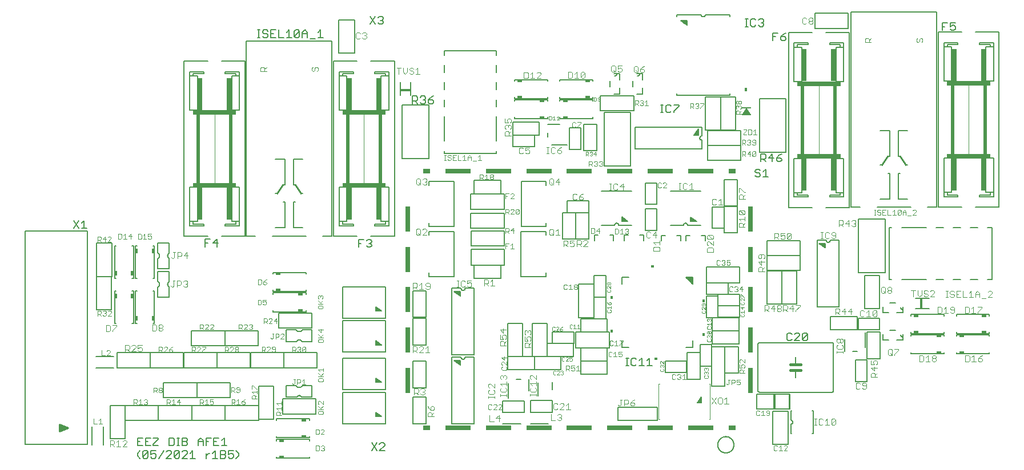
<source format=gto>
G75*
%MOIN*%
%OFA0B0*%
%FSLAX25Y25*%
%IPPOS*%
%LPD*%
%AMOC8*
5,1,8,0,0,1.08239X$1,22.5*
%
%ADD10C,0.00500*%
%ADD11C,0.00800*%
%ADD12C,0.00300*%
%ADD13C,0.00400*%
%ADD14C,0.00600*%
%ADD15C,0.00200*%
%ADD16R,0.04500X0.02500*%
%ADD17R,0.16000X0.02500*%
%ADD18R,0.02000X0.40000*%
%ADD19R,0.03000X0.19000*%
%ADD20R,0.03000X0.01512*%
%ADD21R,0.05512X0.01756*%
%ADD22C,0.01000*%
%ADD23C,0.00100*%
%ADD24R,0.05512X0.00787*%
%ADD25R,0.01512X0.03000*%
%ADD26R,0.01756X0.05512*%
%ADD27R,0.01750X0.09000*%
%ADD28R,0.00600X0.09000*%
%ADD29R,0.14961X0.03150*%
%ADD30R,0.03150X0.14961*%
%ADD31R,0.04331X0.03150*%
%ADD32C,0.01600*%
%ADD33C,0.00394*%
D10*
X0067049Y0028582D02*
X0067049Y0030084D01*
X0068550Y0031585D01*
X0070118Y0030834D02*
X0070869Y0031585D01*
X0072370Y0031585D01*
X0073121Y0030834D01*
X0070118Y0027832D01*
X0070869Y0027081D01*
X0072370Y0027081D01*
X0073121Y0027832D01*
X0073121Y0030834D01*
X0074722Y0031585D02*
X0074722Y0029333D01*
X0076223Y0030084D01*
X0076974Y0030084D01*
X0077725Y0029333D01*
X0077725Y0027832D01*
X0076974Y0027081D01*
X0075473Y0027081D01*
X0074722Y0027832D01*
X0074722Y0031585D02*
X0077725Y0031585D01*
X0076257Y0034581D02*
X0079259Y0034581D01*
X0076257Y0034581D02*
X0076257Y0035332D01*
X0079259Y0038334D01*
X0079259Y0039085D01*
X0076257Y0039085D01*
X0074655Y0039085D02*
X0071653Y0039085D01*
X0071653Y0034581D01*
X0074655Y0034581D01*
X0073154Y0036833D02*
X0071653Y0036833D01*
X0070051Y0034581D02*
X0067049Y0034581D01*
X0067049Y0039085D01*
X0070051Y0039085D01*
X0068550Y0036833D02*
X0067049Y0036833D01*
X0070118Y0030834D02*
X0070118Y0027832D01*
X0068550Y0027081D02*
X0067049Y0028582D01*
X0079326Y0027081D02*
X0082329Y0031585D01*
X0083930Y0030834D02*
X0084681Y0031585D01*
X0086182Y0031585D01*
X0086932Y0030834D01*
X0086932Y0030084D01*
X0083930Y0027081D01*
X0086932Y0027081D01*
X0088534Y0027832D02*
X0091536Y0030834D01*
X0091536Y0027832D01*
X0090786Y0027081D01*
X0089284Y0027081D01*
X0088534Y0027832D01*
X0088534Y0030834D01*
X0089284Y0031585D01*
X0090786Y0031585D01*
X0091536Y0030834D01*
X0093138Y0030834D02*
X0093888Y0031585D01*
X0095390Y0031585D01*
X0096140Y0030834D01*
X0096140Y0030084D01*
X0093138Y0027081D01*
X0096140Y0027081D01*
X0097742Y0027081D02*
X0100744Y0027081D01*
X0099243Y0027081D02*
X0099243Y0031585D01*
X0097742Y0030084D01*
X0095390Y0034581D02*
X0093138Y0034581D01*
X0093138Y0039085D01*
X0095390Y0039085D01*
X0096140Y0038334D01*
X0096140Y0037584D01*
X0095390Y0036833D01*
X0093138Y0036833D01*
X0095390Y0036833D02*
X0096140Y0036082D01*
X0096140Y0035332D01*
X0095390Y0034581D01*
X0091570Y0034581D02*
X0090068Y0034581D01*
X0090819Y0034581D02*
X0090819Y0039085D01*
X0090068Y0039085D02*
X0091570Y0039085D01*
X0088467Y0038334D02*
X0088467Y0035332D01*
X0087716Y0034581D01*
X0085465Y0034581D01*
X0085465Y0039085D01*
X0087716Y0039085D01*
X0088467Y0038334D01*
X0102346Y0037584D02*
X0102346Y0034581D01*
X0102346Y0036833D02*
X0105348Y0036833D01*
X0105348Y0037584D02*
X0105348Y0034581D01*
X0106949Y0034581D02*
X0106949Y0039085D01*
X0109952Y0039085D01*
X0111553Y0039085D02*
X0111553Y0034581D01*
X0114556Y0034581D01*
X0116157Y0034581D02*
X0119160Y0034581D01*
X0117659Y0034581D02*
X0117659Y0039085D01*
X0116157Y0037584D01*
X0114556Y0039085D02*
X0111553Y0039085D01*
X0111553Y0036833D02*
X0113055Y0036833D01*
X0108451Y0036833D02*
X0106949Y0036833D01*
X0105348Y0037584D02*
X0103847Y0039085D01*
X0102346Y0037584D01*
X0106949Y0030084D02*
X0106949Y0027081D01*
X0106949Y0028582D02*
X0108451Y0030084D01*
X0109201Y0030084D01*
X0110786Y0030084D02*
X0112287Y0031585D01*
X0112287Y0027081D01*
X0110786Y0027081D02*
X0113789Y0027081D01*
X0115390Y0027081D02*
X0117642Y0027081D01*
X0118393Y0027832D01*
X0118393Y0028582D01*
X0117642Y0029333D01*
X0115390Y0029333D01*
X0115390Y0027081D02*
X0115390Y0031585D01*
X0117642Y0031585D01*
X0118393Y0030834D01*
X0118393Y0030084D01*
X0117642Y0029333D01*
X0119994Y0029333D02*
X0121495Y0030084D01*
X0122246Y0030084D01*
X0122997Y0029333D01*
X0122997Y0027832D01*
X0122246Y0027081D01*
X0120745Y0027081D01*
X0119994Y0027832D01*
X0119994Y0029333D02*
X0119994Y0031585D01*
X0122997Y0031585D01*
X0124598Y0031585D02*
X0126099Y0030084D01*
X0126099Y0028582D01*
X0124598Y0027081D01*
X0118263Y0049311D02*
X0118263Y0058051D01*
X0137735Y0058051D01*
X0137735Y0049311D01*
X0118263Y0049311D01*
X0118235Y0049311D02*
X0118235Y0058051D01*
X0098763Y0058051D01*
X0098763Y0049311D01*
X0118235Y0049311D01*
X0098735Y0049311D02*
X0098735Y0058051D01*
X0079263Y0058051D01*
X0079263Y0049311D01*
X0098735Y0049311D01*
X0079235Y0049311D02*
X0079235Y0058051D01*
X0059763Y0058051D01*
X0059763Y0049311D01*
X0079235Y0049311D01*
X0059769Y0058067D02*
X0059769Y0038595D01*
X0051029Y0038595D01*
X0051029Y0058067D01*
X0059769Y0058067D01*
X0047142Y0045474D02*
X0047142Y0035088D01*
X0040556Y0035088D02*
X0040556Y0045474D01*
X0037914Y0035173D02*
X0037914Y0159858D01*
X0037340Y0161584D02*
X0034337Y0161584D01*
X0035839Y0161584D02*
X0035839Y0166088D01*
X0034337Y0164586D01*
X0032736Y0166088D02*
X0029733Y0161584D01*
X0032736Y0161584D02*
X0029733Y0166088D01*
X0043229Y0152867D02*
X0051969Y0152867D01*
X0051969Y0133395D01*
X0043229Y0133395D01*
X0043229Y0152867D01*
X0043179Y0133417D02*
X0051919Y0133417D01*
X0051919Y0113945D01*
X0043179Y0113945D01*
X0043179Y0133417D01*
X0106491Y0150731D02*
X0106491Y0155235D01*
X0109494Y0155235D01*
X0107992Y0152983D02*
X0106491Y0152983D01*
X0111095Y0152983D02*
X0113347Y0155235D01*
X0113347Y0150731D01*
X0114097Y0152983D02*
X0111095Y0152983D01*
X0149463Y0111901D02*
X0168935Y0111901D01*
X0168935Y0103161D01*
X0149463Y0103161D01*
X0149463Y0111901D01*
X0137485Y0101701D02*
X0137485Y0092961D01*
X0118013Y0092961D01*
X0118013Y0101701D01*
X0137485Y0101701D01*
X0118035Y0101701D02*
X0118035Y0092961D01*
X0098563Y0092961D01*
X0098563Y0101701D01*
X0118035Y0101701D01*
X0113463Y0088801D02*
X0132935Y0088801D01*
X0132935Y0080061D01*
X0113463Y0080061D01*
X0113463Y0088801D01*
X0113435Y0088801D02*
X0113435Y0080061D01*
X0093963Y0080061D01*
X0093963Y0088801D01*
X0113435Y0088801D01*
X0093935Y0088801D02*
X0093935Y0080061D01*
X0074463Y0080061D01*
X0074463Y0088801D01*
X0093935Y0088801D01*
X0074435Y0088801D02*
X0074435Y0080061D01*
X0054963Y0080061D01*
X0054963Y0088801D01*
X0074435Y0088801D01*
X0053192Y0086524D02*
X0042806Y0086524D01*
X0042806Y0079938D02*
X0053192Y0079938D01*
X0082163Y0071251D02*
X0101635Y0071251D01*
X0101635Y0062511D01*
X0082163Y0062511D01*
X0082163Y0071251D01*
X0101663Y0071251D02*
X0101663Y0062511D01*
X0121135Y0062511D01*
X0121135Y0071251D01*
X0101663Y0071251D01*
X0132963Y0080061D02*
X0132963Y0088801D01*
X0152435Y0088801D01*
X0152435Y0080061D01*
X0132963Y0080061D01*
X0137729Y0069417D02*
X0146469Y0069417D01*
X0146469Y0049945D01*
X0137729Y0049945D01*
X0137729Y0069417D01*
X0151663Y0061851D02*
X0171135Y0061851D01*
X0171135Y0053111D01*
X0151663Y0053111D01*
X0151663Y0061851D01*
X0152463Y0080061D02*
X0152463Y0088801D01*
X0171935Y0088801D01*
X0171935Y0080061D01*
X0152463Y0080061D01*
X0227679Y0083899D02*
X0227679Y0068363D01*
X0235419Y0068363D01*
X0235419Y0083899D01*
X0227679Y0083899D01*
X0227679Y0093313D02*
X0227679Y0108849D01*
X0235419Y0108849D01*
X0235419Y0093313D01*
X0227679Y0093313D01*
X0227679Y0109513D02*
X0235419Y0109513D01*
X0235419Y0125049D01*
X0227679Y0125049D01*
X0227679Y0109513D01*
X0263581Y0132311D02*
X0263581Y0140051D01*
X0279117Y0140051D01*
X0279117Y0132311D01*
X0263581Y0132311D01*
X0261613Y0140061D02*
X0261613Y0149301D01*
X0281085Y0149301D01*
X0281085Y0140061D01*
X0261613Y0140061D01*
X0261663Y0151311D02*
X0261663Y0160051D01*
X0281135Y0160051D01*
X0281135Y0151311D01*
X0261663Y0151311D01*
X0261563Y0161661D02*
X0261563Y0170401D01*
X0281035Y0170401D01*
X0281035Y0161661D01*
X0261563Y0161661D01*
X0261563Y0172511D02*
X0261563Y0181751D01*
X0281035Y0181751D01*
X0281035Y0172511D01*
X0261563Y0172511D01*
X0263531Y0181761D02*
X0263531Y0189501D01*
X0279067Y0189501D01*
X0279067Y0181761D01*
X0263531Y0181761D01*
X0237006Y0202289D02*
X0221392Y0202289D01*
X0221392Y0233573D01*
X0237006Y0233573D01*
X0237006Y0202289D01*
X0286100Y0209261D02*
X0286100Y0216001D01*
X0298698Y0216001D01*
X0298698Y0209261D01*
X0286100Y0209261D01*
X0286031Y0216011D02*
X0286031Y0223751D01*
X0301567Y0223751D01*
X0301567Y0216011D01*
X0286031Y0216011D01*
X0319179Y0220180D02*
X0319179Y0207582D01*
X0325919Y0207582D01*
X0325919Y0220180D01*
X0319179Y0220180D01*
X0327479Y0222449D02*
X0335219Y0222449D01*
X0335219Y0206913D01*
X0327479Y0206913D01*
X0327479Y0222449D01*
X0337213Y0230361D02*
X0337213Y0239101D01*
X0356685Y0239101D01*
X0356685Y0230361D01*
X0337213Y0230361D01*
X0339292Y0229173D02*
X0354906Y0229173D01*
X0354906Y0197889D01*
X0339292Y0197889D01*
X0339292Y0229173D01*
X0372299Y0229281D02*
X0373800Y0229281D01*
X0373049Y0229281D02*
X0373049Y0233785D01*
X0372299Y0233785D02*
X0373800Y0233785D01*
X0375368Y0233034D02*
X0376119Y0233785D01*
X0377620Y0233785D01*
X0378371Y0233034D01*
X0379972Y0233785D02*
X0382975Y0233785D01*
X0382975Y0233034D01*
X0379972Y0230032D01*
X0379972Y0229281D01*
X0378371Y0230032D02*
X0377620Y0229281D01*
X0376119Y0229281D01*
X0375368Y0230032D01*
X0375368Y0233034D01*
X0398529Y0238267D02*
X0398529Y0218795D01*
X0407269Y0218795D01*
X0407269Y0238267D01*
X0398529Y0238267D01*
X0407329Y0238267D02*
X0416069Y0238267D01*
X0416069Y0218795D01*
X0407329Y0218795D01*
X0407329Y0238267D01*
X0429942Y0237273D02*
X0445556Y0237273D01*
X0445556Y0205989D01*
X0429942Y0205989D01*
X0429942Y0237273D01*
X0419185Y0218751D02*
X0399713Y0218751D01*
X0399713Y0210011D01*
X0419185Y0210011D01*
X0419185Y0218751D01*
X0419185Y0210051D02*
X0419185Y0201311D01*
X0399713Y0201311D01*
X0399713Y0210051D01*
X0419185Y0210051D01*
X0430737Y0204985D02*
X0432989Y0204985D01*
X0433740Y0204234D01*
X0433740Y0202733D01*
X0432989Y0201982D01*
X0430737Y0201982D01*
X0430737Y0200481D02*
X0430737Y0204985D01*
X0432238Y0201982D02*
X0433740Y0200481D01*
X0435341Y0202733D02*
X0438344Y0202733D01*
X0439945Y0202733D02*
X0442197Y0202733D01*
X0442947Y0201982D01*
X0442947Y0201232D01*
X0442197Y0200481D01*
X0440696Y0200481D01*
X0439945Y0201232D01*
X0439945Y0202733D01*
X0441446Y0204234D01*
X0442947Y0204985D01*
X0437593Y0204985D02*
X0435341Y0202733D01*
X0437593Y0200481D02*
X0437593Y0204985D01*
X0433704Y0196062D02*
X0433704Y0191559D01*
X0432203Y0191559D02*
X0435205Y0191559D01*
X0432203Y0194561D02*
X0433704Y0196062D01*
X0430601Y0195312D02*
X0429851Y0196062D01*
X0428349Y0196062D01*
X0427599Y0195312D01*
X0427599Y0194561D01*
X0428349Y0193811D01*
X0429851Y0193811D01*
X0430601Y0193060D01*
X0430601Y0192309D01*
X0429851Y0191559D01*
X0428349Y0191559D01*
X0427599Y0192309D01*
X0417019Y0190049D02*
X0409279Y0190049D01*
X0409279Y0174513D01*
X0417019Y0174513D01*
X0417019Y0190049D01*
X0417019Y0174449D02*
X0409279Y0174449D01*
X0409279Y0158913D01*
X0417019Y0158913D01*
X0417019Y0174449D01*
X0409269Y0174080D02*
X0409269Y0161482D01*
X0402529Y0161482D01*
X0402529Y0174080D01*
X0409269Y0174080D01*
X0434313Y0154301D02*
X0434313Y0145561D01*
X0453785Y0145561D01*
X0453785Y0154301D01*
X0434313Y0154301D01*
X0434413Y0145551D02*
X0453885Y0145551D01*
X0453885Y0136811D01*
X0434413Y0136811D01*
X0434413Y0145551D01*
X0434429Y0136767D02*
X0443169Y0136767D01*
X0443169Y0117295D01*
X0434429Y0117295D01*
X0434429Y0136767D01*
X0443179Y0136767D02*
X0451919Y0136767D01*
X0451919Y0117295D01*
X0443179Y0117295D01*
X0443179Y0136767D01*
X0418535Y0138851D02*
X0418535Y0129611D01*
X0399063Y0129611D01*
X0399063Y0138851D01*
X0418535Y0138851D01*
X0411648Y0129601D02*
X0399050Y0129601D01*
X0399050Y0122861D01*
X0411648Y0122861D01*
X0411648Y0129601D01*
X0405750Y0122901D02*
X0405750Y0116161D01*
X0418348Y0116161D01*
X0418348Y0122901D01*
X0405750Y0122901D01*
X0405719Y0122030D02*
X0398979Y0122030D01*
X0398979Y0109432D01*
X0405719Y0109432D01*
X0405719Y0122030D01*
X0405750Y0116201D02*
X0405750Y0109461D01*
X0418348Y0109461D01*
X0418348Y0116201D01*
X0405750Y0116201D01*
X0402431Y0109451D02*
X0402431Y0101711D01*
X0417967Y0101711D01*
X0417967Y0109451D01*
X0402431Y0109451D01*
X0402431Y0101751D02*
X0402431Y0094011D01*
X0417967Y0094011D01*
X0417967Y0101751D01*
X0402431Y0101751D01*
X0402119Y0093630D02*
X0395379Y0093630D01*
X0395379Y0081032D01*
X0402119Y0081032D01*
X0402119Y0093630D01*
X0402129Y0092439D02*
X0409869Y0092439D01*
X0409869Y0069423D01*
X0402129Y0069423D01*
X0402129Y0092439D01*
X0409929Y0092449D02*
X0417669Y0092449D01*
X0417669Y0076913D01*
X0409929Y0076913D01*
X0409929Y0092449D01*
X0395369Y0088799D02*
X0387629Y0088799D01*
X0387629Y0073263D01*
X0395369Y0073263D01*
X0395369Y0088799D01*
X0387598Y0084051D02*
X0387598Y0077311D01*
X0375000Y0077311D01*
X0375000Y0084051D01*
X0387598Y0084051D01*
X0367429Y0081181D02*
X0364426Y0081181D01*
X0365927Y0081181D02*
X0365927Y0085685D01*
X0364426Y0084184D01*
X0362825Y0081181D02*
X0359822Y0081181D01*
X0361323Y0081181D02*
X0361323Y0085685D01*
X0359822Y0084184D01*
X0358221Y0084934D02*
X0357470Y0085685D01*
X0355969Y0085685D01*
X0355218Y0084934D01*
X0355218Y0081932D01*
X0355969Y0081181D01*
X0357470Y0081181D01*
X0358221Y0081932D01*
X0353650Y0081181D02*
X0352149Y0081181D01*
X0352899Y0081181D02*
X0352899Y0085685D01*
X0352149Y0085685D02*
X0353650Y0085685D01*
X0341217Y0084011D02*
X0341217Y0091751D01*
X0325681Y0091751D01*
X0325681Y0084011D01*
X0341217Y0084011D01*
X0341217Y0083951D02*
X0341217Y0076211D01*
X0325681Y0076211D01*
X0325681Y0083951D01*
X0341217Y0083951D01*
X0342335Y0091761D02*
X0322863Y0091761D01*
X0322863Y0101001D01*
X0342335Y0101001D01*
X0342335Y0091761D01*
X0341217Y0101011D02*
X0325681Y0101011D01*
X0325681Y0108751D01*
X0341217Y0108751D01*
X0341217Y0101011D01*
X0340319Y0108782D02*
X0333579Y0108782D01*
X0333579Y0121380D01*
X0340319Y0121380D01*
X0340319Y0108782D01*
X0333569Y0109345D02*
X0324329Y0109345D01*
X0324329Y0128817D01*
X0333569Y0128817D01*
X0333569Y0109345D01*
X0321698Y0101101D02*
X0321698Y0094361D01*
X0309100Y0094361D01*
X0309100Y0101101D01*
X0321698Y0101101D01*
X0321567Y0094351D02*
X0306031Y0094351D01*
X0306031Y0086611D01*
X0321567Y0086611D01*
X0321567Y0094351D01*
X0314167Y0086551D02*
X0298631Y0086551D01*
X0298631Y0078811D01*
X0314167Y0078811D01*
X0314167Y0086551D01*
X0306019Y0086545D02*
X0297279Y0086545D01*
X0297279Y0106017D01*
X0306019Y0106017D01*
X0306019Y0086545D01*
X0298617Y0086551D02*
X0298617Y0078811D01*
X0283081Y0078811D01*
X0283081Y0086551D01*
X0298617Y0086551D01*
X0291769Y0086495D02*
X0283029Y0086495D01*
X0283029Y0105967D01*
X0291769Y0105967D01*
X0291769Y0086495D01*
X0292748Y0060751D02*
X0280150Y0060751D01*
X0280150Y0054011D01*
X0292748Y0054011D01*
X0292748Y0060751D01*
X0296350Y0060801D02*
X0296350Y0054061D01*
X0308948Y0054061D01*
X0308948Y0060801D01*
X0296350Y0060801D01*
X0296406Y0053974D02*
X0306792Y0053974D01*
X0306792Y0047388D02*
X0296406Y0047388D01*
X0290642Y0047388D02*
X0280256Y0047388D01*
X0280256Y0053974D02*
X0290642Y0053974D01*
X0235419Y0047413D02*
X0227679Y0047413D01*
X0227679Y0062949D01*
X0235419Y0062949D01*
X0235419Y0047413D01*
X0211269Y0035431D02*
X0210518Y0036181D01*
X0209017Y0036181D01*
X0208267Y0035431D01*
X0206665Y0036181D02*
X0203663Y0031678D01*
X0206665Y0031678D02*
X0203663Y0036181D01*
X0208267Y0031678D02*
X0211269Y0034680D01*
X0211269Y0035431D01*
X0211269Y0031678D02*
X0208267Y0031678D01*
X0347391Y0049261D02*
X0347391Y0057001D01*
X0370407Y0057001D01*
X0370407Y0049261D01*
X0347391Y0049261D01*
X0405675Y0035081D02*
X0405677Y0035218D01*
X0405683Y0035356D01*
X0405693Y0035493D01*
X0405707Y0035629D01*
X0405725Y0035766D01*
X0405747Y0035901D01*
X0405773Y0036036D01*
X0405802Y0036170D01*
X0405836Y0036304D01*
X0405873Y0036436D01*
X0405915Y0036567D01*
X0405960Y0036697D01*
X0406009Y0036825D01*
X0406061Y0036952D01*
X0406118Y0037077D01*
X0406177Y0037201D01*
X0406241Y0037323D01*
X0406308Y0037443D01*
X0406378Y0037561D01*
X0406452Y0037677D01*
X0406529Y0037791D01*
X0406610Y0037902D01*
X0406693Y0038011D01*
X0406780Y0038118D01*
X0406870Y0038221D01*
X0406963Y0038323D01*
X0407059Y0038421D01*
X0407157Y0038517D01*
X0407259Y0038610D01*
X0407362Y0038700D01*
X0407469Y0038787D01*
X0407578Y0038870D01*
X0407689Y0038951D01*
X0407803Y0039028D01*
X0407919Y0039102D01*
X0408037Y0039172D01*
X0408157Y0039239D01*
X0408279Y0039303D01*
X0408403Y0039362D01*
X0408528Y0039419D01*
X0408655Y0039471D01*
X0408783Y0039520D01*
X0408913Y0039565D01*
X0409044Y0039607D01*
X0409176Y0039644D01*
X0409310Y0039678D01*
X0409444Y0039707D01*
X0409579Y0039733D01*
X0409714Y0039755D01*
X0409851Y0039773D01*
X0409987Y0039787D01*
X0410124Y0039797D01*
X0410262Y0039803D01*
X0410399Y0039805D01*
X0410536Y0039803D01*
X0410674Y0039797D01*
X0410811Y0039787D01*
X0410947Y0039773D01*
X0411084Y0039755D01*
X0411219Y0039733D01*
X0411354Y0039707D01*
X0411488Y0039678D01*
X0411622Y0039644D01*
X0411754Y0039607D01*
X0411885Y0039565D01*
X0412015Y0039520D01*
X0412143Y0039471D01*
X0412270Y0039419D01*
X0412395Y0039362D01*
X0412519Y0039303D01*
X0412641Y0039239D01*
X0412761Y0039172D01*
X0412879Y0039102D01*
X0412995Y0039028D01*
X0413109Y0038951D01*
X0413220Y0038870D01*
X0413329Y0038787D01*
X0413436Y0038700D01*
X0413539Y0038610D01*
X0413641Y0038517D01*
X0413739Y0038421D01*
X0413835Y0038323D01*
X0413928Y0038221D01*
X0414018Y0038118D01*
X0414105Y0038011D01*
X0414188Y0037902D01*
X0414269Y0037791D01*
X0414346Y0037677D01*
X0414420Y0037561D01*
X0414490Y0037443D01*
X0414557Y0037323D01*
X0414621Y0037201D01*
X0414680Y0037077D01*
X0414737Y0036952D01*
X0414789Y0036825D01*
X0414838Y0036697D01*
X0414883Y0036567D01*
X0414925Y0036436D01*
X0414962Y0036304D01*
X0414996Y0036170D01*
X0415025Y0036036D01*
X0415051Y0035901D01*
X0415073Y0035766D01*
X0415091Y0035629D01*
X0415105Y0035493D01*
X0415115Y0035356D01*
X0415121Y0035218D01*
X0415123Y0035081D01*
X0415121Y0034944D01*
X0415115Y0034806D01*
X0415105Y0034669D01*
X0415091Y0034533D01*
X0415073Y0034396D01*
X0415051Y0034261D01*
X0415025Y0034126D01*
X0414996Y0033992D01*
X0414962Y0033858D01*
X0414925Y0033726D01*
X0414883Y0033595D01*
X0414838Y0033465D01*
X0414789Y0033337D01*
X0414737Y0033210D01*
X0414680Y0033085D01*
X0414621Y0032961D01*
X0414557Y0032839D01*
X0414490Y0032719D01*
X0414420Y0032601D01*
X0414346Y0032485D01*
X0414269Y0032371D01*
X0414188Y0032260D01*
X0414105Y0032151D01*
X0414018Y0032044D01*
X0413928Y0031941D01*
X0413835Y0031839D01*
X0413739Y0031741D01*
X0413641Y0031645D01*
X0413539Y0031552D01*
X0413436Y0031462D01*
X0413329Y0031375D01*
X0413220Y0031292D01*
X0413109Y0031211D01*
X0412995Y0031134D01*
X0412879Y0031060D01*
X0412761Y0030990D01*
X0412641Y0030923D01*
X0412519Y0030859D01*
X0412395Y0030800D01*
X0412270Y0030743D01*
X0412143Y0030691D01*
X0412015Y0030642D01*
X0411885Y0030597D01*
X0411754Y0030555D01*
X0411622Y0030518D01*
X0411488Y0030484D01*
X0411354Y0030455D01*
X0411219Y0030429D01*
X0411084Y0030407D01*
X0410947Y0030389D01*
X0410811Y0030375D01*
X0410674Y0030365D01*
X0410536Y0030359D01*
X0410399Y0030357D01*
X0410262Y0030359D01*
X0410124Y0030365D01*
X0409987Y0030375D01*
X0409851Y0030389D01*
X0409714Y0030407D01*
X0409579Y0030429D01*
X0409444Y0030455D01*
X0409310Y0030484D01*
X0409176Y0030518D01*
X0409044Y0030555D01*
X0408913Y0030597D01*
X0408783Y0030642D01*
X0408655Y0030691D01*
X0408528Y0030743D01*
X0408403Y0030800D01*
X0408279Y0030859D01*
X0408157Y0030923D01*
X0408037Y0030990D01*
X0407919Y0031060D01*
X0407803Y0031134D01*
X0407689Y0031211D01*
X0407578Y0031292D01*
X0407469Y0031375D01*
X0407362Y0031462D01*
X0407259Y0031552D01*
X0407157Y0031645D01*
X0407059Y0031741D01*
X0406963Y0031839D01*
X0406870Y0031941D01*
X0406780Y0032044D01*
X0406693Y0032151D01*
X0406610Y0032260D01*
X0406529Y0032371D01*
X0406452Y0032485D01*
X0406378Y0032601D01*
X0406308Y0032719D01*
X0406241Y0032839D01*
X0406177Y0032961D01*
X0406118Y0033085D01*
X0406061Y0033210D01*
X0406009Y0033337D01*
X0405960Y0033465D01*
X0405915Y0033595D01*
X0405873Y0033726D01*
X0405836Y0033858D01*
X0405802Y0033992D01*
X0405773Y0034126D01*
X0405747Y0034261D01*
X0405725Y0034396D01*
X0405707Y0034533D01*
X0405693Y0034669D01*
X0405683Y0034806D01*
X0405677Y0034944D01*
X0405675Y0035081D01*
X0437629Y0035295D02*
X0446869Y0035295D01*
X0446869Y0054767D01*
X0437629Y0054767D01*
X0437629Y0035295D01*
X0428313Y0055861D02*
X0428313Y0064601D01*
X0447785Y0064601D01*
X0447785Y0055861D01*
X0428313Y0055861D01*
X0486029Y0072082D02*
X0492769Y0072082D01*
X0492769Y0084680D01*
X0486029Y0084680D01*
X0486029Y0072082D01*
X0492779Y0085313D02*
X0492779Y0100849D01*
X0500519Y0100849D01*
X0500519Y0085313D01*
X0492779Y0085313D01*
X0458147Y0096682D02*
X0458147Y0099684D01*
X0455145Y0096682D01*
X0455896Y0095931D01*
X0457397Y0095931D01*
X0458147Y0096682D01*
X0455145Y0096682D02*
X0455145Y0099684D01*
X0455896Y0100435D01*
X0457397Y0100435D01*
X0458147Y0099684D01*
X0453544Y0099684D02*
X0453544Y0098934D01*
X0450541Y0095931D01*
X0453544Y0095931D01*
X0448940Y0096682D02*
X0448189Y0095931D01*
X0446688Y0095931D01*
X0445937Y0096682D01*
X0445937Y0099684D01*
X0446688Y0100435D01*
X0448189Y0100435D01*
X0448940Y0099684D01*
X0450541Y0099684D02*
X0451292Y0100435D01*
X0452793Y0100435D01*
X0453544Y0099684D01*
X0471581Y0102361D02*
X0471581Y0110101D01*
X0487117Y0110101D01*
X0487117Y0102361D01*
X0471581Y0102361D01*
X0487650Y0102361D02*
X0487650Y0109101D01*
X0500248Y0109101D01*
X0500248Y0102361D01*
X0487650Y0102361D01*
X0491329Y0114645D02*
X0491329Y0134117D01*
X0500069Y0134117D01*
X0500069Y0114645D01*
X0491329Y0114645D01*
X0487892Y0135789D02*
X0487892Y0167073D01*
X0503506Y0167073D01*
X0503506Y0135789D01*
X0487892Y0135789D01*
X0370119Y0160282D02*
X0363379Y0160282D01*
X0363379Y0172880D01*
X0370119Y0172880D01*
X0370119Y0160282D01*
X0370119Y0175482D02*
X0363379Y0175482D01*
X0363379Y0188080D01*
X0370119Y0188080D01*
X0370119Y0175482D01*
X0330569Y0170749D02*
X0330569Y0155213D01*
X0322829Y0155213D01*
X0322829Y0170749D01*
X0330569Y0170749D01*
X0330298Y0170761D02*
X0317700Y0170761D01*
X0317700Y0177501D01*
X0330298Y0177501D01*
X0330298Y0170761D01*
X0322819Y0170749D02*
X0315079Y0170749D01*
X0315079Y0155213D01*
X0322819Y0155213D01*
X0322819Y0170749D01*
X0333579Y0133980D02*
X0340319Y0133980D01*
X0340319Y0121382D01*
X0333579Y0121382D01*
X0333579Y0133980D01*
X0203655Y0151232D02*
X0202905Y0150481D01*
X0201403Y0150481D01*
X0200653Y0151232D01*
X0202154Y0152733D02*
X0202905Y0152733D01*
X0203655Y0151982D01*
X0203655Y0151232D01*
X0202905Y0152733D02*
X0203655Y0153484D01*
X0203655Y0154234D01*
X0202905Y0154985D01*
X0201403Y0154985D01*
X0200653Y0154234D01*
X0199051Y0154985D02*
X0196049Y0154985D01*
X0196049Y0150481D01*
X0196049Y0152733D02*
X0197550Y0152733D01*
X0227499Y0234331D02*
X0227499Y0238835D01*
X0229751Y0238835D01*
X0230501Y0238084D01*
X0230501Y0236583D01*
X0229751Y0235832D01*
X0227499Y0235832D01*
X0229000Y0235832D02*
X0230501Y0234331D01*
X0232103Y0235082D02*
X0232853Y0234331D01*
X0234355Y0234331D01*
X0235105Y0235082D01*
X0235105Y0235832D01*
X0234355Y0236583D01*
X0233604Y0236583D01*
X0234355Y0236583D02*
X0235105Y0237334D01*
X0235105Y0238084D01*
X0234355Y0238835D01*
X0232853Y0238835D01*
X0232103Y0238084D01*
X0236707Y0236583D02*
X0238959Y0236583D01*
X0239709Y0235832D01*
X0239709Y0235082D01*
X0238959Y0234331D01*
X0237457Y0234331D01*
X0236707Y0235082D01*
X0236707Y0236583D01*
X0238208Y0238084D01*
X0239709Y0238835D01*
X0193719Y0263945D02*
X0184479Y0263945D01*
X0184479Y0283417D01*
X0193719Y0283417D01*
X0193719Y0263945D01*
X0175398Y0273031D02*
X0172396Y0273031D01*
X0173897Y0273031D02*
X0173897Y0277535D01*
X0172396Y0276034D01*
X0170794Y0272280D02*
X0167792Y0272280D01*
X0166190Y0273031D02*
X0166190Y0276034D01*
X0164689Y0277535D01*
X0163188Y0276034D01*
X0163188Y0273031D01*
X0161586Y0273782D02*
X0160836Y0273031D01*
X0159334Y0273031D01*
X0158584Y0273782D01*
X0161586Y0276784D01*
X0161586Y0273782D01*
X0163188Y0275283D02*
X0166190Y0275283D01*
X0161586Y0276784D02*
X0160836Y0277535D01*
X0159334Y0277535D01*
X0158584Y0276784D01*
X0158584Y0273782D01*
X0156982Y0273031D02*
X0153980Y0273031D01*
X0155481Y0273031D02*
X0155481Y0277535D01*
X0153980Y0276034D01*
X0152379Y0273031D02*
X0149376Y0273031D01*
X0149376Y0277535D01*
X0147775Y0277535D02*
X0144772Y0277535D01*
X0144772Y0273031D01*
X0147775Y0273031D01*
X0146273Y0275283D02*
X0144772Y0275283D01*
X0143171Y0274532D02*
X0143171Y0273782D01*
X0142420Y0273031D01*
X0140919Y0273031D01*
X0140168Y0273782D01*
X0140919Y0275283D02*
X0142420Y0275283D01*
X0143171Y0274532D01*
X0143171Y0276784D02*
X0142420Y0277535D01*
X0140919Y0277535D01*
X0140168Y0276784D01*
X0140168Y0276034D01*
X0140919Y0275283D01*
X0138600Y0273031D02*
X0137099Y0273031D01*
X0137849Y0273031D02*
X0137849Y0277535D01*
X0137099Y0277535D02*
X0138600Y0277535D01*
X0202774Y0280850D02*
X0205777Y0285353D01*
X0207378Y0284603D02*
X0208129Y0285353D01*
X0209630Y0285353D01*
X0210381Y0284603D01*
X0210381Y0283852D01*
X0209630Y0283102D01*
X0210381Y0282351D01*
X0210381Y0281600D01*
X0209630Y0280850D01*
X0208129Y0280850D01*
X0207378Y0281600D01*
X0205777Y0280850D02*
X0202774Y0285353D01*
X0208880Y0283102D02*
X0209630Y0283102D01*
X0421849Y0283935D02*
X0423350Y0283935D01*
X0422599Y0283935D02*
X0422599Y0279431D01*
X0421849Y0279431D02*
X0423350Y0279431D01*
X0424918Y0280182D02*
X0425669Y0279431D01*
X0427170Y0279431D01*
X0427921Y0280182D01*
X0429522Y0280182D02*
X0430273Y0279431D01*
X0431774Y0279431D01*
X0432525Y0280182D01*
X0432525Y0280932D01*
X0431774Y0281683D01*
X0431023Y0281683D01*
X0431774Y0281683D02*
X0432525Y0282434D01*
X0432525Y0283184D01*
X0431774Y0283935D01*
X0430273Y0283935D01*
X0429522Y0283184D01*
X0427921Y0283184D02*
X0427170Y0283935D01*
X0425669Y0283935D01*
X0424918Y0283184D01*
X0424918Y0280182D01*
X0437841Y0275735D02*
X0440844Y0275735D01*
X0439342Y0273483D02*
X0437841Y0273483D01*
X0437841Y0271231D02*
X0437841Y0275735D01*
X0442445Y0273483D02*
X0444697Y0273483D01*
X0445447Y0272732D01*
X0445447Y0271982D01*
X0444697Y0271231D01*
X0443196Y0271231D01*
X0442445Y0271982D01*
X0442445Y0273483D01*
X0443946Y0274984D01*
X0445447Y0275735D01*
X0462413Y0278161D02*
X0462413Y0287401D01*
X0481885Y0287401D01*
X0481885Y0278161D01*
X0462413Y0278161D01*
X0536699Y0277181D02*
X0536699Y0281685D01*
X0539701Y0281685D01*
X0541303Y0281685D02*
X0541303Y0279433D01*
X0542804Y0280184D01*
X0543555Y0280184D01*
X0544305Y0279433D01*
X0544305Y0277932D01*
X0543555Y0277181D01*
X0542053Y0277181D01*
X0541303Y0277932D01*
X0538200Y0279433D02*
X0536699Y0279433D01*
X0541303Y0281685D02*
X0544305Y0281685D01*
X0037914Y0035173D02*
X0001300Y0035173D01*
D11*
X0153919Y0062835D02*
X0159824Y0062835D01*
X0159825Y0062835D02*
X0159861Y0062908D01*
X0159902Y0062979D01*
X0159945Y0063049D01*
X0159992Y0063116D01*
X0160042Y0063181D01*
X0160095Y0063243D01*
X0160150Y0063303D01*
X0160209Y0063360D01*
X0160270Y0063415D01*
X0160334Y0063466D01*
X0160400Y0063515D01*
X0160468Y0063560D01*
X0160538Y0063602D01*
X0160610Y0063641D01*
X0160684Y0063677D01*
X0160759Y0063708D01*
X0160836Y0063737D01*
X0160914Y0063761D01*
X0160993Y0063782D01*
X0161073Y0063799D01*
X0161154Y0063813D01*
X0161235Y0063822D01*
X0161317Y0063828D01*
X0161399Y0063830D01*
X0161481Y0063828D01*
X0161563Y0063822D01*
X0161644Y0063813D01*
X0161725Y0063799D01*
X0161805Y0063782D01*
X0161884Y0063761D01*
X0161962Y0063737D01*
X0162039Y0063708D01*
X0162114Y0063677D01*
X0162188Y0063641D01*
X0162260Y0063602D01*
X0162330Y0063560D01*
X0162398Y0063515D01*
X0162464Y0063466D01*
X0162528Y0063415D01*
X0162589Y0063360D01*
X0162648Y0063303D01*
X0162703Y0063243D01*
X0162756Y0063181D01*
X0162806Y0063116D01*
X0162853Y0063049D01*
X0162896Y0062979D01*
X0162937Y0062908D01*
X0162973Y0062835D01*
X0162974Y0062835D02*
X0168879Y0062835D01*
X0168879Y0069528D01*
X0162974Y0069528D01*
X0162973Y0069528D02*
X0162937Y0069455D01*
X0162896Y0069384D01*
X0162853Y0069314D01*
X0162806Y0069247D01*
X0162756Y0069182D01*
X0162703Y0069120D01*
X0162648Y0069060D01*
X0162589Y0069003D01*
X0162528Y0068948D01*
X0162464Y0068897D01*
X0162398Y0068848D01*
X0162330Y0068803D01*
X0162260Y0068761D01*
X0162188Y0068722D01*
X0162114Y0068686D01*
X0162039Y0068655D01*
X0161962Y0068626D01*
X0161884Y0068602D01*
X0161805Y0068581D01*
X0161725Y0068564D01*
X0161644Y0068550D01*
X0161563Y0068541D01*
X0161481Y0068535D01*
X0161399Y0068533D01*
X0161317Y0068535D01*
X0161235Y0068541D01*
X0161154Y0068550D01*
X0161073Y0068564D01*
X0160993Y0068581D01*
X0160914Y0068602D01*
X0160836Y0068626D01*
X0160759Y0068655D01*
X0160684Y0068686D01*
X0160610Y0068722D01*
X0160538Y0068761D01*
X0160468Y0068803D01*
X0160400Y0068848D01*
X0160334Y0068897D01*
X0160270Y0068948D01*
X0160209Y0069003D01*
X0160150Y0069060D01*
X0160095Y0069120D01*
X0160042Y0069182D01*
X0159992Y0069247D01*
X0159945Y0069314D01*
X0159902Y0069384D01*
X0159861Y0069455D01*
X0159825Y0069528D01*
X0159824Y0069528D02*
X0153919Y0069528D01*
X0153919Y0062835D01*
X0153919Y0095435D02*
X0159824Y0095435D01*
X0159825Y0095435D02*
X0159861Y0095508D01*
X0159902Y0095579D01*
X0159945Y0095649D01*
X0159992Y0095716D01*
X0160042Y0095781D01*
X0160095Y0095843D01*
X0160150Y0095903D01*
X0160209Y0095960D01*
X0160270Y0096015D01*
X0160334Y0096066D01*
X0160400Y0096115D01*
X0160468Y0096160D01*
X0160538Y0096202D01*
X0160610Y0096241D01*
X0160684Y0096277D01*
X0160759Y0096308D01*
X0160836Y0096337D01*
X0160914Y0096361D01*
X0160993Y0096382D01*
X0161073Y0096399D01*
X0161154Y0096413D01*
X0161235Y0096422D01*
X0161317Y0096428D01*
X0161399Y0096430D01*
X0161481Y0096428D01*
X0161563Y0096422D01*
X0161644Y0096413D01*
X0161725Y0096399D01*
X0161805Y0096382D01*
X0161884Y0096361D01*
X0161962Y0096337D01*
X0162039Y0096308D01*
X0162114Y0096277D01*
X0162188Y0096241D01*
X0162260Y0096202D01*
X0162330Y0096160D01*
X0162398Y0096115D01*
X0162464Y0096066D01*
X0162528Y0096015D01*
X0162589Y0095960D01*
X0162648Y0095903D01*
X0162703Y0095843D01*
X0162756Y0095781D01*
X0162806Y0095716D01*
X0162853Y0095649D01*
X0162896Y0095579D01*
X0162937Y0095508D01*
X0162973Y0095435D01*
X0162974Y0095435D02*
X0168879Y0095435D01*
X0168879Y0102128D01*
X0162974Y0102128D01*
X0162973Y0102128D02*
X0162937Y0102055D01*
X0162896Y0101984D01*
X0162853Y0101914D01*
X0162806Y0101847D01*
X0162756Y0101782D01*
X0162703Y0101720D01*
X0162648Y0101660D01*
X0162589Y0101603D01*
X0162528Y0101548D01*
X0162464Y0101497D01*
X0162398Y0101448D01*
X0162330Y0101403D01*
X0162260Y0101361D01*
X0162188Y0101322D01*
X0162114Y0101286D01*
X0162039Y0101255D01*
X0161962Y0101226D01*
X0161884Y0101202D01*
X0161805Y0101181D01*
X0161725Y0101164D01*
X0161644Y0101150D01*
X0161563Y0101141D01*
X0161481Y0101135D01*
X0161399Y0101133D01*
X0161317Y0101135D01*
X0161235Y0101141D01*
X0161154Y0101150D01*
X0161073Y0101164D01*
X0160993Y0101181D01*
X0160914Y0101202D01*
X0160836Y0101226D01*
X0160759Y0101255D01*
X0160684Y0101286D01*
X0160610Y0101322D01*
X0160538Y0101361D01*
X0160468Y0101403D01*
X0160400Y0101448D01*
X0160334Y0101497D01*
X0160270Y0101548D01*
X0160209Y0101603D01*
X0160150Y0101660D01*
X0160095Y0101720D01*
X0160042Y0101782D01*
X0159992Y0101847D01*
X0159945Y0101914D01*
X0159902Y0101984D01*
X0159861Y0102055D01*
X0159825Y0102128D01*
X0159824Y0102128D02*
X0153919Y0102128D01*
X0153919Y0095435D01*
X0085595Y0121451D02*
X0085595Y0127356D01*
X0085595Y0127357D02*
X0085522Y0127393D01*
X0085451Y0127434D01*
X0085381Y0127477D01*
X0085314Y0127524D01*
X0085249Y0127574D01*
X0085187Y0127627D01*
X0085127Y0127682D01*
X0085070Y0127741D01*
X0085015Y0127802D01*
X0084964Y0127866D01*
X0084915Y0127932D01*
X0084870Y0128000D01*
X0084828Y0128070D01*
X0084789Y0128142D01*
X0084753Y0128216D01*
X0084722Y0128291D01*
X0084693Y0128368D01*
X0084669Y0128446D01*
X0084648Y0128525D01*
X0084631Y0128605D01*
X0084617Y0128686D01*
X0084608Y0128767D01*
X0084602Y0128849D01*
X0084600Y0128931D01*
X0084602Y0129013D01*
X0084608Y0129095D01*
X0084617Y0129176D01*
X0084631Y0129257D01*
X0084648Y0129337D01*
X0084669Y0129416D01*
X0084693Y0129494D01*
X0084722Y0129571D01*
X0084753Y0129646D01*
X0084789Y0129720D01*
X0084828Y0129792D01*
X0084870Y0129862D01*
X0084915Y0129930D01*
X0084964Y0129996D01*
X0085015Y0130060D01*
X0085070Y0130121D01*
X0085127Y0130180D01*
X0085187Y0130235D01*
X0085249Y0130288D01*
X0085314Y0130338D01*
X0085381Y0130385D01*
X0085451Y0130428D01*
X0085522Y0130469D01*
X0085595Y0130505D01*
X0085595Y0130506D02*
X0085595Y0136411D01*
X0078902Y0136411D01*
X0078902Y0130506D01*
X0078902Y0130505D02*
X0078975Y0130469D01*
X0079046Y0130428D01*
X0079116Y0130385D01*
X0079183Y0130338D01*
X0079248Y0130288D01*
X0079310Y0130235D01*
X0079370Y0130180D01*
X0079427Y0130121D01*
X0079482Y0130060D01*
X0079533Y0129996D01*
X0079582Y0129930D01*
X0079627Y0129862D01*
X0079669Y0129792D01*
X0079708Y0129720D01*
X0079744Y0129646D01*
X0079775Y0129571D01*
X0079804Y0129494D01*
X0079828Y0129416D01*
X0079849Y0129337D01*
X0079866Y0129257D01*
X0079880Y0129176D01*
X0079889Y0129095D01*
X0079895Y0129013D01*
X0079897Y0128931D01*
X0079895Y0128849D01*
X0079889Y0128767D01*
X0079880Y0128686D01*
X0079866Y0128605D01*
X0079849Y0128525D01*
X0079828Y0128446D01*
X0079804Y0128368D01*
X0079775Y0128291D01*
X0079744Y0128216D01*
X0079708Y0128142D01*
X0079669Y0128070D01*
X0079627Y0128000D01*
X0079582Y0127932D01*
X0079533Y0127866D01*
X0079482Y0127802D01*
X0079427Y0127741D01*
X0079370Y0127682D01*
X0079310Y0127627D01*
X0079248Y0127574D01*
X0079183Y0127524D01*
X0079116Y0127477D01*
X0079046Y0127434D01*
X0078975Y0127393D01*
X0078902Y0127357D01*
X0078902Y0127356D02*
X0078902Y0121451D01*
X0085595Y0121451D01*
X0085595Y0138101D02*
X0078902Y0138101D01*
X0078902Y0144006D01*
X0078902Y0144007D02*
X0078975Y0144043D01*
X0079046Y0144084D01*
X0079116Y0144127D01*
X0079183Y0144174D01*
X0079248Y0144224D01*
X0079310Y0144277D01*
X0079370Y0144332D01*
X0079427Y0144391D01*
X0079482Y0144452D01*
X0079533Y0144516D01*
X0079582Y0144582D01*
X0079627Y0144650D01*
X0079669Y0144720D01*
X0079708Y0144792D01*
X0079744Y0144866D01*
X0079775Y0144941D01*
X0079804Y0145018D01*
X0079828Y0145096D01*
X0079849Y0145175D01*
X0079866Y0145255D01*
X0079880Y0145336D01*
X0079889Y0145417D01*
X0079895Y0145499D01*
X0079897Y0145581D01*
X0079895Y0145663D01*
X0079889Y0145745D01*
X0079880Y0145826D01*
X0079866Y0145907D01*
X0079849Y0145987D01*
X0079828Y0146066D01*
X0079804Y0146144D01*
X0079775Y0146221D01*
X0079744Y0146296D01*
X0079708Y0146370D01*
X0079669Y0146442D01*
X0079627Y0146512D01*
X0079582Y0146580D01*
X0079533Y0146646D01*
X0079482Y0146710D01*
X0079427Y0146771D01*
X0079370Y0146830D01*
X0079310Y0146885D01*
X0079248Y0146938D01*
X0079183Y0146988D01*
X0079116Y0147035D01*
X0079046Y0147078D01*
X0078975Y0147119D01*
X0078902Y0147155D01*
X0078902Y0147156D02*
X0078902Y0153061D01*
X0085595Y0153061D01*
X0085595Y0147156D01*
X0085595Y0147155D02*
X0085522Y0147119D01*
X0085451Y0147078D01*
X0085381Y0147035D01*
X0085314Y0146988D01*
X0085249Y0146938D01*
X0085187Y0146885D01*
X0085127Y0146830D01*
X0085070Y0146771D01*
X0085015Y0146710D01*
X0084964Y0146646D01*
X0084915Y0146580D01*
X0084870Y0146512D01*
X0084828Y0146442D01*
X0084789Y0146370D01*
X0084753Y0146296D01*
X0084722Y0146221D01*
X0084693Y0146144D01*
X0084669Y0146066D01*
X0084648Y0145987D01*
X0084631Y0145907D01*
X0084617Y0145826D01*
X0084608Y0145745D01*
X0084602Y0145663D01*
X0084600Y0145581D01*
X0084602Y0145499D01*
X0084608Y0145417D01*
X0084617Y0145336D01*
X0084631Y0145255D01*
X0084648Y0145175D01*
X0084669Y0145096D01*
X0084693Y0145018D01*
X0084722Y0144941D01*
X0084753Y0144866D01*
X0084789Y0144792D01*
X0084828Y0144720D01*
X0084870Y0144650D01*
X0084915Y0144582D01*
X0084964Y0144516D01*
X0085015Y0144452D01*
X0085070Y0144391D01*
X0085127Y0144332D01*
X0085187Y0144277D01*
X0085249Y0144224D01*
X0085314Y0144174D01*
X0085381Y0144127D01*
X0085451Y0144084D01*
X0085522Y0144043D01*
X0085595Y0144007D01*
X0085595Y0144006D02*
X0085595Y0138101D01*
X0130499Y0156910D02*
X0135814Y0156910D01*
X0130499Y0156910D02*
X0130499Y0271083D01*
X0180499Y0271083D01*
X0180499Y0156910D01*
X0175184Y0156910D01*
X0165341Y0156910D02*
X0145656Y0156910D01*
X0300899Y0071331D02*
X0300899Y0063731D01*
X0309199Y0067331D02*
X0309199Y0071731D01*
X0483449Y0173810D02*
X0488764Y0173810D01*
X0483449Y0173810D02*
X0483449Y0287983D01*
X0533449Y0287983D01*
X0533449Y0173810D01*
X0528134Y0173810D01*
X0518291Y0173810D02*
X0498606Y0173810D01*
D12*
X0497916Y0172284D02*
X0496949Y0172284D01*
X0497433Y0172284D02*
X0497433Y0169381D01*
X0497916Y0169381D02*
X0496949Y0169381D01*
X0498913Y0169865D02*
X0499397Y0169381D01*
X0500364Y0169381D01*
X0500848Y0169865D01*
X0500848Y0170349D01*
X0500364Y0170832D01*
X0499397Y0170832D01*
X0498913Y0171316D01*
X0498913Y0171800D01*
X0499397Y0172284D01*
X0500364Y0172284D01*
X0500848Y0171800D01*
X0501860Y0172284D02*
X0501860Y0169381D01*
X0503795Y0169381D01*
X0504806Y0169381D02*
X0506741Y0169381D01*
X0507753Y0169381D02*
X0509688Y0169381D01*
X0508720Y0169381D02*
X0508720Y0172284D01*
X0507753Y0171316D01*
X0510699Y0171800D02*
X0511183Y0172284D01*
X0512150Y0172284D01*
X0512634Y0171800D01*
X0510699Y0169865D01*
X0511183Y0169381D01*
X0512150Y0169381D01*
X0512634Y0169865D01*
X0512634Y0171800D01*
X0513646Y0171316D02*
X0514613Y0172284D01*
X0515581Y0171316D01*
X0515581Y0169381D01*
X0516592Y0168897D02*
X0518527Y0168897D01*
X0519539Y0169381D02*
X0521474Y0171316D01*
X0521474Y0171800D01*
X0520990Y0172284D01*
X0520023Y0172284D01*
X0519539Y0171800D01*
X0519539Y0169381D02*
X0521474Y0169381D01*
X0515581Y0170832D02*
X0513646Y0170832D01*
X0513646Y0171316D02*
X0513646Y0169381D01*
X0510699Y0169865D02*
X0510699Y0171800D01*
X0504806Y0172284D02*
X0504806Y0169381D01*
X0502827Y0170832D02*
X0501860Y0170832D01*
X0501860Y0172284D02*
X0503795Y0172284D01*
X0427827Y0204065D02*
X0427343Y0203581D01*
X0426376Y0203581D01*
X0425892Y0204065D01*
X0427827Y0206000D01*
X0427827Y0204065D01*
X0427827Y0206000D02*
X0427343Y0206484D01*
X0426376Y0206484D01*
X0425892Y0206000D01*
X0425892Y0204065D01*
X0424880Y0205032D02*
X0422945Y0205032D01*
X0424397Y0206484D01*
X0424397Y0203581D01*
X0421934Y0203581D02*
X0420966Y0204549D01*
X0421450Y0204549D02*
X0419999Y0204549D01*
X0419999Y0203581D02*
X0419999Y0206484D01*
X0421450Y0206484D01*
X0421934Y0206000D01*
X0421934Y0205032D01*
X0421450Y0204549D01*
X0421884Y0210281D02*
X0420916Y0211249D01*
X0421400Y0211249D02*
X0419949Y0211249D01*
X0419949Y0210281D02*
X0419949Y0213184D01*
X0421400Y0213184D01*
X0421884Y0212700D01*
X0421884Y0211732D01*
X0421400Y0211249D01*
X0422895Y0210765D02*
X0423379Y0210281D01*
X0424347Y0210281D01*
X0424830Y0210765D01*
X0424830Y0211249D01*
X0424347Y0211732D01*
X0423863Y0211732D01*
X0424347Y0211732D02*
X0424830Y0212216D01*
X0424830Y0212700D01*
X0424347Y0213184D01*
X0423379Y0213184D01*
X0422895Y0212700D01*
X0425842Y0212700D02*
X0425842Y0212216D01*
X0426326Y0211732D01*
X0427777Y0211732D01*
X0427777Y0210765D02*
X0427777Y0212700D01*
X0427293Y0213184D01*
X0426326Y0213184D01*
X0425842Y0212700D01*
X0425842Y0210765D02*
X0426326Y0210281D01*
X0427293Y0210281D01*
X0427777Y0210765D01*
X0427479Y0216318D02*
X0427479Y0219221D01*
X0426511Y0218253D01*
X0425500Y0218737D02*
X0425016Y0219221D01*
X0423565Y0219221D01*
X0423565Y0216318D01*
X0425016Y0216318D01*
X0425500Y0216802D01*
X0425500Y0218737D01*
X0426511Y0216318D02*
X0428446Y0216318D01*
X0422553Y0216318D02*
X0420618Y0216318D01*
X0420618Y0216802D01*
X0422553Y0218737D01*
X0422553Y0219221D01*
X0420618Y0219221D01*
X0419349Y0228281D02*
X0416446Y0228281D01*
X0416446Y0229732D01*
X0416930Y0230216D01*
X0417898Y0230216D01*
X0418381Y0229732D01*
X0418381Y0228281D01*
X0418381Y0229249D02*
X0419349Y0230216D01*
X0418865Y0231228D02*
X0419349Y0231711D01*
X0419349Y0232679D01*
X0418865Y0233163D01*
X0418381Y0233163D01*
X0417898Y0232679D01*
X0417898Y0232195D01*
X0417898Y0232679D02*
X0417414Y0233163D01*
X0416930Y0233163D01*
X0416446Y0232679D01*
X0416446Y0231711D01*
X0416930Y0231228D01*
X0416930Y0234174D02*
X0417414Y0234174D01*
X0417898Y0234658D01*
X0417898Y0235625D01*
X0418381Y0236109D01*
X0418865Y0236109D01*
X0419349Y0235625D01*
X0419349Y0234658D01*
X0418865Y0234174D01*
X0418381Y0234174D01*
X0417898Y0234658D01*
X0417898Y0235625D02*
X0417414Y0236109D01*
X0416930Y0236109D01*
X0416446Y0235625D01*
X0416446Y0234658D01*
X0416930Y0234174D01*
X0397487Y0234000D02*
X0395552Y0232065D01*
X0395552Y0231581D01*
X0394541Y0232065D02*
X0394057Y0231581D01*
X0393090Y0231581D01*
X0392606Y0232065D01*
X0391594Y0231581D02*
X0390627Y0232549D01*
X0391110Y0232549D02*
X0389659Y0232549D01*
X0389659Y0231581D02*
X0389659Y0234484D01*
X0391110Y0234484D01*
X0391594Y0234000D01*
X0391594Y0233032D01*
X0391110Y0232549D01*
X0392606Y0234000D02*
X0393090Y0234484D01*
X0394057Y0234484D01*
X0394541Y0234000D01*
X0394541Y0233516D01*
X0394057Y0233032D01*
X0394541Y0232549D01*
X0394541Y0232065D01*
X0394057Y0233032D02*
X0393573Y0233032D01*
X0395552Y0234484D02*
X0397487Y0234484D01*
X0397487Y0234000D01*
X0365177Y0233381D02*
X0363242Y0233381D01*
X0364209Y0233381D02*
X0364209Y0236284D01*
X0363242Y0235316D01*
X0362230Y0235316D02*
X0361747Y0234832D01*
X0362230Y0234349D01*
X0362230Y0233865D01*
X0361747Y0233381D01*
X0360779Y0233381D01*
X0360295Y0233865D01*
X0359284Y0233381D02*
X0358316Y0234349D01*
X0358800Y0234349D02*
X0357349Y0234349D01*
X0357349Y0233381D02*
X0357349Y0236284D01*
X0358800Y0236284D01*
X0359284Y0235800D01*
X0359284Y0234832D01*
X0358800Y0234349D01*
X0360295Y0235800D02*
X0360779Y0236284D01*
X0361747Y0236284D01*
X0362230Y0235800D01*
X0362230Y0235316D01*
X0361747Y0234832D02*
X0361263Y0234832D01*
X0325680Y0223534D02*
X0325680Y0223050D01*
X0323745Y0221115D01*
X0323745Y0220631D01*
X0322734Y0221115D02*
X0322250Y0220631D01*
X0321283Y0220631D01*
X0320799Y0221115D01*
X0320799Y0223050D01*
X0321283Y0223534D01*
X0322250Y0223534D01*
X0322734Y0223050D01*
X0323745Y0223534D02*
X0325680Y0223534D01*
X0330599Y0200734D02*
X0332050Y0200734D01*
X0332534Y0200250D01*
X0332534Y0199282D01*
X0332050Y0198799D01*
X0330599Y0198799D01*
X0331566Y0198799D02*
X0332534Y0197831D01*
X0333545Y0198315D02*
X0334029Y0197831D01*
X0334997Y0197831D01*
X0335480Y0198315D01*
X0335480Y0198799D01*
X0334997Y0199282D01*
X0334513Y0199282D01*
X0334997Y0199282D02*
X0335480Y0199766D01*
X0335480Y0200250D01*
X0334997Y0200734D01*
X0334029Y0200734D01*
X0333545Y0200250D01*
X0336492Y0200250D02*
X0336976Y0200734D01*
X0337943Y0200734D01*
X0338427Y0200250D01*
X0338427Y0199766D01*
X0337943Y0199282D01*
X0338427Y0198799D01*
X0338427Y0198315D01*
X0337943Y0197831D01*
X0336976Y0197831D01*
X0336492Y0198315D01*
X0337459Y0199282D02*
X0337943Y0199282D01*
X0330599Y0197831D02*
X0330599Y0200734D01*
X0370799Y0187700D02*
X0370799Y0185765D01*
X0371283Y0185281D01*
X0372250Y0185281D01*
X0372734Y0185765D01*
X0373745Y0185281D02*
X0375680Y0187216D01*
X0375680Y0187700D01*
X0375197Y0188184D01*
X0374229Y0188184D01*
X0373745Y0187700D01*
X0372734Y0187700D02*
X0372250Y0188184D01*
X0371283Y0188184D01*
X0370799Y0187700D01*
X0373745Y0185281D02*
X0375680Y0185281D01*
X0353054Y0161234D02*
X0352086Y0161234D01*
X0351602Y0160750D01*
X0352570Y0159782D02*
X0353054Y0159782D01*
X0353537Y0159299D01*
X0353537Y0158815D01*
X0353054Y0158331D01*
X0352086Y0158331D01*
X0351602Y0158815D01*
X0350591Y0158331D02*
X0348656Y0158331D01*
X0349623Y0158331D02*
X0349623Y0161234D01*
X0348656Y0160266D01*
X0347644Y0160750D02*
X0347644Y0158815D01*
X0347160Y0158331D01*
X0345709Y0158331D01*
X0345709Y0161234D01*
X0347160Y0161234D01*
X0347644Y0160750D01*
X0353054Y0161234D02*
X0353537Y0160750D01*
X0353537Y0160266D01*
X0353054Y0159782D01*
X0336787Y0160082D02*
X0334852Y0160082D01*
X0336304Y0161534D01*
X0336304Y0158631D01*
X0333841Y0159115D02*
X0333841Y0161050D01*
X0333357Y0161534D01*
X0331906Y0161534D01*
X0331906Y0158631D01*
X0333357Y0158631D01*
X0333841Y0159115D01*
X0289677Y0170365D02*
X0289193Y0169881D01*
X0288226Y0169881D01*
X0287742Y0170365D01*
X0289677Y0172300D01*
X0289677Y0170365D01*
X0289677Y0172300D02*
X0289193Y0172784D01*
X0288226Y0172784D01*
X0287742Y0172300D01*
X0287742Y0170365D01*
X0286730Y0169881D02*
X0284795Y0169881D01*
X0286730Y0171816D01*
X0286730Y0172300D01*
X0286247Y0172784D01*
X0285279Y0172784D01*
X0284795Y0172300D01*
X0283784Y0172300D02*
X0283784Y0171332D01*
X0283300Y0170849D01*
X0281849Y0170849D01*
X0282816Y0170849D02*
X0283784Y0169881D01*
X0281849Y0169881D02*
X0281849Y0172784D01*
X0283300Y0172784D01*
X0283784Y0172300D01*
X0284795Y0178981D02*
X0286730Y0180916D01*
X0286730Y0181400D01*
X0286247Y0181884D01*
X0285279Y0181884D01*
X0284795Y0181400D01*
X0283784Y0181884D02*
X0281849Y0181884D01*
X0281849Y0178981D01*
X0281849Y0180432D02*
X0282816Y0180432D01*
X0284795Y0178981D02*
X0286730Y0178981D01*
X0274627Y0190615D02*
X0274143Y0190131D01*
X0273176Y0190131D01*
X0272692Y0190615D01*
X0272692Y0191099D01*
X0273176Y0191582D01*
X0274143Y0191582D01*
X0274627Y0191099D01*
X0274627Y0190615D01*
X0274143Y0191582D02*
X0274627Y0192066D01*
X0274627Y0192550D01*
X0274143Y0193034D01*
X0273176Y0193034D01*
X0272692Y0192550D01*
X0272692Y0192066D01*
X0273176Y0191582D01*
X0271680Y0190131D02*
X0269745Y0190131D01*
X0270713Y0190131D02*
X0270713Y0193034D01*
X0269745Y0192066D01*
X0268734Y0191582D02*
X0268250Y0191099D01*
X0266799Y0191099D01*
X0267766Y0191099D02*
X0268734Y0190131D01*
X0268734Y0191582D02*
X0268734Y0192550D01*
X0268250Y0193034D01*
X0266799Y0193034D01*
X0266799Y0190131D01*
X0264731Y0200897D02*
X0262796Y0200897D01*
X0261784Y0201381D02*
X0261784Y0203316D01*
X0260817Y0204284D01*
X0259849Y0203316D01*
X0259849Y0201381D01*
X0258838Y0201381D02*
X0256903Y0201381D01*
X0257870Y0201381D02*
X0257870Y0204284D01*
X0256903Y0203316D01*
X0255891Y0201381D02*
X0253956Y0201381D01*
X0253956Y0204284D01*
X0252945Y0204284D02*
X0251010Y0204284D01*
X0251010Y0201381D01*
X0252945Y0201381D01*
X0251977Y0202832D02*
X0251010Y0202832D01*
X0249998Y0202349D02*
X0249998Y0201865D01*
X0249514Y0201381D01*
X0248547Y0201381D01*
X0248063Y0201865D01*
X0248547Y0202832D02*
X0249514Y0202832D01*
X0249998Y0202349D01*
X0249998Y0203800D02*
X0249514Y0204284D01*
X0248547Y0204284D01*
X0248063Y0203800D01*
X0248063Y0203316D01*
X0248547Y0202832D01*
X0247066Y0201381D02*
X0246099Y0201381D01*
X0246583Y0201381D02*
X0246583Y0204284D01*
X0247066Y0204284D02*
X0246099Y0204284D01*
X0259849Y0202832D02*
X0261784Y0202832D01*
X0265742Y0203316D02*
X0266710Y0204284D01*
X0266710Y0201381D01*
X0267677Y0201381D02*
X0265742Y0201381D01*
X0281899Y0161684D02*
X0283350Y0161684D01*
X0283834Y0161200D01*
X0283834Y0160232D01*
X0283350Y0159749D01*
X0281899Y0159749D01*
X0282866Y0159749D02*
X0283834Y0158781D01*
X0284845Y0160232D02*
X0286780Y0160232D01*
X0286297Y0158781D02*
X0286297Y0161684D01*
X0284845Y0160232D01*
X0281899Y0158781D02*
X0281899Y0161684D01*
X0281899Y0152584D02*
X0283834Y0152584D01*
X0284845Y0151616D02*
X0285813Y0152584D01*
X0285813Y0149681D01*
X0286780Y0149681D02*
X0284845Y0149681D01*
X0282866Y0151132D02*
X0281899Y0151132D01*
X0281899Y0149681D02*
X0281899Y0152584D01*
X0315809Y0128300D02*
X0316293Y0128784D01*
X0317260Y0128784D01*
X0317744Y0128300D01*
X0318756Y0127816D02*
X0319723Y0128784D01*
X0319723Y0125881D01*
X0318756Y0125881D02*
X0320691Y0125881D01*
X0321702Y0126365D02*
X0321702Y0126849D01*
X0322186Y0127332D01*
X0323154Y0127332D01*
X0323637Y0126849D01*
X0323637Y0126365D01*
X0323154Y0125881D01*
X0322186Y0125881D01*
X0321702Y0126365D01*
X0322186Y0127332D02*
X0321702Y0127816D01*
X0321702Y0128300D01*
X0322186Y0128784D01*
X0323154Y0128784D01*
X0323637Y0128300D01*
X0323637Y0127816D01*
X0323154Y0127332D01*
X0317744Y0126365D02*
X0317260Y0125881D01*
X0316293Y0125881D01*
X0315809Y0126365D01*
X0315809Y0128300D01*
X0343133Y0095884D02*
X0342649Y0095400D01*
X0342649Y0093465D01*
X0343133Y0092981D01*
X0344100Y0092981D01*
X0344584Y0093465D01*
X0345595Y0092981D02*
X0347530Y0092981D01*
X0346563Y0092981D02*
X0346563Y0095884D01*
X0345595Y0094916D01*
X0344584Y0095400D02*
X0344100Y0095884D01*
X0343133Y0095884D01*
X0348542Y0095884D02*
X0350477Y0095884D01*
X0350477Y0095400D01*
X0348542Y0093465D01*
X0348542Y0092981D01*
X0347842Y0089384D02*
X0347842Y0087932D01*
X0348809Y0088416D01*
X0349293Y0088416D01*
X0349777Y0087932D01*
X0349777Y0086965D01*
X0349293Y0086481D01*
X0348326Y0086481D01*
X0347842Y0086965D01*
X0346830Y0086481D02*
X0344895Y0086481D01*
X0345863Y0086481D02*
X0345863Y0089384D01*
X0344895Y0088416D01*
X0343884Y0088900D02*
X0343400Y0089384D01*
X0342433Y0089384D01*
X0341949Y0088900D01*
X0341949Y0086965D01*
X0342433Y0086481D01*
X0343400Y0086481D01*
X0343884Y0086965D01*
X0347842Y0089384D02*
X0349777Y0089384D01*
X0324120Y0081134D02*
X0324120Y0078231D01*
X0325087Y0078231D02*
X0323152Y0078231D01*
X0322141Y0078715D02*
X0322141Y0079682D01*
X0321657Y0080166D01*
X0321173Y0080166D01*
X0320206Y0079682D01*
X0320206Y0081134D01*
X0322141Y0081134D01*
X0323152Y0080166D02*
X0324120Y0081134D01*
X0322141Y0078715D02*
X0321657Y0078231D01*
X0320690Y0078231D01*
X0320206Y0078715D01*
X0319194Y0078231D02*
X0318227Y0079199D01*
X0318710Y0079199D02*
X0317259Y0079199D01*
X0317259Y0078231D02*
X0317259Y0081134D01*
X0318710Y0081134D01*
X0319194Y0080650D01*
X0319194Y0079682D01*
X0318710Y0079199D01*
X0282499Y0079165D02*
X0282015Y0078681D01*
X0280080Y0078681D01*
X0279596Y0079165D01*
X0279596Y0080132D01*
X0280080Y0080616D01*
X0280080Y0081628D02*
X0279596Y0082111D01*
X0279596Y0083079D01*
X0280080Y0083563D01*
X0280564Y0083563D01*
X0282499Y0081628D01*
X0282499Y0083563D01*
X0281048Y0084574D02*
X0281048Y0086509D01*
X0282499Y0086025D02*
X0279596Y0086025D01*
X0281048Y0084574D01*
X0282015Y0080616D02*
X0282499Y0080132D01*
X0282499Y0079165D01*
X0279104Y0058684D02*
X0278136Y0058684D01*
X0277652Y0058200D01*
X0276641Y0058200D02*
X0276157Y0058684D01*
X0275190Y0058684D01*
X0274706Y0058200D01*
X0273694Y0058200D02*
X0273210Y0058684D01*
X0272243Y0058684D01*
X0271759Y0058200D01*
X0271759Y0056265D01*
X0272243Y0055781D01*
X0273210Y0055781D01*
X0273694Y0056265D01*
X0274706Y0055781D02*
X0276641Y0057716D01*
X0276641Y0058200D01*
X0276641Y0055781D02*
X0274706Y0055781D01*
X0277652Y0055781D02*
X0279587Y0057716D01*
X0279587Y0058200D01*
X0279104Y0058684D01*
X0279587Y0055781D02*
X0277652Y0055781D01*
X0175349Y0055778D02*
X0172446Y0055778D01*
X0172930Y0054766D02*
X0172446Y0054282D01*
X0172446Y0053315D01*
X0172930Y0052831D01*
X0174865Y0052831D01*
X0175349Y0053315D01*
X0175349Y0054282D01*
X0174865Y0054766D01*
X0172930Y0054766D01*
X0174381Y0055778D02*
X0172446Y0057713D01*
X0172930Y0058724D02*
X0172446Y0059208D01*
X0172446Y0060175D01*
X0172930Y0060659D01*
X0173414Y0060659D01*
X0175349Y0058724D01*
X0175349Y0060659D01*
X0175349Y0057713D02*
X0173898Y0056261D01*
X0174479Y0044084D02*
X0173995Y0043600D01*
X0174479Y0044084D02*
X0175447Y0044084D01*
X0175930Y0043600D01*
X0175930Y0043116D01*
X0173995Y0041181D01*
X0175930Y0041181D01*
X0172984Y0041665D02*
X0172984Y0043600D01*
X0172500Y0044084D01*
X0171049Y0044084D01*
X0171049Y0041181D01*
X0172500Y0041181D01*
X0172984Y0041665D01*
X0172650Y0034484D02*
X0171199Y0034484D01*
X0171199Y0031581D01*
X0172650Y0031581D01*
X0173134Y0032065D01*
X0173134Y0034000D01*
X0172650Y0034484D01*
X0174145Y0034000D02*
X0174629Y0034484D01*
X0175597Y0034484D01*
X0176080Y0034000D01*
X0176080Y0033516D01*
X0175597Y0033032D01*
X0176080Y0032549D01*
X0176080Y0032065D01*
X0175597Y0031581D01*
X0174629Y0031581D01*
X0174145Y0032065D01*
X0175113Y0033032D02*
X0175597Y0033032D01*
X0150949Y0052342D02*
X0148046Y0052342D01*
X0148046Y0053793D01*
X0148530Y0054277D01*
X0149498Y0054277D01*
X0149981Y0053793D01*
X0149981Y0052342D01*
X0149981Y0053309D02*
X0150949Y0054277D01*
X0150949Y0055288D02*
X0150949Y0057223D01*
X0150949Y0056256D02*
X0148046Y0056256D01*
X0149014Y0055288D01*
X0149014Y0058235D02*
X0148046Y0059202D01*
X0150949Y0059202D01*
X0150949Y0058235D02*
X0150949Y0060170D01*
X0136799Y0061881D02*
X0133896Y0061881D01*
X0133896Y0063332D01*
X0134380Y0063816D01*
X0135348Y0063816D01*
X0135831Y0063332D01*
X0135831Y0061881D01*
X0135831Y0062849D02*
X0136799Y0063816D01*
X0136799Y0064828D02*
X0136799Y0066763D01*
X0136799Y0065795D02*
X0133896Y0065795D01*
X0134864Y0064828D01*
X0133896Y0067774D02*
X0133896Y0069709D01*
X0134380Y0069709D01*
X0136315Y0067774D01*
X0136799Y0067774D01*
X0129777Y0061584D02*
X0128809Y0061100D01*
X0127842Y0060132D01*
X0129293Y0060132D01*
X0129777Y0059649D01*
X0129777Y0059165D01*
X0129293Y0058681D01*
X0128326Y0058681D01*
X0127842Y0059165D01*
X0127842Y0060132D01*
X0126830Y0058681D02*
X0124895Y0058681D01*
X0125863Y0058681D02*
X0125863Y0061584D01*
X0124895Y0060616D01*
X0123884Y0060132D02*
X0123400Y0059649D01*
X0121949Y0059649D01*
X0122916Y0059649D02*
X0123884Y0058681D01*
X0123884Y0060132D02*
X0123884Y0061100D01*
X0123400Y0061584D01*
X0121949Y0061584D01*
X0121949Y0058681D01*
X0121749Y0065681D02*
X0121749Y0068584D01*
X0123200Y0068584D01*
X0123684Y0068100D01*
X0123684Y0067132D01*
X0123200Y0066649D01*
X0121749Y0066649D01*
X0122716Y0066649D02*
X0123684Y0065681D01*
X0124695Y0066165D02*
X0125179Y0065681D01*
X0126147Y0065681D01*
X0126630Y0066165D01*
X0126630Y0068100D01*
X0126147Y0068584D01*
X0125179Y0068584D01*
X0124695Y0068100D01*
X0124695Y0067616D01*
X0125179Y0067132D01*
X0126630Y0067132D01*
X0111227Y0061484D02*
X0109292Y0061484D01*
X0109292Y0060032D01*
X0110259Y0060516D01*
X0110743Y0060516D01*
X0111227Y0060032D01*
X0111227Y0059065D01*
X0110743Y0058581D01*
X0109776Y0058581D01*
X0109292Y0059065D01*
X0108280Y0058581D02*
X0106345Y0058581D01*
X0107313Y0058581D02*
X0107313Y0061484D01*
X0106345Y0060516D01*
X0105334Y0060032D02*
X0104850Y0059549D01*
X0103399Y0059549D01*
X0104366Y0059549D02*
X0105334Y0058581D01*
X0105334Y0060032D02*
X0105334Y0061000D01*
X0104850Y0061484D01*
X0103399Y0061484D01*
X0103399Y0058581D01*
X0091977Y0060032D02*
X0090042Y0060032D01*
X0091493Y0061484D01*
X0091493Y0058581D01*
X0089030Y0058581D02*
X0087095Y0058581D01*
X0088063Y0058581D02*
X0088063Y0061484D01*
X0087095Y0060516D01*
X0086084Y0060032D02*
X0085600Y0059549D01*
X0084149Y0059549D01*
X0085116Y0059549D02*
X0086084Y0058581D01*
X0086084Y0060032D02*
X0086084Y0061000D01*
X0085600Y0061484D01*
X0084149Y0061484D01*
X0084149Y0058581D01*
X0080854Y0065531D02*
X0079886Y0065531D01*
X0079402Y0066015D01*
X0079402Y0066499D01*
X0079886Y0066982D01*
X0080854Y0066982D01*
X0081337Y0066499D01*
X0081337Y0066015D01*
X0080854Y0065531D01*
X0080854Y0066982D02*
X0081337Y0067466D01*
X0081337Y0067950D01*
X0080854Y0068434D01*
X0079886Y0068434D01*
X0079402Y0067950D01*
X0079402Y0067466D01*
X0079886Y0066982D01*
X0078391Y0066982D02*
X0078391Y0067950D01*
X0077907Y0068434D01*
X0076456Y0068434D01*
X0076456Y0065531D01*
X0076456Y0066499D02*
X0077907Y0066499D01*
X0078391Y0066982D01*
X0077423Y0066499D02*
X0078391Y0065531D01*
X0072727Y0061000D02*
X0072243Y0061484D01*
X0071276Y0061484D01*
X0070792Y0061000D01*
X0071759Y0060032D02*
X0072243Y0060032D01*
X0072727Y0059549D01*
X0072727Y0059065D01*
X0072243Y0058581D01*
X0071276Y0058581D01*
X0070792Y0059065D01*
X0069780Y0058581D02*
X0067845Y0058581D01*
X0068813Y0058581D02*
X0068813Y0061484D01*
X0067845Y0060516D01*
X0066834Y0060032D02*
X0066350Y0059549D01*
X0064899Y0059549D01*
X0065866Y0059549D02*
X0066834Y0058581D01*
X0066834Y0060032D02*
X0066834Y0061000D01*
X0066350Y0061484D01*
X0064899Y0061484D01*
X0064899Y0058581D01*
X0072243Y0060032D02*
X0072727Y0060516D01*
X0072727Y0061000D01*
X0045383Y0050209D02*
X0045383Y0047306D01*
X0046350Y0047306D02*
X0044415Y0047306D01*
X0043403Y0047306D02*
X0041469Y0047306D01*
X0041469Y0050209D01*
X0044415Y0049241D02*
X0045383Y0050209D01*
X0046169Y0087256D02*
X0048103Y0087256D01*
X0049115Y0087256D02*
X0051050Y0089191D01*
X0051050Y0089675D01*
X0050566Y0090159D01*
X0049599Y0090159D01*
X0049115Y0089675D01*
X0049115Y0087256D02*
X0051050Y0087256D01*
X0046169Y0087256D02*
X0046169Y0090159D01*
X0079599Y0090299D02*
X0081050Y0090299D01*
X0081534Y0090782D01*
X0081534Y0091750D01*
X0081050Y0092234D01*
X0079599Y0092234D01*
X0079599Y0089331D01*
X0080566Y0090299D02*
X0081534Y0089331D01*
X0082545Y0089331D02*
X0084480Y0091266D01*
X0084480Y0091750D01*
X0083997Y0092234D01*
X0083029Y0092234D01*
X0082545Y0091750D01*
X0082545Y0089331D02*
X0084480Y0089331D01*
X0085492Y0089815D02*
X0085492Y0090782D01*
X0086943Y0090782D01*
X0087427Y0090299D01*
X0087427Y0089815D01*
X0086943Y0089331D01*
X0085976Y0089331D01*
X0085492Y0089815D01*
X0085492Y0090782D02*
X0086459Y0091750D01*
X0087427Y0092234D01*
X0098849Y0092234D02*
X0098849Y0089331D01*
X0098849Y0090299D02*
X0100300Y0090299D01*
X0100784Y0090782D01*
X0100784Y0091750D01*
X0100300Y0092234D01*
X0098849Y0092234D01*
X0099816Y0090299D02*
X0100784Y0089331D01*
X0101795Y0089331D02*
X0103730Y0091266D01*
X0103730Y0091750D01*
X0103247Y0092234D01*
X0102279Y0092234D01*
X0101795Y0091750D01*
X0101795Y0089331D02*
X0103730Y0089331D01*
X0104742Y0089331D02*
X0104742Y0089815D01*
X0106677Y0091750D01*
X0106677Y0092234D01*
X0104742Y0092234D01*
X0118099Y0092234D02*
X0118099Y0089331D01*
X0118099Y0090299D02*
X0119550Y0090299D01*
X0120034Y0090782D01*
X0120034Y0091750D01*
X0119550Y0092234D01*
X0118099Y0092234D01*
X0119066Y0090299D02*
X0120034Y0089331D01*
X0121045Y0089331D02*
X0122980Y0091266D01*
X0122980Y0091750D01*
X0122497Y0092234D01*
X0121529Y0092234D01*
X0121045Y0091750D01*
X0121045Y0089331D02*
X0122980Y0089331D01*
X0123992Y0089815D02*
X0123992Y0090299D01*
X0124476Y0090782D01*
X0125443Y0090782D01*
X0125927Y0090299D01*
X0125927Y0089815D01*
X0125443Y0089331D01*
X0124476Y0089331D01*
X0123992Y0089815D01*
X0124476Y0090782D02*
X0123992Y0091266D01*
X0123992Y0091750D01*
X0124476Y0092234D01*
X0125443Y0092234D01*
X0125927Y0091750D01*
X0125927Y0091266D01*
X0125443Y0090782D01*
X0139649Y0090399D02*
X0141100Y0090399D01*
X0141584Y0090882D01*
X0141584Y0091850D01*
X0141100Y0092334D01*
X0139649Y0092334D01*
X0139649Y0089431D01*
X0140616Y0090399D02*
X0141584Y0089431D01*
X0142595Y0089431D02*
X0144530Y0091366D01*
X0144530Y0091850D01*
X0144047Y0092334D01*
X0143079Y0092334D01*
X0142595Y0091850D01*
X0142595Y0089431D02*
X0144530Y0089431D01*
X0145542Y0089915D02*
X0146026Y0089431D01*
X0146993Y0089431D01*
X0147477Y0089915D01*
X0147477Y0091850D01*
X0146993Y0092334D01*
X0146026Y0092334D01*
X0145542Y0091850D01*
X0145542Y0091366D01*
X0146026Y0090882D01*
X0147477Y0090882D01*
X0157349Y0090299D02*
X0158800Y0090299D01*
X0159284Y0090782D01*
X0159284Y0091750D01*
X0158800Y0092234D01*
X0157349Y0092234D01*
X0157349Y0089331D01*
X0158316Y0090299D02*
X0159284Y0089331D01*
X0160295Y0089815D02*
X0160779Y0089331D01*
X0161747Y0089331D01*
X0162230Y0089815D01*
X0162230Y0090299D01*
X0161747Y0090782D01*
X0161263Y0090782D01*
X0161747Y0090782D02*
X0162230Y0091266D01*
X0162230Y0091750D01*
X0161747Y0092234D01*
X0160779Y0092234D01*
X0160295Y0091750D01*
X0163242Y0091750D02*
X0163726Y0092234D01*
X0164693Y0092234D01*
X0165177Y0091750D01*
X0163242Y0089815D01*
X0163726Y0089331D01*
X0164693Y0089331D01*
X0165177Y0089815D01*
X0165177Y0091750D01*
X0163242Y0091750D02*
X0163242Y0089815D01*
X0172546Y0095315D02*
X0173030Y0094831D01*
X0174965Y0094831D01*
X0175449Y0095315D01*
X0175449Y0096282D01*
X0174965Y0096766D01*
X0173030Y0096766D01*
X0172546Y0096282D01*
X0172546Y0095315D01*
X0172546Y0097778D02*
X0175449Y0097778D01*
X0174481Y0097778D02*
X0172546Y0099713D01*
X0173998Y0100724D02*
X0173998Y0102659D01*
X0175449Y0102175D02*
X0172546Y0102175D01*
X0173998Y0100724D01*
X0175449Y0099713D02*
X0173998Y0098261D01*
X0152487Y0098966D02*
X0152487Y0099450D01*
X0152004Y0099934D01*
X0151036Y0099934D01*
X0150552Y0099450D01*
X0149541Y0099450D02*
X0149541Y0098482D01*
X0149057Y0097999D01*
X0147606Y0097999D01*
X0147606Y0097031D02*
X0147606Y0099934D01*
X0149057Y0099934D01*
X0149541Y0099450D01*
X0150552Y0097031D02*
X0152487Y0098966D01*
X0152487Y0097031D02*
X0150552Y0097031D01*
X0146110Y0097515D02*
X0146110Y0099934D01*
X0145627Y0099934D02*
X0146594Y0099934D01*
X0146110Y0097515D02*
X0145627Y0097031D01*
X0145143Y0097031D01*
X0144659Y0097515D01*
X0133977Y0102965D02*
X0133493Y0102481D01*
X0132526Y0102481D01*
X0132042Y0102965D01*
X0131030Y0102481D02*
X0129095Y0102481D01*
X0131030Y0104416D01*
X0131030Y0104900D01*
X0130547Y0105384D01*
X0129579Y0105384D01*
X0129095Y0104900D01*
X0128084Y0104900D02*
X0128084Y0103932D01*
X0127600Y0103449D01*
X0126149Y0103449D01*
X0127116Y0103449D02*
X0128084Y0102481D01*
X0126149Y0102481D02*
X0126149Y0105384D01*
X0127600Y0105384D01*
X0128084Y0104900D01*
X0132042Y0104900D02*
X0132526Y0105384D01*
X0133493Y0105384D01*
X0133977Y0104900D01*
X0133977Y0104416D01*
X0133493Y0103932D01*
X0133977Y0103449D01*
X0133977Y0102965D01*
X0133493Y0103932D02*
X0133009Y0103932D01*
X0140709Y0105981D02*
X0140709Y0108884D01*
X0142160Y0108884D01*
X0142644Y0108400D01*
X0142644Y0107432D01*
X0142160Y0106949D01*
X0140709Y0106949D01*
X0141677Y0106949D02*
X0142644Y0105981D01*
X0143656Y0105981D02*
X0145591Y0107916D01*
X0145591Y0108400D01*
X0145107Y0108884D01*
X0144140Y0108884D01*
X0143656Y0108400D01*
X0143656Y0105981D02*
X0145591Y0105981D01*
X0146602Y0107432D02*
X0148054Y0108884D01*
X0148054Y0105981D01*
X0148537Y0107432D02*
X0146602Y0107432D01*
X0141704Y0116881D02*
X0140736Y0116881D01*
X0140252Y0117365D01*
X0140252Y0118332D02*
X0141220Y0118816D01*
X0141704Y0118816D01*
X0142187Y0118332D01*
X0142187Y0117365D01*
X0141704Y0116881D01*
X0140252Y0118332D02*
X0140252Y0119784D01*
X0142187Y0119784D01*
X0139241Y0119300D02*
X0138757Y0119784D01*
X0137306Y0119784D01*
X0137306Y0116881D01*
X0138757Y0116881D01*
X0139241Y0117365D01*
X0139241Y0119300D01*
X0138857Y0128731D02*
X0139341Y0129215D01*
X0139341Y0131150D01*
X0138857Y0131634D01*
X0137406Y0131634D01*
X0137406Y0128731D01*
X0138857Y0128731D01*
X0140352Y0129215D02*
X0140836Y0128731D01*
X0141804Y0128731D01*
X0142287Y0129215D01*
X0142287Y0129699D01*
X0141804Y0130182D01*
X0140352Y0130182D01*
X0140352Y0129215D01*
X0140352Y0130182D02*
X0141320Y0131150D01*
X0142287Y0131634D01*
X0172346Y0121825D02*
X0172830Y0122309D01*
X0173314Y0122309D01*
X0173798Y0121825D01*
X0174281Y0122309D01*
X0174765Y0122309D01*
X0175249Y0121825D01*
X0175249Y0120858D01*
X0174765Y0120374D01*
X0175249Y0119363D02*
X0173798Y0117911D01*
X0174281Y0117428D02*
X0172346Y0119363D01*
X0172830Y0120374D02*
X0172346Y0120858D01*
X0172346Y0121825D01*
X0173798Y0121825D02*
X0173798Y0121342D01*
X0172346Y0117428D02*
X0175249Y0117428D01*
X0174765Y0116416D02*
X0172830Y0116416D01*
X0172346Y0115932D01*
X0172346Y0114965D01*
X0172830Y0114481D01*
X0174765Y0114481D01*
X0175249Y0114965D01*
X0175249Y0115932D01*
X0174765Y0116416D01*
X0111277Y0104900D02*
X0110793Y0105384D01*
X0109826Y0105384D01*
X0109342Y0104900D01*
X0108330Y0104900D02*
X0107847Y0105384D01*
X0106879Y0105384D01*
X0106395Y0104900D01*
X0105384Y0104900D02*
X0105384Y0103932D01*
X0104900Y0103449D01*
X0103449Y0103449D01*
X0104416Y0103449D02*
X0105384Y0102481D01*
X0106395Y0102481D02*
X0108330Y0104416D01*
X0108330Y0104900D01*
X0108330Y0102481D02*
X0106395Y0102481D01*
X0105384Y0104900D02*
X0104900Y0105384D01*
X0103449Y0105384D01*
X0103449Y0102481D01*
X0109342Y0102481D02*
X0111277Y0104416D01*
X0111277Y0104900D01*
X0111277Y0102481D02*
X0109342Y0102481D01*
X0051627Y0110381D02*
X0049692Y0110381D01*
X0051627Y0112316D01*
X0051627Y0112800D01*
X0051143Y0113284D01*
X0050176Y0113284D01*
X0049692Y0112800D01*
X0048680Y0112800D02*
X0048680Y0112316D01*
X0048197Y0111832D01*
X0048680Y0111349D01*
X0048680Y0110865D01*
X0048197Y0110381D01*
X0047229Y0110381D01*
X0046745Y0110865D01*
X0045734Y0110381D02*
X0044766Y0111349D01*
X0045250Y0111349D02*
X0043799Y0111349D01*
X0043799Y0110381D02*
X0043799Y0113284D01*
X0045250Y0113284D01*
X0045734Y0112800D01*
X0045734Y0111832D01*
X0045250Y0111349D01*
X0046745Y0112800D02*
X0047229Y0113284D01*
X0048197Y0113284D01*
X0048680Y0112800D01*
X0048197Y0111832D02*
X0047713Y0111832D01*
X0048147Y0153731D02*
X0048147Y0156634D01*
X0046695Y0155182D01*
X0048630Y0155182D01*
X0049642Y0156150D02*
X0050126Y0156634D01*
X0051093Y0156634D01*
X0051577Y0156150D01*
X0051577Y0155666D01*
X0049642Y0153731D01*
X0051577Y0153731D01*
X0055799Y0155381D02*
X0057250Y0155381D01*
X0057734Y0155865D01*
X0057734Y0157800D01*
X0057250Y0158284D01*
X0055799Y0158284D01*
X0055799Y0155381D01*
X0058745Y0155381D02*
X0060680Y0155381D01*
X0059713Y0155381D02*
X0059713Y0158284D01*
X0058745Y0157316D01*
X0061692Y0156832D02*
X0063143Y0158284D01*
X0063143Y0155381D01*
X0063627Y0156832D02*
X0061692Y0156832D01*
X0067349Y0158134D02*
X0068800Y0158134D01*
X0069284Y0157650D01*
X0069284Y0155715D01*
X0068800Y0155231D01*
X0067349Y0155231D01*
X0067349Y0158134D01*
X0070295Y0157166D02*
X0071263Y0158134D01*
X0071263Y0155231D01*
X0072230Y0155231D02*
X0070295Y0155231D01*
X0073242Y0155715D02*
X0073726Y0155231D01*
X0074693Y0155231D01*
X0075177Y0155715D01*
X0075177Y0156682D01*
X0074693Y0157166D01*
X0074209Y0157166D01*
X0073242Y0156682D01*
X0073242Y0158134D01*
X0075177Y0158134D01*
X0045684Y0156150D02*
X0045684Y0155182D01*
X0045200Y0154699D01*
X0043749Y0154699D01*
X0044716Y0154699D02*
X0045684Y0153731D01*
X0043749Y0153731D02*
X0043749Y0156634D01*
X0045200Y0156634D01*
X0045684Y0156150D01*
X0172496Y0078792D02*
X0175399Y0078792D01*
X0175399Y0079759D02*
X0175399Y0077824D01*
X0175399Y0076813D02*
X0173948Y0075361D01*
X0174431Y0074878D02*
X0172496Y0076813D01*
X0173464Y0077824D02*
X0172496Y0078792D01*
X0172496Y0074878D02*
X0175399Y0074878D01*
X0174915Y0073866D02*
X0172980Y0073866D01*
X0172496Y0073382D01*
X0172496Y0072415D01*
X0172980Y0071931D01*
X0174915Y0071931D01*
X0175399Y0072415D01*
X0175399Y0073382D01*
X0174915Y0073866D01*
X0165127Y0070431D02*
X0163192Y0070431D01*
X0164159Y0070431D02*
X0164159Y0073334D01*
X0163192Y0072366D01*
X0162180Y0071882D02*
X0161697Y0071399D01*
X0160245Y0071399D01*
X0160245Y0070431D02*
X0160245Y0073334D01*
X0161697Y0073334D01*
X0162180Y0072850D01*
X0162180Y0071882D01*
X0159234Y0073334D02*
X0158266Y0073334D01*
X0158750Y0073334D02*
X0158750Y0070915D01*
X0158266Y0070431D01*
X0157783Y0070431D01*
X0157299Y0070915D01*
X0379109Y0073815D02*
X0379593Y0073331D01*
X0380560Y0073331D01*
X0381044Y0073815D01*
X0382056Y0073815D02*
X0382540Y0073331D01*
X0383507Y0073331D01*
X0383991Y0073815D01*
X0383991Y0074299D01*
X0383507Y0074782D01*
X0383023Y0074782D01*
X0383507Y0074782D02*
X0383991Y0075266D01*
X0383991Y0075750D01*
X0383507Y0076234D01*
X0382540Y0076234D01*
X0382056Y0075750D01*
X0381044Y0075750D02*
X0380560Y0076234D01*
X0379593Y0076234D01*
X0379109Y0075750D01*
X0379109Y0073815D01*
X0385002Y0073331D02*
X0386937Y0073331D01*
X0385970Y0073331D02*
X0385970Y0076234D01*
X0385002Y0075266D01*
X0410809Y0070665D02*
X0411292Y0070181D01*
X0411776Y0070181D01*
X0412260Y0070665D01*
X0412260Y0073084D01*
X0411776Y0073084D02*
X0412744Y0073084D01*
X0413755Y0073084D02*
X0413755Y0070181D01*
X0413755Y0071149D02*
X0415206Y0071149D01*
X0415690Y0071632D01*
X0415690Y0072600D01*
X0415206Y0073084D01*
X0413755Y0073084D01*
X0416702Y0073084D02*
X0416702Y0071632D01*
X0417669Y0072116D01*
X0418153Y0072116D01*
X0418637Y0071632D01*
X0418637Y0070665D01*
X0418153Y0070181D01*
X0417185Y0070181D01*
X0416702Y0070665D01*
X0416702Y0073084D02*
X0418637Y0073084D01*
X0418446Y0076981D02*
X0418446Y0078432D01*
X0418930Y0078916D01*
X0419898Y0078916D01*
X0420381Y0078432D01*
X0420381Y0076981D01*
X0420381Y0077949D02*
X0421349Y0078916D01*
X0420865Y0079928D02*
X0421349Y0080411D01*
X0421349Y0081379D01*
X0420865Y0081863D01*
X0419898Y0081863D01*
X0419414Y0081379D01*
X0419414Y0080895D01*
X0419898Y0079928D01*
X0418446Y0079928D01*
X0418446Y0081863D01*
X0418930Y0082874D02*
X0418446Y0083358D01*
X0418446Y0084325D01*
X0418930Y0084809D01*
X0419414Y0084809D01*
X0421349Y0082874D01*
X0421349Y0084809D01*
X0421349Y0076981D02*
X0418446Y0076981D01*
X0428583Y0055034D02*
X0428099Y0054550D01*
X0428099Y0052615D01*
X0428583Y0052131D01*
X0429550Y0052131D01*
X0430034Y0052615D01*
X0431045Y0052131D02*
X0432980Y0052131D01*
X0432013Y0052131D02*
X0432013Y0055034D01*
X0431045Y0054066D01*
X0430034Y0054550D02*
X0429550Y0055034D01*
X0428583Y0055034D01*
X0433992Y0054550D02*
X0433992Y0054066D01*
X0434476Y0053582D01*
X0435927Y0053582D01*
X0435927Y0052615D02*
X0435927Y0054550D01*
X0435443Y0055034D01*
X0434476Y0055034D01*
X0433992Y0054550D01*
X0433992Y0052615D02*
X0434476Y0052131D01*
X0435443Y0052131D01*
X0435927Y0052615D01*
X0438883Y0034634D02*
X0438399Y0034150D01*
X0438399Y0032215D01*
X0438883Y0031731D01*
X0439850Y0031731D01*
X0440334Y0032215D01*
X0441345Y0031731D02*
X0443280Y0031731D01*
X0442313Y0031731D02*
X0442313Y0034634D01*
X0441345Y0033666D01*
X0440334Y0034150D02*
X0439850Y0034634D01*
X0438883Y0034634D01*
X0444292Y0034150D02*
X0444776Y0034634D01*
X0445743Y0034634D01*
X0446227Y0034150D01*
X0446227Y0033666D01*
X0444292Y0031731D01*
X0446227Y0031731D01*
X0419843Y0124631D02*
X0419843Y0127534D01*
X0418392Y0126082D01*
X0420327Y0126082D01*
X0417380Y0125599D02*
X0417380Y0125115D01*
X0416897Y0124631D01*
X0415929Y0124631D01*
X0415445Y0125115D01*
X0414434Y0125115D02*
X0413950Y0124631D01*
X0412983Y0124631D01*
X0412499Y0125115D01*
X0412499Y0127050D01*
X0412983Y0127534D01*
X0413950Y0127534D01*
X0414434Y0127050D01*
X0415445Y0127050D02*
X0415929Y0127534D01*
X0416897Y0127534D01*
X0417380Y0127050D01*
X0417380Y0126566D01*
X0416897Y0126082D01*
X0417380Y0125599D01*
X0416897Y0126082D02*
X0416413Y0126082D01*
X0412393Y0139981D02*
X0411426Y0139981D01*
X0410942Y0140465D01*
X0410942Y0141432D02*
X0411909Y0141916D01*
X0412393Y0141916D01*
X0412877Y0141432D01*
X0412877Y0140465D01*
X0412393Y0139981D01*
X0410942Y0141432D02*
X0410942Y0142884D01*
X0412877Y0142884D01*
X0409930Y0142400D02*
X0409930Y0141916D01*
X0409447Y0141432D01*
X0409930Y0140949D01*
X0409930Y0140465D01*
X0409447Y0139981D01*
X0408479Y0139981D01*
X0407995Y0140465D01*
X0406984Y0140465D02*
X0406500Y0139981D01*
X0405533Y0139981D01*
X0405049Y0140465D01*
X0405049Y0142400D01*
X0405533Y0142884D01*
X0406500Y0142884D01*
X0406984Y0142400D01*
X0407995Y0142400D02*
X0408479Y0142884D01*
X0409447Y0142884D01*
X0409930Y0142400D01*
X0409447Y0141432D02*
X0408963Y0141432D01*
D13*
X0051049Y0037684D02*
X0051049Y0034081D01*
X0051049Y0035282D02*
X0052850Y0035282D01*
X0053451Y0035883D01*
X0053451Y0037084D01*
X0052850Y0037684D01*
X0051049Y0037684D01*
X0052250Y0035282D02*
X0053451Y0034081D01*
X0054732Y0034081D02*
X0057134Y0034081D01*
X0055933Y0034081D02*
X0055933Y0037684D01*
X0054732Y0036483D01*
X0058415Y0037084D02*
X0059016Y0037684D01*
X0060217Y0037684D01*
X0060817Y0037084D01*
X0060817Y0036483D01*
X0058415Y0034081D01*
X0060817Y0034081D01*
X0059899Y0089581D02*
X0059899Y0093184D01*
X0061700Y0093184D01*
X0062301Y0092584D01*
X0062301Y0091383D01*
X0061700Y0090782D01*
X0059899Y0090782D01*
X0061100Y0090782D02*
X0062301Y0089581D01*
X0063582Y0089581D02*
X0065984Y0091983D01*
X0065984Y0092584D01*
X0065384Y0093184D01*
X0064182Y0093184D01*
X0063582Y0092584D01*
X0063582Y0089581D02*
X0065984Y0089581D01*
X0067265Y0090182D02*
X0067866Y0089581D01*
X0069067Y0089581D01*
X0069667Y0090182D01*
X0069667Y0091383D01*
X0069067Y0091983D01*
X0068466Y0091983D01*
X0067265Y0091383D01*
X0067265Y0093184D01*
X0069667Y0093184D01*
X0075649Y0101581D02*
X0077450Y0101581D01*
X0078051Y0102182D01*
X0078051Y0104584D01*
X0077450Y0105184D01*
X0075649Y0105184D01*
X0075649Y0101581D01*
X0079332Y0102182D02*
X0079332Y0102782D01*
X0079932Y0103383D01*
X0081134Y0103383D01*
X0081734Y0102782D01*
X0081734Y0102182D01*
X0081134Y0101581D01*
X0079932Y0101581D01*
X0079332Y0102182D01*
X0079932Y0103383D02*
X0079332Y0103983D01*
X0079332Y0104584D01*
X0079932Y0105184D01*
X0081134Y0105184D01*
X0081734Y0104584D01*
X0081734Y0103983D01*
X0081134Y0103383D01*
X0054868Y0104434D02*
X0052466Y0102032D01*
X0052466Y0101431D01*
X0051185Y0102032D02*
X0051185Y0104434D01*
X0050584Y0105034D01*
X0048783Y0105034D01*
X0048783Y0101431D01*
X0050584Y0101431D01*
X0051185Y0102032D01*
X0054868Y0104434D02*
X0054868Y0105034D01*
X0052466Y0105034D01*
X0086449Y0127832D02*
X0087049Y0127231D01*
X0087650Y0127231D01*
X0088250Y0127832D01*
X0088250Y0130834D01*
X0087650Y0130834D02*
X0088851Y0130834D01*
X0090132Y0130834D02*
X0091934Y0130834D01*
X0092534Y0130234D01*
X0092534Y0129033D01*
X0091934Y0128432D01*
X0090132Y0128432D01*
X0090132Y0127231D02*
X0090132Y0130834D01*
X0093815Y0130234D02*
X0094416Y0130834D01*
X0095617Y0130834D01*
X0096217Y0130234D01*
X0096217Y0129633D01*
X0095617Y0129033D01*
X0096217Y0128432D01*
X0096217Y0127832D01*
X0095617Y0127231D01*
X0094416Y0127231D01*
X0093815Y0127832D01*
X0095016Y0129033D02*
X0095617Y0129033D01*
X0095867Y0143931D02*
X0095867Y0147534D01*
X0094065Y0145733D01*
X0096467Y0145733D01*
X0092784Y0145733D02*
X0092184Y0145132D01*
X0090382Y0145132D01*
X0090382Y0143931D02*
X0090382Y0147534D01*
X0092184Y0147534D01*
X0092784Y0146934D01*
X0092784Y0145733D01*
X0089101Y0147534D02*
X0087900Y0147534D01*
X0088500Y0147534D02*
X0088500Y0144532D01*
X0087900Y0143931D01*
X0087299Y0143931D01*
X0086699Y0144532D01*
X0227849Y0129484D02*
X0227849Y0125881D01*
X0227849Y0127082D02*
X0229650Y0127082D01*
X0230251Y0127683D01*
X0230251Y0128884D01*
X0229650Y0129484D01*
X0227849Y0129484D01*
X0229050Y0127082D02*
X0230251Y0125881D01*
X0231532Y0125881D02*
X0233934Y0125881D01*
X0232733Y0125881D02*
X0232733Y0129484D01*
X0231532Y0128283D01*
X0235215Y0128283D02*
X0235816Y0127683D01*
X0237617Y0127683D01*
X0237617Y0126482D02*
X0237617Y0128884D01*
X0237017Y0129484D01*
X0235816Y0129484D01*
X0235215Y0128884D01*
X0235215Y0128283D01*
X0235215Y0126482D02*
X0235816Y0125881D01*
X0237017Y0125881D01*
X0237617Y0126482D01*
X0253349Y0127431D02*
X0254550Y0127431D01*
X0253949Y0127431D02*
X0253949Y0131034D01*
X0253349Y0131034D02*
X0254550Y0131034D01*
X0255804Y0130434D02*
X0255804Y0128032D01*
X0256405Y0127431D01*
X0257606Y0127431D01*
X0258206Y0128032D01*
X0259487Y0128032D02*
X0260088Y0127431D01*
X0261289Y0127431D01*
X0261889Y0128032D01*
X0261889Y0129233D01*
X0261289Y0129833D01*
X0260688Y0129833D01*
X0259487Y0129233D01*
X0259487Y0131034D01*
X0261889Y0131034D01*
X0258206Y0130434D02*
X0257606Y0131034D01*
X0256405Y0131034D01*
X0255804Y0130434D01*
X0269349Y0131534D02*
X0269349Y0127931D01*
X0269349Y0129132D02*
X0271150Y0129132D01*
X0271751Y0129733D01*
X0271751Y0130934D01*
X0271150Y0131534D01*
X0269349Y0131534D01*
X0270550Y0129132D02*
X0271751Y0127931D01*
X0273032Y0127931D02*
X0275434Y0127931D01*
X0274233Y0127931D02*
X0274233Y0131534D01*
X0273032Y0130333D01*
X0315649Y0150831D02*
X0315649Y0154434D01*
X0317450Y0154434D01*
X0318051Y0153834D01*
X0318051Y0152633D01*
X0317450Y0152032D01*
X0315649Y0152032D01*
X0316850Y0152032D02*
X0318051Y0150831D01*
X0319332Y0151432D02*
X0319932Y0150831D01*
X0321134Y0150831D01*
X0321734Y0151432D01*
X0321734Y0152633D01*
X0321134Y0153233D01*
X0320533Y0153233D01*
X0319332Y0152633D01*
X0319332Y0154434D01*
X0321734Y0154434D01*
X0323549Y0154534D02*
X0323549Y0150931D01*
X0323549Y0152132D02*
X0325350Y0152132D01*
X0325951Y0152733D01*
X0325951Y0153934D01*
X0325350Y0154534D01*
X0323549Y0154534D01*
X0324750Y0152132D02*
X0325951Y0150931D01*
X0327232Y0150931D02*
X0329634Y0153333D01*
X0329634Y0153934D01*
X0329034Y0154534D01*
X0327832Y0154534D01*
X0327232Y0153934D01*
X0327232Y0150931D02*
X0329634Y0150931D01*
X0313584Y0157481D02*
X0311182Y0157481D01*
X0312383Y0157481D02*
X0312383Y0161084D01*
X0311182Y0159883D01*
X0309901Y0160484D02*
X0309901Y0158082D01*
X0309300Y0157481D01*
X0308099Y0157481D01*
X0307499Y0158082D01*
X0307499Y0160484D01*
X0308099Y0161084D01*
X0309300Y0161084D01*
X0309901Y0160484D01*
X0308700Y0158682D02*
X0309901Y0157481D01*
X0321649Y0178131D02*
X0322850Y0178131D01*
X0323451Y0178732D01*
X0324732Y0178732D02*
X0325332Y0178131D01*
X0326534Y0178131D01*
X0327134Y0178732D01*
X0327134Y0179332D01*
X0326534Y0179933D01*
X0324732Y0179933D01*
X0324732Y0178732D01*
X0324732Y0179933D02*
X0325933Y0181134D01*
X0327134Y0181734D01*
X0323451Y0181134D02*
X0322850Y0181734D01*
X0321649Y0181734D01*
X0321049Y0181134D01*
X0321049Y0178732D01*
X0321649Y0178131D01*
X0312884Y0186931D02*
X0312884Y0190534D01*
X0311082Y0188733D01*
X0313484Y0188733D01*
X0309801Y0189934D02*
X0309801Y0187532D01*
X0309200Y0186931D01*
X0307999Y0186931D01*
X0307399Y0187532D01*
X0307399Y0189934D01*
X0307999Y0190534D01*
X0309200Y0190534D01*
X0309801Y0189934D01*
X0308600Y0188132D02*
X0309801Y0186931D01*
X0310156Y0205381D02*
X0310756Y0205982D01*
X0310156Y0205381D02*
X0308955Y0205381D01*
X0308354Y0205982D01*
X0308354Y0208384D01*
X0308955Y0208984D01*
X0310156Y0208984D01*
X0310756Y0208384D01*
X0312037Y0207183D02*
X0313839Y0207183D01*
X0314439Y0206582D01*
X0314439Y0205982D01*
X0313839Y0205381D01*
X0312638Y0205381D01*
X0312037Y0205982D01*
X0312037Y0207183D01*
X0313238Y0208384D01*
X0314439Y0208984D01*
X0307100Y0208984D02*
X0305899Y0208984D01*
X0306499Y0208984D02*
X0306499Y0205381D01*
X0305899Y0205381D02*
X0307100Y0205381D01*
X0295784Y0205732D02*
X0295184Y0205131D01*
X0293982Y0205131D01*
X0293382Y0205732D01*
X0293382Y0206933D02*
X0294583Y0207533D01*
X0295184Y0207533D01*
X0295784Y0206933D01*
X0295784Y0205732D01*
X0293382Y0206933D02*
X0293382Y0208734D01*
X0295784Y0208734D01*
X0292101Y0208134D02*
X0291500Y0208734D01*
X0290299Y0208734D01*
X0289699Y0208134D01*
X0289699Y0205732D01*
X0290299Y0205131D01*
X0291500Y0205131D01*
X0292101Y0205732D01*
X0285099Y0215782D02*
X0281496Y0215782D01*
X0281496Y0217583D01*
X0282096Y0218184D01*
X0283297Y0218184D01*
X0283898Y0217583D01*
X0283898Y0215782D01*
X0283898Y0216983D02*
X0285099Y0218184D01*
X0284498Y0219465D02*
X0285099Y0220065D01*
X0285099Y0221266D01*
X0284498Y0221867D01*
X0283898Y0221867D01*
X0283297Y0221266D01*
X0283297Y0220666D01*
X0283297Y0221266D02*
X0282697Y0221867D01*
X0282096Y0221867D01*
X0281496Y0221266D01*
X0281496Y0220065D01*
X0282096Y0219465D01*
X0281496Y0223148D02*
X0283297Y0223148D01*
X0282697Y0224349D01*
X0282697Y0224949D01*
X0283297Y0225550D01*
X0284498Y0225550D01*
X0285099Y0224949D01*
X0285099Y0223748D01*
X0284498Y0223148D01*
X0281496Y0223148D02*
X0281496Y0225550D01*
X0292599Y0249181D02*
X0294400Y0249181D01*
X0295001Y0249782D01*
X0295001Y0252184D01*
X0294400Y0252784D01*
X0292599Y0252784D01*
X0292599Y0249181D01*
X0296282Y0249181D02*
X0298684Y0249181D01*
X0297483Y0249181D02*
X0297483Y0252784D01*
X0296282Y0251583D01*
X0299965Y0252184D02*
X0300566Y0252784D01*
X0301767Y0252784D01*
X0302367Y0252184D01*
X0302367Y0251583D01*
X0299965Y0249181D01*
X0302367Y0249181D01*
X0318399Y0249231D02*
X0320200Y0249231D01*
X0320801Y0249832D01*
X0320801Y0252234D01*
X0320200Y0252834D01*
X0318399Y0252834D01*
X0318399Y0249231D01*
X0322082Y0249231D02*
X0324484Y0249231D01*
X0323283Y0249231D02*
X0323283Y0252834D01*
X0322082Y0251633D01*
X0325765Y0252234D02*
X0325765Y0249832D01*
X0328167Y0252234D01*
X0328167Y0249832D01*
X0327567Y0249231D01*
X0326366Y0249231D01*
X0325765Y0249832D01*
X0325765Y0252234D02*
X0326366Y0252834D01*
X0327567Y0252834D01*
X0328167Y0252234D01*
X0343599Y0253482D02*
X0344199Y0252881D01*
X0345400Y0252881D01*
X0346001Y0253482D01*
X0346001Y0255884D01*
X0345400Y0256484D01*
X0344199Y0256484D01*
X0343599Y0255884D01*
X0343599Y0253482D01*
X0344800Y0254082D02*
X0346001Y0252881D01*
X0347282Y0253482D02*
X0347882Y0252881D01*
X0349084Y0252881D01*
X0349684Y0253482D01*
X0349684Y0254683D01*
X0349084Y0255283D01*
X0348483Y0255283D01*
X0347282Y0254683D01*
X0347282Y0256484D01*
X0349684Y0256484D01*
X0356699Y0255684D02*
X0356699Y0253282D01*
X0357299Y0252681D01*
X0358500Y0252681D01*
X0359101Y0253282D01*
X0359101Y0255684D01*
X0358500Y0256284D01*
X0357299Y0256284D01*
X0356699Y0255684D01*
X0357900Y0253882D02*
X0359101Y0252681D01*
X0360382Y0253282D02*
X0360982Y0252681D01*
X0362184Y0252681D01*
X0362784Y0253282D01*
X0362784Y0253882D01*
X0362184Y0254483D01*
X0360382Y0254483D01*
X0360382Y0253282D01*
X0360382Y0254483D02*
X0361583Y0255684D01*
X0362784Y0256284D01*
X0455133Y0281532D02*
X0455733Y0280931D01*
X0456934Y0280931D01*
X0457535Y0281532D01*
X0458816Y0281532D02*
X0458816Y0282132D01*
X0459416Y0282733D01*
X0460617Y0282733D01*
X0461218Y0282132D01*
X0461218Y0281532D01*
X0460617Y0280931D01*
X0459416Y0280931D01*
X0458816Y0281532D01*
X0459416Y0282733D02*
X0458816Y0283333D01*
X0458816Y0283934D01*
X0459416Y0284534D01*
X0460617Y0284534D01*
X0461218Y0283934D01*
X0461218Y0283333D01*
X0460617Y0282733D01*
X0457535Y0283934D02*
X0456934Y0284534D01*
X0455733Y0284534D01*
X0455133Y0283934D01*
X0455133Y0281532D01*
X0491646Y0272049D02*
X0491646Y0270248D01*
X0495249Y0270248D01*
X0494048Y0270248D02*
X0494048Y0272049D01*
X0493447Y0272650D01*
X0492246Y0272650D01*
X0491646Y0272049D01*
X0494048Y0271449D02*
X0495249Y0272650D01*
X0521646Y0272049D02*
X0521646Y0270848D01*
X0522246Y0270248D01*
X0522847Y0270248D01*
X0523447Y0270848D01*
X0523447Y0272049D01*
X0524048Y0272650D01*
X0524648Y0272650D01*
X0525249Y0272049D01*
X0525249Y0270848D01*
X0524648Y0270248D01*
X0522246Y0272650D02*
X0521646Y0272049D01*
X0390288Y0187834D02*
X0390288Y0184231D01*
X0389087Y0184231D02*
X0391489Y0184231D01*
X0389087Y0186633D02*
X0390288Y0187834D01*
X0387806Y0187234D02*
X0387206Y0187834D01*
X0386005Y0187834D01*
X0385404Y0187234D01*
X0385404Y0184832D01*
X0386005Y0184231D01*
X0387206Y0184231D01*
X0387806Y0184832D01*
X0384150Y0184231D02*
X0382949Y0184231D01*
X0383549Y0184231D02*
X0383549Y0187834D01*
X0382949Y0187834D02*
X0384150Y0187834D01*
X0402449Y0178134D02*
X0402449Y0175732D01*
X0403049Y0175131D01*
X0404250Y0175131D01*
X0404851Y0175732D01*
X0406132Y0175131D02*
X0408534Y0175131D01*
X0407333Y0175131D02*
X0407333Y0178734D01*
X0406132Y0177533D01*
X0404851Y0178134D02*
X0404250Y0178734D01*
X0403049Y0178734D01*
X0402449Y0178134D01*
X0418046Y0178781D02*
X0418046Y0180583D01*
X0418646Y0181183D01*
X0419847Y0181183D01*
X0420448Y0180583D01*
X0420448Y0178781D01*
X0421649Y0178781D02*
X0418046Y0178781D01*
X0420448Y0179982D02*
X0421649Y0181183D01*
X0421649Y0182464D02*
X0421048Y0182464D01*
X0418646Y0184866D01*
X0418046Y0184866D01*
X0418046Y0182464D01*
X0418546Y0171949D02*
X0420948Y0169547D01*
X0421549Y0170148D01*
X0421549Y0171349D01*
X0420948Y0171949D01*
X0418546Y0171949D01*
X0417946Y0171349D01*
X0417946Y0170148D01*
X0418546Y0169547D01*
X0420948Y0169547D01*
X0421549Y0168266D02*
X0421549Y0165864D01*
X0421549Y0167065D02*
X0417946Y0167065D01*
X0419147Y0165864D01*
X0419747Y0164583D02*
X0420348Y0163983D01*
X0420348Y0162181D01*
X0421549Y0162181D02*
X0417946Y0162181D01*
X0417946Y0163983D01*
X0418546Y0164583D01*
X0419747Y0164583D01*
X0420348Y0163382D02*
X0421549Y0164583D01*
X0438799Y0158734D02*
X0438799Y0155131D01*
X0438799Y0156332D02*
X0440600Y0156332D01*
X0441201Y0156933D01*
X0441201Y0158134D01*
X0440600Y0158734D01*
X0438799Y0158734D01*
X0440000Y0156332D02*
X0441201Y0155131D01*
X0442482Y0155732D02*
X0443082Y0155131D01*
X0444284Y0155131D01*
X0444884Y0155732D01*
X0444884Y0156933D01*
X0444284Y0157533D01*
X0443683Y0157533D01*
X0442482Y0156933D01*
X0442482Y0158734D01*
X0444884Y0158734D01*
X0446165Y0158134D02*
X0446766Y0158734D01*
X0447967Y0158734D01*
X0448567Y0158134D01*
X0446165Y0155732D01*
X0446766Y0155131D01*
X0447967Y0155131D01*
X0448567Y0155732D01*
X0448567Y0158134D01*
X0446165Y0158134D02*
X0446165Y0155732D01*
X0432999Y0145599D02*
X0432398Y0146200D01*
X0429996Y0146200D01*
X0429396Y0145599D01*
X0429396Y0144398D01*
X0429996Y0143798D01*
X0430597Y0143798D01*
X0431197Y0144398D01*
X0431197Y0146200D01*
X0432999Y0145599D02*
X0432999Y0144398D01*
X0432398Y0143798D01*
X0431197Y0142517D02*
X0431197Y0140115D01*
X0429396Y0141916D01*
X0432999Y0141916D01*
X0432999Y0138834D02*
X0431798Y0137633D01*
X0431798Y0138233D02*
X0431798Y0136432D01*
X0432999Y0136432D02*
X0429396Y0136432D01*
X0429396Y0138233D01*
X0429996Y0138834D01*
X0431197Y0138834D01*
X0431798Y0138233D01*
X0402949Y0147782D02*
X0402949Y0149583D01*
X0402348Y0150184D01*
X0399946Y0150184D01*
X0399346Y0149583D01*
X0399346Y0147782D01*
X0402949Y0147782D01*
X0402949Y0151465D02*
X0400547Y0153867D01*
X0399946Y0153867D01*
X0399346Y0153266D01*
X0399346Y0152065D01*
X0399946Y0151465D01*
X0402949Y0151465D02*
X0402949Y0153867D01*
X0402348Y0155148D02*
X0399946Y0155148D01*
X0399346Y0155748D01*
X0399346Y0156949D01*
X0399946Y0157550D01*
X0402348Y0155148D01*
X0402949Y0155748D01*
X0402949Y0156949D01*
X0402348Y0157550D01*
X0399946Y0157550D01*
X0371749Y0154450D02*
X0371749Y0152048D01*
X0371749Y0153249D02*
X0368146Y0153249D01*
X0369347Y0152048D01*
X0368746Y0150767D02*
X0368146Y0150166D01*
X0368146Y0148365D01*
X0371749Y0148365D01*
X0371749Y0150166D01*
X0371148Y0150767D01*
X0368746Y0150767D01*
X0369534Y0155931D02*
X0369534Y0159534D01*
X0367732Y0157733D01*
X0370134Y0157733D01*
X0366451Y0158934D02*
X0365850Y0159534D01*
X0364649Y0159534D01*
X0364049Y0158934D01*
X0364049Y0156532D01*
X0364649Y0155931D01*
X0365850Y0155931D01*
X0366451Y0156532D01*
X0350339Y0184081D02*
X0350339Y0187684D01*
X0348537Y0185883D01*
X0350939Y0185883D01*
X0347256Y0187084D02*
X0346656Y0187684D01*
X0345455Y0187684D01*
X0344854Y0187084D01*
X0344854Y0184682D01*
X0345455Y0184081D01*
X0346656Y0184081D01*
X0347256Y0184682D01*
X0343600Y0184081D02*
X0342399Y0184081D01*
X0342999Y0184081D02*
X0342999Y0187684D01*
X0342399Y0187684D02*
X0343600Y0187684D01*
X0235884Y0187532D02*
X0235284Y0186931D01*
X0234082Y0186931D01*
X0233482Y0187532D01*
X0232201Y0187532D02*
X0231600Y0186931D01*
X0230399Y0186931D01*
X0229799Y0187532D01*
X0229799Y0189934D01*
X0230399Y0190534D01*
X0231600Y0190534D01*
X0232201Y0189934D01*
X0232201Y0187532D01*
X0232201Y0186931D02*
X0231000Y0188132D01*
X0233482Y0189934D02*
X0234082Y0190534D01*
X0235284Y0190534D01*
X0235884Y0189934D01*
X0235884Y0189333D01*
X0235284Y0188733D01*
X0235884Y0188132D01*
X0235884Y0187532D01*
X0235284Y0188733D02*
X0234683Y0188733D01*
X0235134Y0161184D02*
X0233932Y0161184D01*
X0233332Y0160584D01*
X0232051Y0160584D02*
X0232051Y0158182D01*
X0231450Y0157581D01*
X0230249Y0157581D01*
X0229649Y0158182D01*
X0229649Y0160584D01*
X0230249Y0161184D01*
X0231450Y0161184D01*
X0232051Y0160584D01*
X0230850Y0158782D02*
X0232051Y0157581D01*
X0233332Y0157581D02*
X0235734Y0159983D01*
X0235734Y0160584D01*
X0235134Y0161184D01*
X0235734Y0157581D02*
X0233332Y0157581D01*
X0278646Y0102249D02*
X0280447Y0100447D01*
X0280447Y0102849D01*
X0278646Y0102249D02*
X0282249Y0102249D01*
X0281648Y0099166D02*
X0282249Y0098566D01*
X0282249Y0097365D01*
X0281648Y0096764D01*
X0280447Y0096764D02*
X0279847Y0097965D01*
X0279847Y0098566D01*
X0280447Y0099166D01*
X0281648Y0099166D01*
X0280447Y0096764D02*
X0278646Y0096764D01*
X0278646Y0099166D01*
X0279246Y0095483D02*
X0280447Y0095483D01*
X0281048Y0094883D01*
X0281048Y0093081D01*
X0282249Y0093081D02*
X0278646Y0093081D01*
X0278646Y0094883D01*
X0279246Y0095483D01*
X0281048Y0094282D02*
X0282249Y0095483D01*
X0292946Y0095764D02*
X0294747Y0095764D01*
X0294147Y0096965D01*
X0294147Y0097566D01*
X0294747Y0098166D01*
X0295948Y0098166D01*
X0296549Y0097566D01*
X0296549Y0096365D01*
X0295948Y0095764D01*
X0296549Y0094483D02*
X0295348Y0093282D01*
X0295348Y0093883D02*
X0295348Y0092081D01*
X0296549Y0092081D02*
X0292946Y0092081D01*
X0292946Y0093883D01*
X0293546Y0094483D01*
X0294747Y0094483D01*
X0295348Y0093883D01*
X0292946Y0095764D02*
X0292946Y0098166D01*
X0293546Y0099447D02*
X0292946Y0100048D01*
X0292946Y0101249D01*
X0293546Y0101849D01*
X0294147Y0101849D01*
X0294747Y0101249D01*
X0295348Y0101849D01*
X0295948Y0101849D01*
X0296549Y0101249D01*
X0296549Y0100048D01*
X0295948Y0099447D01*
X0294747Y0100648D02*
X0294747Y0101249D01*
X0296796Y0075755D02*
X0296196Y0075154D01*
X0296196Y0073953D01*
X0296796Y0073353D01*
X0296796Y0075755D02*
X0297397Y0075755D01*
X0299799Y0073353D01*
X0299799Y0075755D01*
X0299799Y0072072D02*
X0299799Y0069670D01*
X0299799Y0070871D02*
X0296196Y0070871D01*
X0297397Y0069670D01*
X0296796Y0068389D02*
X0296196Y0067788D01*
X0296196Y0066587D01*
X0296796Y0065987D01*
X0299198Y0065987D01*
X0299799Y0066587D01*
X0299799Y0067788D01*
X0299198Y0068389D01*
X0299799Y0064732D02*
X0299799Y0063531D01*
X0299799Y0064132D02*
X0296196Y0064132D01*
X0296196Y0064732D02*
X0296196Y0063531D01*
X0282299Y0063431D02*
X0282299Y0064632D01*
X0282299Y0064032D02*
X0278696Y0064032D01*
X0278696Y0064632D02*
X0278696Y0063431D01*
X0279296Y0065887D02*
X0281698Y0065887D01*
X0282299Y0066487D01*
X0282299Y0067688D01*
X0281698Y0068289D01*
X0282299Y0069570D02*
X0282299Y0071972D01*
X0282299Y0070771D02*
X0278696Y0070771D01*
X0279897Y0069570D01*
X0279296Y0068289D02*
X0278696Y0067688D01*
X0278696Y0066487D01*
X0279296Y0065887D01*
X0275349Y0065287D02*
X0275349Y0066488D01*
X0274748Y0067089D01*
X0275349Y0068370D02*
X0272947Y0070772D01*
X0272346Y0070772D01*
X0271746Y0070171D01*
X0271746Y0068970D01*
X0272346Y0068370D01*
X0272346Y0067089D02*
X0271746Y0066488D01*
X0271746Y0065287D01*
X0272346Y0064687D01*
X0274748Y0064687D01*
X0275349Y0065287D01*
X0275349Y0063432D02*
X0275349Y0062231D01*
X0275349Y0062832D02*
X0271746Y0062832D01*
X0271746Y0063432D02*
X0271746Y0062231D01*
X0275349Y0068370D02*
X0275349Y0070772D01*
X0278696Y0073853D02*
X0278696Y0075054D01*
X0279296Y0075655D01*
X0279897Y0075655D01*
X0280497Y0075054D01*
X0281098Y0075655D01*
X0281698Y0075655D01*
X0282299Y0075054D01*
X0282299Y0073853D01*
X0281698Y0073253D01*
X0280497Y0074454D02*
X0280497Y0075054D01*
X0279296Y0073253D02*
X0278696Y0073853D01*
X0309849Y0058634D02*
X0309849Y0056232D01*
X0310449Y0055631D01*
X0311650Y0055631D01*
X0312251Y0056232D01*
X0313532Y0055631D02*
X0315934Y0058033D01*
X0315934Y0058634D01*
X0315334Y0059234D01*
X0314132Y0059234D01*
X0313532Y0058634D01*
X0312251Y0058634D02*
X0311650Y0059234D01*
X0310449Y0059234D01*
X0309849Y0058634D01*
X0313532Y0055631D02*
X0315934Y0055631D01*
X0317215Y0055631D02*
X0319617Y0055631D01*
X0318416Y0055631D02*
X0318416Y0059234D01*
X0317215Y0058033D01*
X0313803Y0052859D02*
X0314404Y0052259D01*
X0314404Y0051658D01*
X0313803Y0051058D01*
X0314404Y0050457D01*
X0314404Y0049857D01*
X0313803Y0049256D01*
X0312602Y0049256D01*
X0312002Y0049857D01*
X0310721Y0049256D02*
X0308319Y0049256D01*
X0308319Y0052859D01*
X0312002Y0052259D02*
X0312602Y0052859D01*
X0313803Y0052859D01*
X0313803Y0051058D02*
X0313203Y0051058D01*
X0278648Y0050507D02*
X0276246Y0050507D01*
X0278048Y0052309D01*
X0278048Y0048706D01*
X0274965Y0048706D02*
X0272563Y0048706D01*
X0272563Y0052309D01*
X0239949Y0051465D02*
X0236346Y0051465D01*
X0236346Y0053266D01*
X0236946Y0053867D01*
X0238147Y0053867D01*
X0238748Y0053266D01*
X0238748Y0051465D01*
X0238748Y0052666D02*
X0239949Y0053867D01*
X0239348Y0055148D02*
X0239949Y0055748D01*
X0239949Y0056949D01*
X0239348Y0057550D01*
X0238748Y0057550D01*
X0238147Y0056949D01*
X0238147Y0055148D01*
X0239348Y0055148D01*
X0238147Y0055148D02*
X0236946Y0056349D01*
X0236346Y0057550D01*
X0234067Y0064231D02*
X0232866Y0064231D01*
X0232266Y0064832D01*
X0230985Y0064231D02*
X0229784Y0065432D01*
X0230384Y0065432D02*
X0228583Y0065432D01*
X0228583Y0064231D02*
X0228583Y0067834D01*
X0230384Y0067834D01*
X0230985Y0067234D01*
X0230985Y0066033D01*
X0230384Y0065432D01*
X0232266Y0067234D02*
X0232866Y0067834D01*
X0234067Y0067834D01*
X0234668Y0067234D01*
X0234668Y0066633D01*
X0234067Y0066033D01*
X0234668Y0065432D01*
X0234668Y0064832D01*
X0234067Y0064231D01*
X0234067Y0066033D02*
X0233467Y0066033D01*
X0233834Y0088881D02*
X0231432Y0088881D01*
X0233834Y0091283D01*
X0233834Y0091884D01*
X0233234Y0092484D01*
X0232032Y0092484D01*
X0231432Y0091884D01*
X0230151Y0091884D02*
X0230151Y0090683D01*
X0229550Y0090082D01*
X0227749Y0090082D01*
X0228950Y0090082D02*
X0230151Y0088881D01*
X0227749Y0088881D02*
X0227749Y0092484D01*
X0229550Y0092484D01*
X0230151Y0091884D01*
X0235115Y0091283D02*
X0236316Y0092484D01*
X0236316Y0088881D01*
X0235115Y0088881D02*
X0237517Y0088881D01*
X0347459Y0058432D02*
X0348059Y0057831D01*
X0348660Y0057831D01*
X0349260Y0058432D01*
X0349260Y0061434D01*
X0348660Y0061434D02*
X0349861Y0061434D01*
X0351142Y0061434D02*
X0352943Y0061434D01*
X0353544Y0060834D01*
X0353544Y0059633D01*
X0352943Y0059032D01*
X0351142Y0059032D01*
X0351142Y0057831D02*
X0351142Y0061434D01*
X0354825Y0059633D02*
X0356626Y0059633D01*
X0357227Y0059032D01*
X0357227Y0058432D01*
X0356626Y0057831D01*
X0355425Y0057831D01*
X0354825Y0058432D01*
X0354825Y0059633D01*
X0356026Y0060834D01*
X0357227Y0061434D01*
X0402235Y0062676D02*
X0404637Y0059073D01*
X0405918Y0059674D02*
X0406519Y0059073D01*
X0407720Y0059073D01*
X0408320Y0059674D01*
X0408320Y0062076D01*
X0407720Y0062676D01*
X0406519Y0062676D01*
X0405918Y0062076D01*
X0405918Y0059674D01*
X0404637Y0062676D02*
X0402235Y0059073D01*
X0409601Y0059073D02*
X0412003Y0059073D01*
X0410802Y0059073D02*
X0410802Y0062676D01*
X0409601Y0061475D01*
X0462149Y0050234D02*
X0463350Y0050234D01*
X0462749Y0050234D02*
X0462749Y0046631D01*
X0462149Y0046631D02*
X0463350Y0046631D01*
X0464604Y0047232D02*
X0465205Y0046631D01*
X0466406Y0046631D01*
X0467006Y0047232D01*
X0468287Y0046631D02*
X0470689Y0046631D01*
X0469488Y0046631D02*
X0469488Y0050234D01*
X0468287Y0049033D01*
X0467006Y0049634D02*
X0466406Y0050234D01*
X0465205Y0050234D01*
X0464604Y0049634D01*
X0464604Y0047232D01*
X0471971Y0047232D02*
X0472571Y0046631D01*
X0473772Y0046631D01*
X0474373Y0047232D01*
X0474373Y0049634D01*
X0471971Y0047232D01*
X0471971Y0049634D01*
X0472571Y0050234D01*
X0473772Y0050234D01*
X0474373Y0049634D01*
X0486899Y0067781D02*
X0486299Y0068382D01*
X0486299Y0070784D01*
X0486899Y0071384D01*
X0488100Y0071384D01*
X0488701Y0070784D01*
X0489982Y0070784D02*
X0489982Y0070183D01*
X0490582Y0069583D01*
X0492384Y0069583D01*
X0492384Y0068382D02*
X0492384Y0070784D01*
X0491784Y0071384D01*
X0490582Y0071384D01*
X0489982Y0070784D01*
X0489982Y0068382D02*
X0490582Y0067781D01*
X0491784Y0067781D01*
X0492384Y0068382D01*
X0488701Y0068382D02*
X0488100Y0067781D01*
X0486899Y0067781D01*
X0495196Y0074482D02*
X0495196Y0076283D01*
X0495796Y0076884D01*
X0496997Y0076884D01*
X0497598Y0076283D01*
X0497598Y0074482D01*
X0497598Y0075683D02*
X0498799Y0076884D01*
X0496997Y0078165D02*
X0496997Y0080567D01*
X0496997Y0081848D02*
X0496397Y0083049D01*
X0496397Y0083649D01*
X0496997Y0084250D01*
X0498198Y0084250D01*
X0498799Y0083649D01*
X0498799Y0082448D01*
X0498198Y0081848D01*
X0496997Y0081848D02*
X0495196Y0081848D01*
X0495196Y0084250D01*
X0495196Y0079966D02*
X0496997Y0078165D01*
X0495196Y0079966D02*
X0498799Y0079966D01*
X0498799Y0074482D02*
X0495196Y0074482D01*
X0505749Y0087431D02*
X0505149Y0088032D01*
X0505149Y0090434D01*
X0505749Y0091034D01*
X0506950Y0091034D01*
X0507551Y0090434D01*
X0507551Y0088032D01*
X0506950Y0087431D01*
X0505749Y0087431D01*
X0506350Y0088632D02*
X0507551Y0087431D01*
X0508832Y0087431D02*
X0508832Y0088032D01*
X0511234Y0090434D01*
X0511234Y0091034D01*
X0508832Y0091034D01*
X0523399Y0087284D02*
X0523399Y0083681D01*
X0525200Y0083681D01*
X0525801Y0084282D01*
X0525801Y0086684D01*
X0525200Y0087284D01*
X0523399Y0087284D01*
X0527082Y0086083D02*
X0528283Y0087284D01*
X0528283Y0083681D01*
X0527082Y0083681D02*
X0529484Y0083681D01*
X0530765Y0084282D02*
X0530765Y0084882D01*
X0531366Y0085483D01*
X0532567Y0085483D01*
X0533167Y0084882D01*
X0533167Y0084282D01*
X0532567Y0083681D01*
X0531366Y0083681D01*
X0530765Y0084282D01*
X0531366Y0085483D02*
X0530765Y0086083D01*
X0530765Y0086684D01*
X0531366Y0087284D01*
X0532567Y0087284D01*
X0533167Y0086684D01*
X0533167Y0086083D01*
X0532567Y0085483D01*
X0550249Y0083781D02*
X0552050Y0083781D01*
X0552651Y0084382D01*
X0552651Y0086784D01*
X0552050Y0087384D01*
X0550249Y0087384D01*
X0550249Y0083781D01*
X0553932Y0083781D02*
X0556334Y0083781D01*
X0555133Y0083781D02*
X0555133Y0087384D01*
X0553932Y0086183D01*
X0557615Y0085583D02*
X0559417Y0085583D01*
X0560017Y0084982D01*
X0560017Y0084382D01*
X0559417Y0083781D01*
X0558216Y0083781D01*
X0557615Y0084382D01*
X0557615Y0085583D01*
X0558816Y0086784D01*
X0560017Y0087384D01*
X0557315Y0112081D02*
X0557315Y0112682D01*
X0559717Y0115084D01*
X0559717Y0115684D01*
X0557315Y0115684D01*
X0554833Y0115684D02*
X0554833Y0112081D01*
X0553632Y0112081D02*
X0556034Y0112081D01*
X0553632Y0114483D02*
X0554833Y0115684D01*
X0552351Y0115084D02*
X0552351Y0112682D01*
X0551750Y0112081D01*
X0549949Y0112081D01*
X0549949Y0115684D01*
X0551750Y0115684D01*
X0552351Y0115084D01*
X0543767Y0115034D02*
X0543767Y0112632D01*
X0543167Y0112031D01*
X0541966Y0112031D01*
X0541365Y0112632D01*
X0541966Y0113833D02*
X0541365Y0114433D01*
X0541365Y0115034D01*
X0541966Y0115634D01*
X0543167Y0115634D01*
X0543767Y0115034D01*
X0543767Y0113833D02*
X0541966Y0113833D01*
X0540084Y0112031D02*
X0537682Y0112031D01*
X0538883Y0112031D02*
X0538883Y0115634D01*
X0537682Y0114433D01*
X0536401Y0115034D02*
X0535800Y0115634D01*
X0533999Y0115634D01*
X0533999Y0112031D01*
X0535800Y0112031D01*
X0536401Y0112632D01*
X0536401Y0115034D01*
X0538799Y0121281D02*
X0540000Y0121281D01*
X0539399Y0121281D02*
X0539399Y0124884D01*
X0538799Y0124884D02*
X0540000Y0124884D01*
X0541254Y0124284D02*
X0541254Y0123683D01*
X0541855Y0123083D01*
X0543056Y0123083D01*
X0543656Y0122482D01*
X0543656Y0121882D01*
X0543056Y0121281D01*
X0541855Y0121281D01*
X0541254Y0121882D01*
X0541254Y0124284D02*
X0541855Y0124884D01*
X0543056Y0124884D01*
X0543656Y0124284D01*
X0544937Y0124884D02*
X0544937Y0121281D01*
X0547339Y0121281D01*
X0548621Y0121281D02*
X0548621Y0124884D01*
X0547339Y0124884D02*
X0544937Y0124884D01*
X0544937Y0123083D02*
X0546138Y0123083D01*
X0548621Y0121281D02*
X0551023Y0121281D01*
X0552304Y0121281D02*
X0554706Y0121281D01*
X0553505Y0121281D02*
X0553505Y0124884D01*
X0552304Y0123683D01*
X0555987Y0123683D02*
X0555987Y0121281D01*
X0555987Y0123083D02*
X0558389Y0123083D01*
X0558389Y0123683D02*
X0558389Y0121281D01*
X0559670Y0120681D02*
X0562072Y0120681D01*
X0563353Y0121281D02*
X0565755Y0123683D01*
X0565755Y0124284D01*
X0565155Y0124884D01*
X0563954Y0124884D01*
X0563353Y0124284D01*
X0563353Y0121281D02*
X0565755Y0121281D01*
X0558389Y0123683D02*
X0557188Y0124884D01*
X0555987Y0123683D01*
X0532050Y0123983D02*
X0529648Y0121581D01*
X0532050Y0121581D01*
X0532050Y0123983D02*
X0532050Y0124584D01*
X0531450Y0125184D01*
X0530249Y0125184D01*
X0529648Y0124584D01*
X0528367Y0124584D02*
X0527767Y0125184D01*
X0526566Y0125184D01*
X0525965Y0124584D01*
X0525965Y0123983D01*
X0526566Y0123383D01*
X0527767Y0123383D01*
X0528367Y0122782D01*
X0528367Y0122182D01*
X0527767Y0121581D01*
X0526566Y0121581D01*
X0525965Y0122182D01*
X0524684Y0122782D02*
X0523483Y0121581D01*
X0522282Y0122782D01*
X0522282Y0125184D01*
X0521001Y0125184D02*
X0518599Y0125184D01*
X0519800Y0125184D02*
X0519800Y0121581D01*
X0524684Y0122782D02*
X0524684Y0125184D01*
X0507184Y0124832D02*
X0507184Y0124232D01*
X0506584Y0123631D01*
X0505382Y0123631D01*
X0504782Y0124232D01*
X0504782Y0124832D01*
X0505382Y0125433D01*
X0506584Y0125433D01*
X0507184Y0124832D01*
X0506584Y0125433D02*
X0507184Y0126033D01*
X0507184Y0126634D01*
X0506584Y0127234D01*
X0505382Y0127234D01*
X0504782Y0126634D01*
X0504782Y0126033D01*
X0505382Y0125433D01*
X0503501Y0126634D02*
X0503501Y0124232D01*
X0502900Y0123631D01*
X0501699Y0123631D01*
X0501099Y0124232D01*
X0501099Y0126634D01*
X0501699Y0127234D01*
X0502900Y0127234D01*
X0503501Y0126634D01*
X0502300Y0124832D02*
X0503501Y0123631D01*
X0483517Y0114734D02*
X0481715Y0112933D01*
X0484117Y0112933D01*
X0483517Y0114734D02*
X0483517Y0111131D01*
X0480434Y0112933D02*
X0478032Y0112933D01*
X0479834Y0114734D01*
X0479834Y0111131D01*
X0476751Y0111131D02*
X0475550Y0112332D01*
X0476150Y0112332D02*
X0474349Y0112332D01*
X0474349Y0111131D02*
X0474349Y0114734D01*
X0476150Y0114734D01*
X0476751Y0114134D01*
X0476751Y0112933D01*
X0476150Y0112332D01*
X0488799Y0113034D02*
X0488799Y0110632D01*
X0489399Y0110031D01*
X0490600Y0110031D01*
X0491201Y0110632D01*
X0492482Y0110031D02*
X0494884Y0110031D01*
X0493683Y0110031D02*
X0493683Y0113634D01*
X0492482Y0112433D01*
X0491201Y0113034D02*
X0490600Y0113634D01*
X0489399Y0113634D01*
X0488799Y0113034D01*
X0496165Y0113034D02*
X0496165Y0110632D01*
X0498567Y0113034D01*
X0498567Y0110632D01*
X0497967Y0110031D01*
X0496766Y0110031D01*
X0496165Y0110632D01*
X0496165Y0113034D02*
X0496766Y0113634D01*
X0497967Y0113634D01*
X0498567Y0113034D01*
X0478799Y0096499D02*
X0478799Y0095298D01*
X0478198Y0094698D01*
X0477598Y0094698D01*
X0476997Y0095298D01*
X0476997Y0096499D01*
X0477598Y0097100D01*
X0478198Y0097100D01*
X0478799Y0096499D01*
X0476997Y0096499D02*
X0476397Y0097100D01*
X0475796Y0097100D01*
X0475196Y0096499D01*
X0475196Y0095298D01*
X0475796Y0094698D01*
X0476397Y0094698D01*
X0476997Y0095298D01*
X0475796Y0093417D02*
X0475196Y0092816D01*
X0475196Y0091615D01*
X0475796Y0091015D01*
X0478198Y0091015D01*
X0478799Y0091615D01*
X0478799Y0092816D01*
X0478198Y0093417D01*
X0478799Y0089760D02*
X0478799Y0088559D01*
X0478799Y0089160D02*
X0475196Y0089160D01*
X0475196Y0089760D02*
X0475196Y0088559D01*
X0451265Y0112881D02*
X0451265Y0113482D01*
X0453667Y0115884D01*
X0453667Y0116484D01*
X0451265Y0116484D01*
X0449384Y0116484D02*
X0449384Y0112881D01*
X0449984Y0114683D02*
X0447582Y0114683D01*
X0449384Y0116484D01*
X0446301Y0115884D02*
X0446301Y0114683D01*
X0445700Y0114082D01*
X0443899Y0114082D01*
X0442717Y0114082D02*
X0442717Y0113482D01*
X0442117Y0112881D01*
X0440916Y0112881D01*
X0440315Y0113482D01*
X0440315Y0114082D01*
X0440916Y0114683D01*
X0442117Y0114683D01*
X0442717Y0114082D01*
X0442117Y0114683D02*
X0442717Y0115283D01*
X0442717Y0115884D01*
X0442117Y0116484D01*
X0440916Y0116484D01*
X0440315Y0115884D01*
X0440315Y0115283D01*
X0440916Y0114683D01*
X0439034Y0114683D02*
X0436632Y0114683D01*
X0438434Y0116484D01*
X0438434Y0112881D01*
X0435351Y0112881D02*
X0434150Y0114082D01*
X0434750Y0114082D02*
X0432949Y0114082D01*
X0432949Y0112881D02*
X0432949Y0116484D01*
X0434750Y0116484D01*
X0435351Y0115884D01*
X0435351Y0114683D01*
X0434750Y0114082D01*
X0443899Y0112881D02*
X0443899Y0116484D01*
X0445700Y0116484D01*
X0446301Y0115884D01*
X0445100Y0114082D02*
X0446301Y0112881D01*
X0465899Y0155631D02*
X0467100Y0155631D01*
X0466499Y0155631D02*
X0466499Y0159234D01*
X0465899Y0159234D02*
X0467100Y0159234D01*
X0468354Y0158634D02*
X0468354Y0156232D01*
X0468955Y0155631D01*
X0470156Y0155631D01*
X0470756Y0156232D01*
X0472037Y0156232D02*
X0472638Y0155631D01*
X0473839Y0155631D01*
X0474439Y0156232D01*
X0474439Y0158634D01*
X0473839Y0159234D01*
X0472638Y0159234D01*
X0472037Y0158634D01*
X0472037Y0158033D01*
X0472638Y0157433D01*
X0474439Y0157433D01*
X0470756Y0158634D02*
X0470156Y0159234D01*
X0468955Y0159234D01*
X0468354Y0158634D01*
X0476499Y0162531D02*
X0476499Y0166134D01*
X0478301Y0166134D01*
X0478901Y0165534D01*
X0478901Y0164333D01*
X0478301Y0163732D01*
X0476499Y0163732D01*
X0477700Y0163732D02*
X0478901Y0162531D01*
X0480183Y0164333D02*
X0482585Y0164333D01*
X0483866Y0165534D02*
X0484466Y0166134D01*
X0485667Y0166134D01*
X0486268Y0165534D01*
X0486268Y0164933D01*
X0485667Y0164333D01*
X0486268Y0163732D01*
X0486268Y0163132D01*
X0485667Y0162531D01*
X0484466Y0162531D01*
X0483866Y0163132D01*
X0485067Y0164333D02*
X0485667Y0164333D01*
X0481984Y0166134D02*
X0480183Y0164333D01*
X0481984Y0166134D02*
X0481984Y0162531D01*
X0231800Y0251781D02*
X0229398Y0251781D01*
X0230599Y0251781D02*
X0230599Y0255384D01*
X0229398Y0254183D01*
X0228117Y0254784D02*
X0227517Y0255384D01*
X0226316Y0255384D01*
X0225715Y0254784D01*
X0225715Y0254183D01*
X0226316Y0253583D01*
X0227517Y0253583D01*
X0228117Y0252982D01*
X0228117Y0252382D01*
X0227517Y0251781D01*
X0226316Y0251781D01*
X0225715Y0252382D01*
X0224434Y0252982D02*
X0224434Y0255384D01*
X0224434Y0252982D02*
X0223233Y0251781D01*
X0222032Y0252982D01*
X0222032Y0255384D01*
X0220751Y0255384D02*
X0218349Y0255384D01*
X0219550Y0255384D02*
X0219550Y0251781D01*
X0200034Y0272431D02*
X0198832Y0272431D01*
X0198232Y0273032D01*
X0196951Y0273032D02*
X0196350Y0272431D01*
X0195149Y0272431D01*
X0194549Y0273032D01*
X0194549Y0275434D01*
X0195149Y0276034D01*
X0196350Y0276034D01*
X0196951Y0275434D01*
X0198232Y0275434D02*
X0198832Y0276034D01*
X0200034Y0276034D01*
X0200634Y0275434D01*
X0200634Y0274833D01*
X0200034Y0274233D01*
X0200634Y0273632D01*
X0200634Y0273032D01*
X0200034Y0272431D01*
X0200034Y0274233D02*
X0199433Y0274233D01*
X0172299Y0255149D02*
X0172299Y0253948D01*
X0171698Y0253348D01*
X0170497Y0253948D02*
X0170497Y0255149D01*
X0171098Y0255750D01*
X0171698Y0255750D01*
X0172299Y0255149D01*
X0170497Y0253948D02*
X0169897Y0253348D01*
X0169296Y0253348D01*
X0168696Y0253948D01*
X0168696Y0255149D01*
X0169296Y0255750D01*
X0142299Y0255750D02*
X0141098Y0254549D01*
X0141098Y0255149D02*
X0141098Y0253348D01*
X0142299Y0253348D02*
X0138696Y0253348D01*
X0138696Y0255149D01*
X0139296Y0255750D01*
X0140497Y0255750D01*
X0141098Y0255149D01*
D14*
X0129665Y0259162D02*
X0115949Y0259162D01*
X0118199Y0252981D02*
X0118199Y0251981D01*
X0124449Y0251981D01*
X0124449Y0250481D01*
X0126449Y0250481D02*
X0126449Y0252981D01*
X0118199Y0252981D01*
X0121949Y0250481D02*
X0121949Y0230481D01*
X0126449Y0230481D01*
X0126449Y0250481D01*
X0121949Y0250481D01*
X0129665Y0259162D02*
X0129665Y0156800D01*
X0115949Y0156800D01*
X0118199Y0162981D02*
X0118199Y0163981D01*
X0124449Y0163981D01*
X0124449Y0165481D01*
X0121949Y0165481D01*
X0121949Y0185481D01*
X0126449Y0185481D01*
X0126449Y0165481D01*
X0126449Y0162981D01*
X0118199Y0162981D01*
X0124449Y0165481D02*
X0126449Y0165481D01*
X0107949Y0156800D02*
X0094232Y0156800D01*
X0094232Y0259162D01*
X0107949Y0259162D01*
X0105699Y0252981D02*
X0097449Y0252981D01*
X0097449Y0250481D01*
X0097449Y0230481D01*
X0101949Y0230481D01*
X0101949Y0250481D01*
X0099449Y0250481D01*
X0099449Y0251981D01*
X0105699Y0251981D01*
X0105699Y0252981D01*
X0099449Y0250481D02*
X0097449Y0250481D01*
X0181532Y0259162D02*
X0195249Y0259162D01*
X0203249Y0259162D02*
X0216965Y0259162D01*
X0216965Y0156800D01*
X0203249Y0156800D01*
X0195249Y0156800D02*
X0181532Y0156800D01*
X0181532Y0259162D01*
X0184749Y0252981D02*
X0192999Y0252981D01*
X0192999Y0251981D01*
X0186749Y0251981D01*
X0186749Y0250481D01*
X0189249Y0250481D01*
X0189249Y0230481D01*
X0184749Y0230481D01*
X0184749Y0250481D01*
X0184749Y0252981D01*
X0184749Y0250481D02*
X0186749Y0250481D01*
X0205499Y0251981D02*
X0205499Y0252981D01*
X0213749Y0252981D01*
X0213749Y0250481D01*
X0209249Y0250481D01*
X0209249Y0230481D01*
X0213749Y0230481D01*
X0213749Y0250481D01*
X0211749Y0250481D02*
X0211749Y0251981D01*
X0205499Y0251981D01*
X0220496Y0247018D02*
X0220496Y0239144D01*
X0226402Y0239144D02*
X0226402Y0247018D01*
X0246091Y0246807D02*
X0246091Y0242524D01*
X0246091Y0236768D02*
X0246091Y0232681D01*
X0246091Y0226846D02*
X0246091Y0212602D01*
X0246091Y0206650D02*
X0246091Y0205350D01*
X0276406Y0205350D01*
X0276406Y0206650D01*
X0276406Y0212602D02*
X0276406Y0226846D01*
X0276406Y0232681D02*
X0276406Y0236768D01*
X0276406Y0242524D02*
X0276406Y0246807D01*
X0276406Y0252524D02*
X0276406Y0256807D01*
X0276406Y0262524D02*
X0276406Y0265193D01*
X0246091Y0265193D01*
X0246091Y0262524D01*
X0246091Y0256807D02*
X0246091Y0252524D01*
X0287099Y0248443D02*
X0287099Y0247631D01*
X0287099Y0248443D02*
X0306299Y0248443D01*
X0306299Y0247631D01*
X0313599Y0247631D02*
X0313599Y0248443D01*
X0332799Y0248443D01*
X0332799Y0247631D01*
X0342749Y0247581D02*
X0342749Y0244381D01*
X0345149Y0240081D02*
X0348349Y0240081D01*
X0348349Y0243581D01*
X0356149Y0244331D02*
X0356149Y0247531D01*
X0361749Y0248331D02*
X0361749Y0251831D01*
X0360149Y0251831D01*
X0358549Y0251831D01*
X0358849Y0250631D02*
X0358917Y0250627D01*
X0358986Y0250628D01*
X0359054Y0250632D01*
X0359122Y0250640D01*
X0359190Y0250651D01*
X0359257Y0250667D01*
X0359323Y0250687D01*
X0359387Y0250710D01*
X0359450Y0250737D01*
X0359512Y0250767D01*
X0359571Y0250801D01*
X0359629Y0250838D01*
X0359684Y0250879D01*
X0359737Y0250922D01*
X0359788Y0250969D01*
X0359835Y0251018D01*
X0359880Y0251070D01*
X0359922Y0251125D01*
X0359961Y0251181D01*
X0359996Y0251240D01*
X0360028Y0251301D01*
X0360056Y0251363D01*
X0360081Y0251428D01*
X0360102Y0251493D01*
X0360119Y0251559D01*
X0360132Y0251627D01*
X0360142Y0251694D01*
X0360147Y0251763D01*
X0360149Y0251831D01*
X0348349Y0251881D02*
X0348349Y0248381D01*
X0348349Y0251881D02*
X0346749Y0251881D01*
X0345149Y0251881D01*
X0345449Y0250681D02*
X0345517Y0250677D01*
X0345586Y0250678D01*
X0345654Y0250682D01*
X0345722Y0250690D01*
X0345790Y0250701D01*
X0345857Y0250717D01*
X0345923Y0250737D01*
X0345987Y0250760D01*
X0346050Y0250787D01*
X0346112Y0250817D01*
X0346171Y0250851D01*
X0346229Y0250888D01*
X0346284Y0250929D01*
X0346337Y0250972D01*
X0346388Y0251019D01*
X0346435Y0251068D01*
X0346480Y0251120D01*
X0346522Y0251175D01*
X0346561Y0251231D01*
X0346596Y0251290D01*
X0346628Y0251351D01*
X0346656Y0251413D01*
X0346681Y0251478D01*
X0346702Y0251543D01*
X0346719Y0251609D01*
X0346732Y0251677D01*
X0346742Y0251744D01*
X0346747Y0251813D01*
X0346749Y0251881D01*
X0361749Y0243531D02*
X0361749Y0240031D01*
X0358549Y0240031D01*
X0381849Y0240381D02*
X0381849Y0239181D01*
X0412649Y0239181D01*
X0412649Y0240381D01*
X0422549Y0231181D02*
X0420049Y0227931D01*
X0424799Y0227931D01*
X0422549Y0231181D01*
X0422558Y0231168D02*
X0422538Y0231168D01*
X0422973Y0230569D02*
X0422078Y0230569D01*
X0421618Y0229970D02*
X0423387Y0229970D01*
X0423801Y0229372D02*
X0421157Y0229372D01*
X0420697Y0228773D02*
X0424216Y0228773D01*
X0424630Y0228175D02*
X0420236Y0228175D01*
X0396399Y0220781D02*
X0357399Y0220781D01*
X0357399Y0207881D01*
X0396399Y0207881D01*
X0396399Y0213131D01*
X0396330Y0213133D01*
X0396262Y0213139D01*
X0396194Y0213149D01*
X0396127Y0213162D01*
X0396061Y0213180D01*
X0395996Y0213201D01*
X0395932Y0213226D01*
X0395870Y0213254D01*
X0395809Y0213286D01*
X0395750Y0213321D01*
X0395694Y0213360D01*
X0395639Y0213402D01*
X0395588Y0213447D01*
X0395538Y0213495D01*
X0395492Y0213545D01*
X0395449Y0213598D01*
X0395408Y0213654D01*
X0395371Y0213711D01*
X0395338Y0213771D01*
X0395307Y0213833D01*
X0395281Y0213896D01*
X0395258Y0213960D01*
X0395238Y0214026D01*
X0395223Y0214093D01*
X0395211Y0214160D01*
X0395203Y0214228D01*
X0395199Y0214297D01*
X0395199Y0214365D01*
X0395203Y0214434D01*
X0395211Y0214502D01*
X0395223Y0214569D01*
X0395238Y0214636D01*
X0395258Y0214702D01*
X0395281Y0214766D01*
X0395307Y0214829D01*
X0395338Y0214891D01*
X0395371Y0214951D01*
X0395408Y0215008D01*
X0395449Y0215064D01*
X0395492Y0215117D01*
X0395538Y0215167D01*
X0395588Y0215215D01*
X0395639Y0215260D01*
X0395694Y0215302D01*
X0395750Y0215341D01*
X0395809Y0215376D01*
X0395870Y0215408D01*
X0395932Y0215436D01*
X0395996Y0215461D01*
X0396061Y0215482D01*
X0396127Y0215500D01*
X0396194Y0215513D01*
X0396262Y0215523D01*
X0396330Y0215529D01*
X0396399Y0215531D01*
X0396399Y0220781D01*
X0394399Y0219581D02*
X0391899Y0216081D01*
X0394399Y0216081D01*
X0394399Y0219581D01*
X0394399Y0219197D02*
X0394125Y0219197D01*
X0394399Y0218599D02*
X0393697Y0218599D01*
X0393270Y0218000D02*
X0394399Y0218000D01*
X0394399Y0217402D02*
X0392842Y0217402D01*
X0392415Y0216803D02*
X0394399Y0216803D01*
X0394399Y0216205D02*
X0391987Y0216205D01*
X0450249Y0202331D02*
X0454749Y0202331D01*
X0454749Y0182331D01*
X0450249Y0182331D01*
X0450249Y0179831D01*
X0458499Y0179831D01*
X0458499Y0180831D01*
X0452249Y0180831D01*
X0452249Y0182331D01*
X0450249Y0182331D02*
X0450249Y0202331D01*
X0474749Y0202331D02*
X0479249Y0202331D01*
X0479249Y0182331D01*
X0479249Y0179831D01*
X0470999Y0179831D01*
X0470999Y0180831D01*
X0477249Y0180831D01*
X0477249Y0182331D01*
X0474749Y0182331D01*
X0474749Y0202331D01*
X0500449Y0198731D02*
X0501449Y0198731D01*
X0504949Y0203731D02*
X0505949Y0203731D01*
X0505949Y0218731D01*
X0500449Y0218731D01*
X0510949Y0218731D02*
X0516449Y0218731D01*
X0510949Y0218731D02*
X0510949Y0203731D01*
X0511949Y0203731D01*
X0515449Y0198731D02*
X0516449Y0198731D01*
X0511949Y0193731D02*
X0510949Y0193731D01*
X0510949Y0178731D01*
X0516449Y0178731D01*
X0505949Y0178731D02*
X0500449Y0178731D01*
X0505949Y0178731D02*
X0505949Y0193731D01*
X0504949Y0193731D01*
X0479249Y0182331D02*
X0477249Y0182331D01*
X0482465Y0173650D02*
X0468749Y0173650D01*
X0460749Y0173650D02*
X0447032Y0173650D01*
X0447032Y0276012D01*
X0460749Y0276012D01*
X0458499Y0269831D02*
X0450249Y0269831D01*
X0450249Y0267331D01*
X0450249Y0247331D01*
X0454749Y0247331D01*
X0454749Y0267331D01*
X0452249Y0267331D01*
X0452249Y0268831D01*
X0458499Y0268831D01*
X0458499Y0269831D01*
X0452249Y0267331D02*
X0450249Y0267331D01*
X0468749Y0276012D02*
X0482465Y0276012D01*
X0482465Y0173650D01*
X0505918Y0161989D02*
X0507217Y0161989D01*
X0505918Y0161989D02*
X0505918Y0131674D01*
X0507217Y0131674D01*
X0513170Y0131674D02*
X0527414Y0131674D01*
X0533249Y0131674D02*
X0537335Y0131674D01*
X0543091Y0131674D02*
X0547375Y0131674D01*
X0553091Y0131674D02*
X0557375Y0131674D01*
X0563091Y0131674D02*
X0565761Y0131674D01*
X0565761Y0161989D01*
X0563091Y0161989D01*
X0557375Y0161989D02*
X0553091Y0161989D01*
X0547375Y0161989D02*
X0543091Y0161989D01*
X0537335Y0161989D02*
X0533249Y0161989D01*
X0527414Y0161989D02*
X0513170Y0161989D01*
X0534432Y0173800D02*
X0548149Y0173800D01*
X0556149Y0173800D02*
X0569865Y0173800D01*
X0569865Y0276162D01*
X0556149Y0276162D01*
X0548149Y0276162D02*
X0534432Y0276162D01*
X0534432Y0173800D01*
X0537649Y0179981D02*
X0545899Y0179981D01*
X0545899Y0180981D01*
X0539649Y0180981D01*
X0539649Y0182481D01*
X0537649Y0182481D02*
X0537649Y0179981D01*
X0537649Y0182481D02*
X0542149Y0182481D01*
X0542149Y0202481D01*
X0537649Y0202481D01*
X0537649Y0182481D01*
X0558399Y0180981D02*
X0558399Y0179981D01*
X0566649Y0179981D01*
X0566649Y0182481D01*
X0566649Y0202481D01*
X0562149Y0202481D01*
X0562149Y0182481D01*
X0564649Y0182481D01*
X0564649Y0180981D01*
X0558399Y0180981D01*
X0564649Y0182481D02*
X0566649Y0182481D01*
X0476599Y0154631D02*
X0476599Y0115631D01*
X0463699Y0115631D01*
X0463699Y0154631D01*
X0468949Y0154631D01*
X0468951Y0154562D01*
X0468957Y0154494D01*
X0468967Y0154426D01*
X0468980Y0154359D01*
X0468998Y0154293D01*
X0469019Y0154228D01*
X0469044Y0154164D01*
X0469072Y0154102D01*
X0469104Y0154041D01*
X0469139Y0153982D01*
X0469178Y0153926D01*
X0469220Y0153871D01*
X0469265Y0153820D01*
X0469313Y0153770D01*
X0469363Y0153724D01*
X0469416Y0153681D01*
X0469472Y0153640D01*
X0469529Y0153603D01*
X0469589Y0153570D01*
X0469651Y0153539D01*
X0469714Y0153513D01*
X0469778Y0153490D01*
X0469844Y0153470D01*
X0469911Y0153455D01*
X0469978Y0153443D01*
X0470046Y0153435D01*
X0470115Y0153431D01*
X0470183Y0153431D01*
X0470252Y0153435D01*
X0470320Y0153443D01*
X0470387Y0153455D01*
X0470454Y0153470D01*
X0470520Y0153490D01*
X0470584Y0153513D01*
X0470647Y0153539D01*
X0470709Y0153570D01*
X0470769Y0153603D01*
X0470826Y0153640D01*
X0470882Y0153681D01*
X0470935Y0153724D01*
X0470985Y0153770D01*
X0471033Y0153820D01*
X0471078Y0153871D01*
X0471120Y0153926D01*
X0471159Y0153982D01*
X0471194Y0154041D01*
X0471226Y0154102D01*
X0471254Y0154164D01*
X0471279Y0154228D01*
X0471300Y0154293D01*
X0471318Y0154359D01*
X0471331Y0154426D01*
X0471341Y0154494D01*
X0471347Y0154562D01*
X0471349Y0154631D01*
X0476599Y0154631D01*
X0468399Y0152631D02*
X0468399Y0150131D01*
X0464899Y0152631D01*
X0468399Y0152631D01*
X0468399Y0152164D02*
X0465553Y0152164D01*
X0466391Y0151566D02*
X0468399Y0151566D01*
X0468399Y0150967D02*
X0467229Y0150967D01*
X0468066Y0150368D02*
X0468399Y0150368D01*
X0521262Y0120534D02*
X0529136Y0120534D01*
X0529136Y0114628D02*
X0521262Y0114628D01*
X0518499Y0111143D02*
X0518499Y0110331D01*
X0518499Y0111143D02*
X0537699Y0111143D01*
X0537699Y0110331D01*
X0545049Y0110331D02*
X0545049Y0111143D01*
X0564249Y0111143D01*
X0564249Y0110331D01*
X0564249Y0100931D02*
X0564249Y0100119D01*
X0545049Y0100119D01*
X0545049Y0100931D01*
X0545049Y0099293D02*
X0545049Y0098481D01*
X0545049Y0099293D02*
X0564249Y0099293D01*
X0564249Y0098481D01*
X0564249Y0089081D02*
X0564249Y0088269D01*
X0545049Y0088269D01*
X0545049Y0089081D01*
X0537749Y0089081D02*
X0537749Y0088269D01*
X0518549Y0088269D01*
X0518549Y0089081D01*
X0513749Y0096431D02*
X0510249Y0096431D01*
X0513749Y0096431D02*
X0513749Y0098031D01*
X0513749Y0099631D01*
X0512548Y0099331D02*
X0512544Y0099263D01*
X0512545Y0099194D01*
X0512549Y0099126D01*
X0512557Y0099058D01*
X0512568Y0098990D01*
X0512584Y0098923D01*
X0512604Y0098857D01*
X0512627Y0098793D01*
X0512654Y0098730D01*
X0512684Y0098668D01*
X0512718Y0098609D01*
X0512755Y0098551D01*
X0512796Y0098496D01*
X0512839Y0098443D01*
X0512886Y0098392D01*
X0512935Y0098345D01*
X0512987Y0098300D01*
X0513042Y0098258D01*
X0513098Y0098219D01*
X0513157Y0098184D01*
X0513218Y0098152D01*
X0513280Y0098124D01*
X0513345Y0098099D01*
X0513410Y0098078D01*
X0513476Y0098061D01*
X0513544Y0098048D01*
X0513611Y0098038D01*
X0513680Y0098033D01*
X0513748Y0098031D01*
X0518549Y0098481D02*
X0518549Y0099293D01*
X0537749Y0099293D01*
X0537749Y0098481D01*
X0537699Y0100119D02*
X0537699Y0100931D01*
X0537699Y0100119D02*
X0518499Y0100119D01*
X0518499Y0100931D01*
X0509449Y0102031D02*
X0506249Y0102031D01*
X0501949Y0099631D02*
X0501949Y0096431D01*
X0505449Y0096431D01*
X0491649Y0100781D02*
X0491649Y0091881D01*
X0486949Y0089681D02*
X0484349Y0089681D01*
X0479649Y0089681D02*
X0479649Y0096481D01*
X0473199Y0093781D02*
X0473199Y0066781D01*
X0473197Y0066721D01*
X0473192Y0066660D01*
X0473183Y0066601D01*
X0473170Y0066542D01*
X0473154Y0066483D01*
X0473134Y0066426D01*
X0473111Y0066371D01*
X0473084Y0066316D01*
X0473055Y0066264D01*
X0473022Y0066213D01*
X0472986Y0066164D01*
X0472948Y0066118D01*
X0472906Y0066074D01*
X0472862Y0066032D01*
X0472816Y0065994D01*
X0472767Y0065958D01*
X0472716Y0065925D01*
X0472664Y0065896D01*
X0472609Y0065869D01*
X0472554Y0065846D01*
X0472497Y0065826D01*
X0472438Y0065810D01*
X0472379Y0065797D01*
X0472320Y0065788D01*
X0472259Y0065783D01*
X0472199Y0065781D01*
X0430199Y0065781D01*
X0430139Y0065783D01*
X0430078Y0065788D01*
X0430019Y0065797D01*
X0429960Y0065810D01*
X0429901Y0065826D01*
X0429844Y0065846D01*
X0429789Y0065869D01*
X0429734Y0065896D01*
X0429682Y0065925D01*
X0429631Y0065958D01*
X0429582Y0065994D01*
X0429536Y0066032D01*
X0429492Y0066074D01*
X0429450Y0066118D01*
X0429412Y0066164D01*
X0429376Y0066213D01*
X0429343Y0066264D01*
X0429314Y0066316D01*
X0429287Y0066371D01*
X0429264Y0066426D01*
X0429244Y0066483D01*
X0429228Y0066542D01*
X0429215Y0066601D01*
X0429206Y0066660D01*
X0429201Y0066721D01*
X0429199Y0066781D01*
X0429199Y0093781D01*
X0429201Y0093841D01*
X0429206Y0093902D01*
X0429215Y0093961D01*
X0429228Y0094020D01*
X0429244Y0094079D01*
X0429264Y0094136D01*
X0429287Y0094191D01*
X0429314Y0094246D01*
X0429343Y0094298D01*
X0429376Y0094349D01*
X0429412Y0094398D01*
X0429450Y0094444D01*
X0429492Y0094488D01*
X0429536Y0094530D01*
X0429582Y0094568D01*
X0429631Y0094604D01*
X0429682Y0094637D01*
X0429734Y0094666D01*
X0429789Y0094693D01*
X0429844Y0094716D01*
X0429901Y0094736D01*
X0429960Y0094752D01*
X0430019Y0094765D01*
X0430078Y0094774D01*
X0430139Y0094779D01*
X0430199Y0094781D01*
X0472199Y0094781D01*
X0472259Y0094779D01*
X0472320Y0094774D01*
X0472379Y0094765D01*
X0472438Y0094752D01*
X0472497Y0094736D01*
X0472554Y0094716D01*
X0472609Y0094693D01*
X0472664Y0094666D01*
X0472716Y0094637D01*
X0472767Y0094604D01*
X0472816Y0094568D01*
X0472862Y0094530D01*
X0472906Y0094488D01*
X0472948Y0094444D01*
X0472986Y0094398D01*
X0473022Y0094349D01*
X0473055Y0094298D01*
X0473084Y0094246D01*
X0473111Y0094191D01*
X0473134Y0094136D01*
X0473154Y0094079D01*
X0473170Y0094020D01*
X0473183Y0093961D01*
X0473192Y0093902D01*
X0473197Y0093841D01*
X0473199Y0093781D01*
X0451199Y0086281D02*
X0451199Y0081981D01*
X0451199Y0078481D02*
X0451199Y0074281D01*
X0448899Y0054981D02*
X0448299Y0054981D01*
X0448299Y0049581D01*
X0448368Y0049579D01*
X0448436Y0049573D01*
X0448504Y0049563D01*
X0448571Y0049550D01*
X0448637Y0049532D01*
X0448702Y0049511D01*
X0448766Y0049486D01*
X0448828Y0049458D01*
X0448889Y0049426D01*
X0448948Y0049391D01*
X0449004Y0049352D01*
X0449059Y0049310D01*
X0449110Y0049265D01*
X0449160Y0049217D01*
X0449206Y0049167D01*
X0449249Y0049114D01*
X0449290Y0049058D01*
X0449327Y0049001D01*
X0449360Y0048941D01*
X0449391Y0048879D01*
X0449417Y0048816D01*
X0449440Y0048752D01*
X0449460Y0048686D01*
X0449475Y0048619D01*
X0449487Y0048552D01*
X0449495Y0048484D01*
X0449499Y0048415D01*
X0449499Y0048347D01*
X0449495Y0048278D01*
X0449487Y0048210D01*
X0449475Y0048143D01*
X0449460Y0048076D01*
X0449440Y0048010D01*
X0449417Y0047946D01*
X0449391Y0047883D01*
X0449360Y0047821D01*
X0449327Y0047761D01*
X0449290Y0047704D01*
X0449249Y0047648D01*
X0449206Y0047595D01*
X0449160Y0047545D01*
X0449110Y0047497D01*
X0449059Y0047452D01*
X0449004Y0047410D01*
X0448948Y0047371D01*
X0448889Y0047336D01*
X0448828Y0047304D01*
X0448766Y0047276D01*
X0448702Y0047251D01*
X0448637Y0047230D01*
X0448571Y0047212D01*
X0448504Y0047199D01*
X0448436Y0047189D01*
X0448368Y0047183D01*
X0448299Y0047181D01*
X0448299Y0041781D01*
X0448899Y0041781D01*
X0460899Y0041781D02*
X0461499Y0041781D01*
X0461499Y0054981D01*
X0460899Y0054981D01*
X0396199Y0059481D02*
X0393699Y0059481D01*
X0396199Y0062981D01*
X0396199Y0059481D01*
X0396199Y0059993D02*
X0394065Y0059993D01*
X0394492Y0060592D02*
X0396199Y0060592D01*
X0396199Y0061190D02*
X0394920Y0061190D01*
X0395347Y0061789D02*
X0396199Y0061789D01*
X0396199Y0062387D02*
X0395775Y0062387D01*
X0390949Y0091831D02*
X0386949Y0091831D01*
X0390949Y0091831D02*
X0390949Y0095831D01*
X0353749Y0091831D02*
X0349749Y0091831D01*
X0349749Y0095831D01*
X0295449Y0073281D02*
X0295449Y0066481D01*
X0283449Y0062181D02*
X0283449Y0071081D01*
X0288149Y0073281D02*
X0290749Y0073281D01*
X0263499Y0086281D02*
X0263499Y0047281D01*
X0250599Y0047281D01*
X0250599Y0086281D01*
X0255849Y0086281D01*
X0255851Y0086212D01*
X0255857Y0086144D01*
X0255867Y0086076D01*
X0255880Y0086009D01*
X0255898Y0085943D01*
X0255919Y0085878D01*
X0255944Y0085814D01*
X0255972Y0085752D01*
X0256004Y0085691D01*
X0256039Y0085632D01*
X0256078Y0085576D01*
X0256120Y0085521D01*
X0256165Y0085470D01*
X0256213Y0085420D01*
X0256263Y0085374D01*
X0256316Y0085331D01*
X0256372Y0085290D01*
X0256429Y0085253D01*
X0256489Y0085220D01*
X0256551Y0085189D01*
X0256614Y0085163D01*
X0256678Y0085140D01*
X0256744Y0085120D01*
X0256811Y0085105D01*
X0256878Y0085093D01*
X0256946Y0085085D01*
X0257015Y0085081D01*
X0257083Y0085081D01*
X0257152Y0085085D01*
X0257220Y0085093D01*
X0257287Y0085105D01*
X0257354Y0085120D01*
X0257420Y0085140D01*
X0257484Y0085163D01*
X0257547Y0085189D01*
X0257609Y0085220D01*
X0257669Y0085253D01*
X0257726Y0085290D01*
X0257782Y0085331D01*
X0257835Y0085374D01*
X0257885Y0085420D01*
X0257933Y0085470D01*
X0257978Y0085521D01*
X0258020Y0085576D01*
X0258059Y0085632D01*
X0258094Y0085691D01*
X0258126Y0085752D01*
X0258154Y0085814D01*
X0258179Y0085878D01*
X0258200Y0085943D01*
X0258218Y0086009D01*
X0258231Y0086076D01*
X0258241Y0086144D01*
X0258247Y0086212D01*
X0258249Y0086281D01*
X0263499Y0086281D01*
X0263499Y0087531D02*
X0263499Y0126531D01*
X0258249Y0126531D01*
X0258247Y0126462D01*
X0258241Y0126394D01*
X0258231Y0126326D01*
X0258218Y0126259D01*
X0258200Y0126193D01*
X0258179Y0126128D01*
X0258154Y0126064D01*
X0258126Y0126002D01*
X0258094Y0125941D01*
X0258059Y0125882D01*
X0258020Y0125826D01*
X0257978Y0125771D01*
X0257933Y0125720D01*
X0257885Y0125670D01*
X0257835Y0125624D01*
X0257782Y0125581D01*
X0257726Y0125540D01*
X0257669Y0125503D01*
X0257609Y0125470D01*
X0257547Y0125439D01*
X0257484Y0125413D01*
X0257420Y0125390D01*
X0257354Y0125370D01*
X0257287Y0125355D01*
X0257220Y0125343D01*
X0257152Y0125335D01*
X0257083Y0125331D01*
X0257015Y0125331D01*
X0256946Y0125335D01*
X0256878Y0125343D01*
X0256811Y0125355D01*
X0256744Y0125370D01*
X0256678Y0125390D01*
X0256614Y0125413D01*
X0256551Y0125439D01*
X0256489Y0125470D01*
X0256429Y0125503D01*
X0256372Y0125540D01*
X0256316Y0125581D01*
X0256263Y0125624D01*
X0256213Y0125670D01*
X0256165Y0125720D01*
X0256120Y0125771D01*
X0256078Y0125826D01*
X0256039Y0125882D01*
X0256004Y0125941D01*
X0255972Y0126002D01*
X0255944Y0126064D01*
X0255919Y0126128D01*
X0255898Y0126193D01*
X0255880Y0126259D01*
X0255867Y0126326D01*
X0255857Y0126394D01*
X0255851Y0126462D01*
X0255849Y0126531D01*
X0250599Y0126531D01*
X0250599Y0087531D01*
X0263499Y0087531D01*
X0255299Y0084281D02*
X0255299Y0081781D01*
X0251799Y0084281D01*
X0255299Y0084281D01*
X0255299Y0083934D02*
X0252285Y0083934D01*
X0253123Y0083335D02*
X0255299Y0083335D01*
X0255299Y0082737D02*
X0253961Y0082737D01*
X0254799Y0082138D02*
X0255299Y0082138D01*
X0211769Y0085595D02*
X0211769Y0067367D01*
X0186729Y0067367D01*
X0186729Y0085595D01*
X0207769Y0085595D01*
X0211769Y0085595D01*
X0211769Y0089317D02*
X0186729Y0089317D01*
X0186729Y0107545D01*
X0207769Y0107545D01*
X0211769Y0107545D01*
X0211769Y0089317D01*
X0209499Y0093431D02*
X0205999Y0095931D01*
X0205999Y0093431D01*
X0209499Y0093431D01*
X0209388Y0093510D02*
X0205999Y0093510D01*
X0205999Y0094108D02*
X0208551Y0094108D01*
X0207713Y0094707D02*
X0205999Y0094707D01*
X0205999Y0095305D02*
X0206875Y0095305D01*
X0206037Y0095904D02*
X0205999Y0095904D01*
X0211769Y0109067D02*
X0186729Y0109067D01*
X0186729Y0127295D01*
X0207769Y0127295D01*
X0211769Y0127295D01*
X0211769Y0109067D01*
X0209499Y0113181D02*
X0205999Y0113181D01*
X0205999Y0115681D01*
X0209499Y0113181D01*
X0209387Y0113261D02*
X0205999Y0113261D01*
X0205999Y0113859D02*
X0208549Y0113859D01*
X0207711Y0114458D02*
X0205999Y0114458D01*
X0205999Y0115056D02*
X0206874Y0115056D01*
X0206036Y0115655D02*
X0205999Y0115655D01*
X0237149Y0133381D02*
X0237149Y0135581D01*
X0237149Y0133381D02*
X0251749Y0133381D01*
X0251749Y0159781D01*
X0237149Y0159781D01*
X0237149Y0157581D01*
X0237149Y0162531D02*
X0237149Y0164731D01*
X0237149Y0162531D02*
X0251749Y0162531D01*
X0251749Y0188931D01*
X0237149Y0188931D01*
X0237149Y0186731D01*
X0213749Y0185481D02*
X0209249Y0185481D01*
X0209249Y0165481D01*
X0211749Y0165481D01*
X0211749Y0163981D01*
X0205499Y0163981D01*
X0205499Y0162981D01*
X0213749Y0162981D01*
X0213749Y0165481D01*
X0213749Y0185481D01*
X0189249Y0185481D02*
X0184749Y0185481D01*
X0184749Y0165481D01*
X0184749Y0162981D01*
X0192999Y0162981D01*
X0192999Y0163981D01*
X0186749Y0163981D01*
X0186749Y0165481D01*
X0184749Y0165481D02*
X0189249Y0165481D01*
X0189249Y0185481D01*
X0163499Y0181831D02*
X0162499Y0181831D01*
X0158999Y0176831D02*
X0157999Y0176831D01*
X0157999Y0161831D01*
X0163499Y0161831D01*
X0152999Y0161831D02*
X0147499Y0161831D01*
X0152999Y0161831D02*
X0152999Y0176831D01*
X0151999Y0176831D01*
X0148499Y0181831D02*
X0147499Y0181831D01*
X0151999Y0186831D02*
X0152999Y0186831D01*
X0152999Y0201831D01*
X0147499Y0201831D01*
X0157999Y0201831D02*
X0163499Y0201831D01*
X0157999Y0201831D02*
X0157999Y0186831D01*
X0158999Y0186831D01*
X0211749Y0165481D02*
X0213749Y0165481D01*
X0165349Y0135743D02*
X0165349Y0134931D01*
X0165349Y0135743D02*
X0146149Y0135743D01*
X0146149Y0134931D01*
X0146149Y0125531D02*
X0146149Y0124719D01*
X0165349Y0124719D01*
X0165349Y0125531D01*
X0165349Y0123793D02*
X0165349Y0122981D01*
X0165349Y0123793D02*
X0146149Y0123793D01*
X0146149Y0122981D01*
X0146149Y0113581D02*
X0146149Y0112769D01*
X0165349Y0112769D01*
X0165349Y0113581D01*
X0205999Y0073981D02*
X0209499Y0071481D01*
X0205999Y0071481D01*
X0205999Y0073981D01*
X0205999Y0073759D02*
X0206310Y0073759D01*
X0205999Y0073161D02*
X0207148Y0073161D01*
X0207986Y0072562D02*
X0205999Y0072562D01*
X0205999Y0071963D02*
X0208823Y0071963D01*
X0207769Y0065595D02*
X0211769Y0065595D01*
X0211769Y0047367D01*
X0186729Y0047367D01*
X0186729Y0065595D01*
X0207769Y0065595D01*
X0205999Y0053981D02*
X0209499Y0051481D01*
X0205999Y0051481D01*
X0205999Y0053981D01*
X0205999Y0053410D02*
X0206799Y0053410D01*
X0205999Y0052811D02*
X0207637Y0052811D01*
X0208475Y0052213D02*
X0205999Y0052213D01*
X0205999Y0051614D02*
X0209313Y0051614D01*
X0167349Y0050193D02*
X0167349Y0049381D01*
X0167349Y0050193D02*
X0148149Y0050193D01*
X0148149Y0049381D01*
X0148149Y0039981D02*
X0148149Y0039169D01*
X0167349Y0039169D01*
X0167349Y0039981D01*
X0167349Y0038193D02*
X0167349Y0037381D01*
X0167349Y0038193D02*
X0148149Y0038193D01*
X0148149Y0037381D01*
X0148149Y0027981D02*
X0148149Y0027169D01*
X0167349Y0027169D01*
X0167349Y0027981D01*
X0076861Y0105881D02*
X0076049Y0105881D01*
X0076861Y0105881D02*
X0076861Y0125081D01*
X0076049Y0125081D01*
X0066649Y0125081D02*
X0065837Y0125081D01*
X0065837Y0105881D01*
X0066649Y0105881D01*
X0064661Y0105881D02*
X0063849Y0105881D01*
X0064661Y0105881D02*
X0064661Y0125081D01*
X0063849Y0125081D01*
X0054449Y0125081D02*
X0053637Y0125081D01*
X0053637Y0105881D01*
X0054449Y0105881D01*
X0054449Y0132181D02*
X0053637Y0132181D01*
X0053637Y0151381D01*
X0054449Y0151381D01*
X0063849Y0151381D02*
X0064661Y0151381D01*
X0064661Y0132181D01*
X0063849Y0132181D01*
X0065837Y0132181D02*
X0066649Y0132181D01*
X0065837Y0132181D02*
X0065837Y0151381D01*
X0066649Y0151381D01*
X0076049Y0151381D02*
X0076861Y0151381D01*
X0076861Y0132181D01*
X0076049Y0132181D01*
X0037914Y0159858D02*
X0001300Y0159858D01*
X0001300Y0035173D01*
X0251799Y0124531D02*
X0255299Y0122031D01*
X0255299Y0124531D01*
X0251799Y0124531D01*
X0252495Y0124034D02*
X0255299Y0124034D01*
X0255299Y0123435D02*
X0253333Y0123435D01*
X0254171Y0122837D02*
X0255299Y0122837D01*
X0255299Y0122238D02*
X0255009Y0122238D01*
X0290899Y0133381D02*
X0290899Y0159781D01*
X0305499Y0159781D01*
X0305499Y0157581D01*
X0305599Y0162531D02*
X0305599Y0164731D01*
X0305599Y0162531D02*
X0290999Y0162531D01*
X0290999Y0188931D01*
X0305599Y0188931D01*
X0305599Y0186731D01*
X0337849Y0183381D02*
X0355449Y0183381D01*
X0378049Y0183331D02*
X0395649Y0183331D01*
X0389849Y0168081D02*
X0393349Y0165581D01*
X0389849Y0165581D01*
X0389849Y0168081D01*
X0389849Y0167725D02*
X0390347Y0167725D01*
X0389849Y0167127D02*
X0391185Y0167127D01*
X0392023Y0166528D02*
X0389849Y0166528D01*
X0389849Y0165930D02*
X0392861Y0165930D01*
X0395649Y0163331D02*
X0388049Y0163331D01*
X0388047Y0163400D01*
X0388041Y0163468D01*
X0388031Y0163536D01*
X0388018Y0163603D01*
X0388000Y0163669D01*
X0387979Y0163734D01*
X0387954Y0163798D01*
X0387926Y0163860D01*
X0387894Y0163921D01*
X0387859Y0163980D01*
X0387820Y0164036D01*
X0387778Y0164091D01*
X0387733Y0164142D01*
X0387685Y0164192D01*
X0387635Y0164238D01*
X0387582Y0164281D01*
X0387526Y0164322D01*
X0387469Y0164359D01*
X0387409Y0164392D01*
X0387347Y0164423D01*
X0387284Y0164449D01*
X0387220Y0164472D01*
X0387154Y0164492D01*
X0387087Y0164507D01*
X0387020Y0164519D01*
X0386952Y0164527D01*
X0386883Y0164531D01*
X0386815Y0164531D01*
X0386746Y0164527D01*
X0386678Y0164519D01*
X0386611Y0164507D01*
X0386544Y0164492D01*
X0386478Y0164472D01*
X0386414Y0164449D01*
X0386351Y0164423D01*
X0386289Y0164392D01*
X0386229Y0164359D01*
X0386172Y0164322D01*
X0386116Y0164281D01*
X0386063Y0164238D01*
X0386013Y0164192D01*
X0385965Y0164142D01*
X0385920Y0164091D01*
X0385878Y0164036D01*
X0385839Y0163980D01*
X0385804Y0163921D01*
X0385772Y0163860D01*
X0385744Y0163798D01*
X0385719Y0163734D01*
X0385698Y0163669D01*
X0385680Y0163603D01*
X0385667Y0163536D01*
X0385657Y0163468D01*
X0385651Y0163400D01*
X0385649Y0163331D01*
X0378049Y0163331D01*
X0375099Y0157431D02*
X0372899Y0157431D01*
X0372899Y0154231D01*
X0381899Y0157431D02*
X0384099Y0157431D01*
X0384099Y0154231D01*
X0387149Y0154231D02*
X0387149Y0157431D01*
X0389349Y0157431D01*
X0396149Y0157431D02*
X0398349Y0157431D01*
X0398349Y0154231D01*
X0362399Y0154281D02*
X0362399Y0157481D01*
X0360199Y0157481D01*
X0353399Y0157481D02*
X0351199Y0157481D01*
X0351199Y0154281D01*
X0344899Y0154281D02*
X0344899Y0157481D01*
X0342699Y0157481D01*
X0335899Y0157481D02*
X0333699Y0157481D01*
X0333699Y0154281D01*
X0337849Y0163381D02*
X0345449Y0163381D01*
X0345451Y0163450D01*
X0345457Y0163518D01*
X0345467Y0163586D01*
X0345480Y0163653D01*
X0345498Y0163719D01*
X0345519Y0163784D01*
X0345544Y0163848D01*
X0345572Y0163910D01*
X0345604Y0163971D01*
X0345639Y0164030D01*
X0345678Y0164086D01*
X0345720Y0164141D01*
X0345765Y0164192D01*
X0345813Y0164242D01*
X0345863Y0164288D01*
X0345916Y0164331D01*
X0345972Y0164372D01*
X0346029Y0164409D01*
X0346089Y0164442D01*
X0346151Y0164473D01*
X0346214Y0164499D01*
X0346278Y0164522D01*
X0346344Y0164542D01*
X0346411Y0164557D01*
X0346478Y0164569D01*
X0346546Y0164577D01*
X0346615Y0164581D01*
X0346683Y0164581D01*
X0346752Y0164577D01*
X0346820Y0164569D01*
X0346887Y0164557D01*
X0346954Y0164542D01*
X0347020Y0164522D01*
X0347084Y0164499D01*
X0347147Y0164473D01*
X0347209Y0164442D01*
X0347269Y0164409D01*
X0347326Y0164372D01*
X0347382Y0164331D01*
X0347435Y0164288D01*
X0347485Y0164242D01*
X0347533Y0164192D01*
X0347578Y0164141D01*
X0347620Y0164086D01*
X0347659Y0164030D01*
X0347694Y0163971D01*
X0347726Y0163910D01*
X0347754Y0163848D01*
X0347779Y0163784D01*
X0347800Y0163719D01*
X0347818Y0163653D01*
X0347831Y0163586D01*
X0347841Y0163518D01*
X0347847Y0163450D01*
X0347849Y0163381D01*
X0355449Y0163381D01*
X0353149Y0165631D02*
X0349649Y0168131D01*
X0349649Y0165631D01*
X0353149Y0165631D01*
X0352731Y0165930D02*
X0349649Y0165930D01*
X0349649Y0166528D02*
X0351893Y0166528D01*
X0351055Y0167127D02*
X0349649Y0167127D01*
X0349649Y0167725D02*
X0350217Y0167725D01*
X0305499Y0135581D02*
X0305499Y0133381D01*
X0290899Y0133381D01*
X0349749Y0133031D02*
X0349749Y0129031D01*
X0349749Y0133031D02*
X0353749Y0133031D01*
X0386949Y0133031D02*
X0390949Y0133031D01*
X0390949Y0129031D01*
X0386949Y0133031D01*
X0386968Y0133012D02*
X0390949Y0133012D01*
X0390949Y0132413D02*
X0387567Y0132413D01*
X0388165Y0131815D02*
X0390949Y0131815D01*
X0390949Y0131216D02*
X0388764Y0131216D01*
X0389362Y0130618D02*
X0390949Y0130618D01*
X0390949Y0130019D02*
X0389961Y0130019D01*
X0390559Y0129421D02*
X0390949Y0129421D01*
X0501949Y0115631D02*
X0501949Y0112431D01*
X0505449Y0112431D01*
X0510249Y0112431D02*
X0513749Y0112431D01*
X0513749Y0114031D01*
X0513749Y0115631D01*
X0512548Y0115331D02*
X0512544Y0115263D01*
X0512545Y0115194D01*
X0512549Y0115126D01*
X0512557Y0115058D01*
X0512568Y0114990D01*
X0512584Y0114923D01*
X0512604Y0114857D01*
X0512627Y0114793D01*
X0512654Y0114730D01*
X0512684Y0114668D01*
X0512718Y0114609D01*
X0512755Y0114551D01*
X0512796Y0114496D01*
X0512839Y0114443D01*
X0512886Y0114392D01*
X0512935Y0114345D01*
X0512987Y0114300D01*
X0513042Y0114258D01*
X0513098Y0114219D01*
X0513157Y0114184D01*
X0513218Y0114152D01*
X0513280Y0114124D01*
X0513345Y0114099D01*
X0513410Y0114078D01*
X0513476Y0114061D01*
X0513544Y0114048D01*
X0513611Y0114038D01*
X0513680Y0114033D01*
X0513748Y0114031D01*
X0509449Y0118031D02*
X0506249Y0118031D01*
X0317699Y0210131D02*
X0308799Y0210131D01*
X0306599Y0214831D02*
X0306599Y0217431D01*
X0306599Y0222131D02*
X0313399Y0222131D01*
X0313599Y0225669D02*
X0313599Y0226481D01*
X0313599Y0225669D02*
X0332799Y0225669D01*
X0332799Y0226481D01*
X0332799Y0235881D02*
X0332799Y0236693D01*
X0313599Y0236693D01*
X0313599Y0235881D01*
X0313599Y0237419D02*
X0313599Y0238231D01*
X0313599Y0237419D02*
X0332799Y0237419D01*
X0332799Y0238231D01*
X0306299Y0238231D02*
X0306299Y0237419D01*
X0287099Y0237419D01*
X0287099Y0238231D01*
X0287099Y0236693D02*
X0287099Y0235881D01*
X0287099Y0236693D02*
X0306299Y0236693D01*
X0306299Y0235881D01*
X0306299Y0226481D02*
X0306299Y0225669D01*
X0287099Y0225669D01*
X0287099Y0226481D01*
X0384199Y0282831D02*
X0387699Y0280331D01*
X0387699Y0282831D01*
X0384199Y0282831D01*
X0384467Y0282639D02*
X0387699Y0282639D01*
X0387699Y0282041D02*
X0385305Y0282041D01*
X0386143Y0281442D02*
X0387699Y0281442D01*
X0387699Y0280844D02*
X0386981Y0280844D01*
X0381849Y0285181D02*
X0381849Y0286381D01*
X0396049Y0286381D01*
X0396051Y0286312D01*
X0396057Y0286244D01*
X0396067Y0286176D01*
X0396080Y0286109D01*
X0396098Y0286043D01*
X0396119Y0285978D01*
X0396144Y0285914D01*
X0396172Y0285852D01*
X0396204Y0285791D01*
X0396239Y0285732D01*
X0396278Y0285676D01*
X0396320Y0285621D01*
X0396365Y0285570D01*
X0396413Y0285520D01*
X0396463Y0285474D01*
X0396516Y0285431D01*
X0396572Y0285390D01*
X0396629Y0285353D01*
X0396689Y0285320D01*
X0396751Y0285289D01*
X0396814Y0285263D01*
X0396878Y0285240D01*
X0396944Y0285220D01*
X0397011Y0285205D01*
X0397078Y0285193D01*
X0397146Y0285185D01*
X0397215Y0285181D01*
X0397283Y0285181D01*
X0397352Y0285185D01*
X0397420Y0285193D01*
X0397487Y0285205D01*
X0397554Y0285220D01*
X0397620Y0285240D01*
X0397684Y0285263D01*
X0397747Y0285289D01*
X0397809Y0285320D01*
X0397869Y0285353D01*
X0397926Y0285390D01*
X0397982Y0285431D01*
X0398035Y0285474D01*
X0398085Y0285520D01*
X0398133Y0285570D01*
X0398178Y0285621D01*
X0398220Y0285676D01*
X0398259Y0285732D01*
X0398294Y0285791D01*
X0398326Y0285852D01*
X0398354Y0285914D01*
X0398379Y0285978D01*
X0398400Y0286043D01*
X0398418Y0286109D01*
X0398431Y0286176D01*
X0398441Y0286244D01*
X0398447Y0286312D01*
X0398449Y0286381D01*
X0412649Y0286381D01*
X0412649Y0285181D01*
X0470999Y0269831D02*
X0470999Y0268831D01*
X0477249Y0268831D01*
X0477249Y0267331D01*
X0479249Y0267331D02*
X0479249Y0269831D01*
X0470999Y0269831D01*
X0474749Y0267331D02*
X0474749Y0247331D01*
X0479249Y0247331D01*
X0479249Y0267331D01*
X0474749Y0267331D01*
X0537649Y0267481D02*
X0537649Y0247481D01*
X0542149Y0247481D01*
X0542149Y0267481D01*
X0539649Y0267481D01*
X0539649Y0268981D01*
X0545899Y0268981D01*
X0545899Y0269981D01*
X0537649Y0269981D01*
X0537649Y0267481D01*
X0539649Y0267481D01*
X0558399Y0268981D02*
X0558399Y0269981D01*
X0566649Y0269981D01*
X0566649Y0267481D01*
X0562149Y0267481D01*
X0562149Y0247481D01*
X0566649Y0247481D01*
X0566649Y0267481D01*
X0564649Y0267481D02*
X0564649Y0268981D01*
X0558399Y0268981D01*
X0105699Y0163981D02*
X0105699Y0162981D01*
X0097449Y0162981D01*
X0097449Y0165481D01*
X0101949Y0165481D01*
X0101949Y0185481D01*
X0097449Y0185481D01*
X0097449Y0165481D01*
X0099449Y0165481D02*
X0099449Y0163981D01*
X0105699Y0163981D01*
D15*
X0111949Y0187481D02*
X0111949Y0228481D01*
X0199249Y0228481D02*
X0199249Y0187481D01*
X0307249Y0224831D02*
X0308350Y0224831D01*
X0308717Y0225198D01*
X0308717Y0226666D01*
X0308350Y0227033D01*
X0307249Y0227033D01*
X0307249Y0224831D01*
X0309459Y0224831D02*
X0310927Y0224831D01*
X0310193Y0224831D02*
X0310193Y0227033D01*
X0309459Y0226299D01*
X0311669Y0226299D02*
X0312403Y0227033D01*
X0312403Y0224831D01*
X0313136Y0224831D02*
X0311669Y0224831D01*
X0333399Y0235881D02*
X0334500Y0235881D01*
X0334867Y0236248D01*
X0334867Y0237716D01*
X0334500Y0238083D01*
X0333399Y0238083D01*
X0333399Y0235881D01*
X0335609Y0236248D02*
X0335976Y0235881D01*
X0336710Y0235881D01*
X0337077Y0236248D01*
X0337077Y0237716D01*
X0336710Y0238083D01*
X0335976Y0238083D01*
X0335609Y0237716D01*
X0335609Y0237349D01*
X0335976Y0236982D01*
X0337077Y0236982D01*
X0334320Y0206133D02*
X0333219Y0205032D01*
X0334686Y0205032D01*
X0334320Y0203931D02*
X0334320Y0206133D01*
X0332477Y0205766D02*
X0332477Y0205399D01*
X0332110Y0205032D01*
X0332477Y0204665D01*
X0332477Y0204298D01*
X0332110Y0203931D01*
X0331376Y0203931D01*
X0331009Y0204298D01*
X0330267Y0203931D02*
X0329533Y0204665D01*
X0329900Y0204665D02*
X0328799Y0204665D01*
X0328799Y0203931D02*
X0328799Y0206133D01*
X0329900Y0206133D01*
X0330267Y0205766D01*
X0330267Y0205032D01*
X0329900Y0204665D01*
X0331009Y0205766D02*
X0331376Y0206133D01*
X0332110Y0206133D01*
X0332477Y0205766D01*
X0332110Y0205032D02*
X0331743Y0205032D01*
X0464749Y0204331D02*
X0464749Y0245331D01*
X0552149Y0245481D02*
X0552149Y0204481D01*
X0420832Y0121401D02*
X0419364Y0122869D01*
X0418997Y0122869D01*
X0418997Y0121401D01*
X0419364Y0120659D02*
X0418997Y0120292D01*
X0418997Y0119558D01*
X0419364Y0119191D01*
X0419364Y0118449D02*
X0418997Y0118082D01*
X0418997Y0117348D01*
X0419364Y0116981D01*
X0420832Y0116981D01*
X0421199Y0117348D01*
X0421199Y0118082D01*
X0420832Y0118449D01*
X0421199Y0119191D02*
X0419731Y0120659D01*
X0419364Y0120659D01*
X0420832Y0121401D02*
X0421199Y0121401D01*
X0421199Y0120659D02*
X0421199Y0119191D01*
X0420148Y0115719D02*
X0420148Y0114251D01*
X0419047Y0115352D01*
X0421249Y0115352D01*
X0421249Y0113509D02*
X0421249Y0112041D01*
X0421249Y0112775D02*
X0419047Y0112775D01*
X0419781Y0112041D01*
X0419414Y0111299D02*
X0419047Y0110932D01*
X0419047Y0110198D01*
X0419414Y0109831D01*
X0420882Y0109831D01*
X0421249Y0110198D01*
X0421249Y0110932D01*
X0420882Y0111299D01*
X0401799Y0108252D02*
X0401799Y0107518D01*
X0401432Y0107151D01*
X0401799Y0106409D02*
X0401799Y0104941D01*
X0401799Y0105675D02*
X0399597Y0105675D01*
X0400331Y0104941D01*
X0399964Y0104199D02*
X0399597Y0103832D01*
X0399597Y0103098D01*
X0399964Y0102731D01*
X0401432Y0102731D01*
X0401799Y0103098D01*
X0401799Y0103832D01*
X0401432Y0104199D01*
X0401382Y0101319D02*
X0401749Y0100952D01*
X0401749Y0100218D01*
X0401382Y0099851D01*
X0399914Y0101319D01*
X0401382Y0101319D01*
X0399914Y0101319D02*
X0399547Y0100952D01*
X0399547Y0100218D01*
X0399914Y0099851D01*
X0401382Y0099851D01*
X0401382Y0099109D02*
X0401749Y0098742D01*
X0401749Y0098008D01*
X0401382Y0097641D01*
X0401382Y0096899D02*
X0401749Y0096532D01*
X0401749Y0095798D01*
X0401382Y0095431D01*
X0399914Y0095431D01*
X0399547Y0095798D01*
X0399547Y0096532D01*
X0399914Y0096899D01*
X0399914Y0097641D02*
X0399547Y0098008D01*
X0399547Y0098742D01*
X0399914Y0099109D01*
X0400281Y0099109D01*
X0400648Y0098742D01*
X0401015Y0099109D01*
X0401382Y0099109D01*
X0400648Y0098742D02*
X0400648Y0098375D01*
X0399964Y0107151D02*
X0399597Y0107518D01*
X0399597Y0108252D01*
X0399964Y0108619D01*
X0400331Y0108619D01*
X0400698Y0108252D01*
X0401065Y0108619D01*
X0401432Y0108619D01*
X0401799Y0108252D01*
X0400698Y0108252D02*
X0400698Y0107885D01*
X0398132Y0111901D02*
X0398499Y0112268D01*
X0398499Y0113002D01*
X0398132Y0113369D01*
X0398499Y0114111D02*
X0397031Y0115579D01*
X0396664Y0115579D01*
X0396297Y0115212D01*
X0396297Y0114478D01*
X0396664Y0114111D01*
X0396664Y0113369D02*
X0396297Y0113002D01*
X0396297Y0112268D01*
X0396664Y0111901D01*
X0398132Y0111901D01*
X0398499Y0114111D02*
X0398499Y0115579D01*
X0398132Y0116321D02*
X0398499Y0116688D01*
X0398499Y0117422D01*
X0398132Y0117789D01*
X0396664Y0117789D01*
X0396297Y0117422D01*
X0396297Y0116688D01*
X0396664Y0116321D01*
X0397031Y0116321D01*
X0397398Y0116688D01*
X0397398Y0117789D01*
X0343299Y0117902D02*
X0342932Y0118269D01*
X0342565Y0118269D01*
X0342198Y0117902D01*
X0342198Y0116801D01*
X0342932Y0116801D01*
X0343299Y0117168D01*
X0343299Y0117902D01*
X0342198Y0116801D02*
X0341464Y0117535D01*
X0341097Y0118269D01*
X0341097Y0115325D02*
X0343299Y0115325D01*
X0343299Y0114591D02*
X0343299Y0116059D01*
X0341831Y0114591D02*
X0341097Y0115325D01*
X0341464Y0113849D02*
X0341097Y0113482D01*
X0341097Y0112748D01*
X0341464Y0112381D01*
X0342932Y0112381D01*
X0343299Y0112748D01*
X0343299Y0113482D01*
X0342932Y0113849D01*
X0342782Y0124201D02*
X0343149Y0124568D01*
X0343149Y0125302D01*
X0342782Y0125669D01*
X0343149Y0126411D02*
X0341681Y0127879D01*
X0341314Y0127879D01*
X0340947Y0127512D01*
X0340947Y0126778D01*
X0341314Y0126411D01*
X0341314Y0125669D02*
X0340947Y0125302D01*
X0340947Y0124568D01*
X0341314Y0124201D01*
X0342782Y0124201D01*
X0343149Y0126411D02*
X0343149Y0127879D01*
X0342782Y0128621D02*
X0342415Y0128621D01*
X0342048Y0128988D01*
X0342048Y0129722D01*
X0342415Y0130089D01*
X0342782Y0130089D01*
X0343149Y0129722D01*
X0343149Y0128988D01*
X0342782Y0128621D01*
X0342048Y0128988D02*
X0341681Y0128621D01*
X0341314Y0128621D01*
X0340947Y0128988D01*
X0340947Y0129722D01*
X0341314Y0130089D01*
X0341681Y0130089D01*
X0342048Y0129722D01*
X0324473Y0105283D02*
X0324473Y0103081D01*
X0323739Y0103081D02*
X0325207Y0103081D01*
X0323739Y0104549D02*
X0324473Y0105283D01*
X0322263Y0105283D02*
X0322263Y0103081D01*
X0321529Y0103081D02*
X0322997Y0103081D01*
X0321529Y0104549D02*
X0322263Y0105283D01*
X0320787Y0104916D02*
X0320420Y0105283D01*
X0319686Y0105283D01*
X0319319Y0104916D01*
X0319319Y0103448D01*
X0319686Y0103081D01*
X0320420Y0103081D01*
X0320787Y0103448D01*
X0315036Y0103883D02*
X0314303Y0103516D01*
X0313569Y0102782D01*
X0314670Y0102782D01*
X0315036Y0102415D01*
X0315036Y0102048D01*
X0314670Y0101681D01*
X0313936Y0101681D01*
X0313569Y0102048D01*
X0313569Y0102782D01*
X0312827Y0103149D02*
X0312827Y0103516D01*
X0312460Y0103883D01*
X0311726Y0103883D01*
X0311359Y0103516D01*
X0310617Y0103516D02*
X0310250Y0103883D01*
X0309516Y0103883D01*
X0309149Y0103516D01*
X0309149Y0102048D01*
X0309516Y0101681D01*
X0310250Y0101681D01*
X0310617Y0102048D01*
X0311359Y0101681D02*
X0312827Y0103149D01*
X0312827Y0101681D02*
X0311359Y0101681D01*
X0315166Y0086283D02*
X0314799Y0085916D01*
X0314799Y0084448D01*
X0315166Y0084081D01*
X0315900Y0084081D01*
X0316267Y0084448D01*
X0317009Y0084081D02*
X0318477Y0085549D01*
X0318477Y0085916D01*
X0318110Y0086283D01*
X0317376Y0086283D01*
X0317009Y0085916D01*
X0316267Y0085916D02*
X0315900Y0086283D01*
X0315166Y0086283D01*
X0317009Y0084081D02*
X0318477Y0084081D01*
X0319219Y0084448D02*
X0319586Y0084081D01*
X0320320Y0084081D01*
X0320686Y0084448D01*
X0320686Y0085182D01*
X0320320Y0085549D01*
X0319953Y0085549D01*
X0319219Y0085182D01*
X0319219Y0086283D01*
X0320686Y0086283D01*
X0315170Y0078283D02*
X0315536Y0077916D01*
X0315536Y0077549D01*
X0315170Y0077182D01*
X0315536Y0076815D01*
X0315536Y0076448D01*
X0315170Y0076081D01*
X0314436Y0076081D01*
X0314069Y0076448D01*
X0313327Y0076081D02*
X0311859Y0076081D01*
X0313327Y0077549D01*
X0313327Y0077916D01*
X0312960Y0078283D01*
X0312226Y0078283D01*
X0311859Y0077916D01*
X0311117Y0077916D02*
X0310750Y0078283D01*
X0310016Y0078283D01*
X0309649Y0077916D01*
X0309649Y0076448D01*
X0310016Y0076081D01*
X0310750Y0076081D01*
X0311117Y0076448D01*
X0314069Y0077916D02*
X0314436Y0078283D01*
X0315170Y0078283D01*
X0315170Y0077182D02*
X0314803Y0077182D01*
X0372047Y0078298D02*
X0372414Y0077931D01*
X0373882Y0077931D01*
X0374249Y0078298D01*
X0374249Y0079032D01*
X0373882Y0079399D01*
X0373882Y0080141D02*
X0374249Y0080508D01*
X0374249Y0081242D01*
X0373882Y0081609D01*
X0373515Y0081609D01*
X0373148Y0081242D01*
X0373148Y0080875D01*
X0373148Y0081242D02*
X0372781Y0081609D01*
X0372414Y0081609D01*
X0372047Y0081242D01*
X0372047Y0080508D01*
X0372414Y0080141D01*
X0372414Y0079399D02*
X0372047Y0079032D01*
X0372047Y0078298D01*
X0372414Y0082351D02*
X0372047Y0082718D01*
X0372047Y0083452D01*
X0372414Y0083819D01*
X0372781Y0083819D01*
X0374249Y0082351D01*
X0374249Y0083819D01*
X0397847Y0079522D02*
X0398214Y0079889D01*
X0398581Y0079889D01*
X0398948Y0079522D01*
X0399315Y0079889D01*
X0399682Y0079889D01*
X0400049Y0079522D01*
X0400049Y0078788D01*
X0399682Y0078421D01*
X0399682Y0077679D02*
X0400049Y0077312D01*
X0400049Y0076578D01*
X0399682Y0076211D01*
X0399682Y0075469D02*
X0400049Y0075102D01*
X0400049Y0074368D01*
X0399682Y0074001D01*
X0398214Y0074001D01*
X0397847Y0074368D01*
X0397847Y0075102D01*
X0398214Y0075469D01*
X0398214Y0076211D02*
X0397847Y0076578D01*
X0397847Y0077312D01*
X0398214Y0077679D01*
X0398581Y0077679D01*
X0398948Y0077312D01*
X0399315Y0077679D01*
X0399682Y0077679D01*
X0398948Y0077312D02*
X0398948Y0076945D01*
X0398214Y0078421D02*
X0397847Y0078788D01*
X0397847Y0079522D01*
X0398948Y0079522D02*
X0398948Y0079155D01*
D16*
X0209499Y0186731D03*
X0188999Y0186731D03*
X0122199Y0186731D03*
X0101699Y0186731D03*
X0101699Y0229231D03*
X0122199Y0229231D03*
X0188999Y0229231D03*
X0209499Y0229231D03*
X0454499Y0246081D03*
X0474999Y0246081D03*
X0541899Y0246231D03*
X0562399Y0246231D03*
X0562399Y0203731D03*
X0541899Y0203731D03*
X0474999Y0203581D03*
X0454499Y0203581D03*
D17*
X0464749Y0203581D03*
X0552149Y0203731D03*
X0552149Y0246231D03*
X0464749Y0246081D03*
X0199249Y0229231D03*
X0199249Y0186731D03*
X0111949Y0186731D03*
X0111949Y0229231D03*
D18*
X0121449Y0207981D03*
X0102449Y0207981D03*
X0189749Y0207981D03*
X0208749Y0207981D03*
X0455249Y0224831D03*
X0474249Y0224831D03*
X0542649Y0224981D03*
X0561649Y0224981D03*
D19*
X0560649Y0192981D03*
X0543649Y0192981D03*
X0473249Y0192831D03*
X0456249Y0192831D03*
X0456249Y0256831D03*
X0473249Y0256831D03*
X0543649Y0256981D03*
X0560649Y0256981D03*
X0207749Y0239981D03*
X0190749Y0239981D03*
X0120449Y0239981D03*
X0103449Y0239981D03*
X0103449Y0175981D03*
X0120449Y0175981D03*
X0190749Y0175981D03*
X0207749Y0175981D03*
D20*
X0149249Y0134987D03*
X0149249Y0125475D03*
X0162249Y0123037D03*
X0162249Y0113525D03*
X0164249Y0049437D03*
X0164249Y0039925D03*
X0151249Y0037437D03*
X0151249Y0027925D03*
X0521599Y0100875D03*
X0534649Y0098537D03*
X0534649Y0089025D03*
X0548149Y0089025D03*
X0548149Y0098537D03*
X0561149Y0100875D03*
X0561149Y0110387D03*
X0521599Y0110387D03*
X0316699Y0226425D03*
X0316699Y0235937D03*
X0329699Y0238175D03*
X0329699Y0247687D03*
X0303199Y0235937D03*
X0290199Y0238175D03*
X0290199Y0247687D03*
X0303199Y0226425D03*
D21*
X0223449Y0242203D03*
D22*
X0159249Y0186831D02*
X0162499Y0181831D01*
X0151749Y0186831D02*
X0148499Y0181831D01*
X0026497Y0045000D02*
X0021576Y0046969D01*
X0021576Y0043032D01*
X0026497Y0045000D01*
X0025624Y0044651D02*
X0021576Y0044651D01*
X0021576Y0043653D02*
X0023128Y0043653D01*
X0021576Y0045650D02*
X0024873Y0045650D01*
X0022377Y0046648D02*
X0021576Y0046648D01*
X0501449Y0198731D02*
X0504699Y0203731D01*
X0512199Y0203731D02*
X0515449Y0198731D01*
D23*
X0422399Y0242031D02*
X0422399Y0243531D01*
X0421399Y0243531D01*
X0421399Y0242031D01*
X0422399Y0242031D01*
X0422399Y0242096D02*
X0421399Y0242096D01*
X0421399Y0242194D02*
X0422399Y0242194D01*
X0422399Y0242293D02*
X0421399Y0242293D01*
X0421399Y0242391D02*
X0422399Y0242391D01*
X0422399Y0242490D02*
X0421399Y0242490D01*
X0421399Y0242588D02*
X0422399Y0242588D01*
X0422399Y0242687D02*
X0421399Y0242687D01*
X0421399Y0242785D02*
X0422399Y0242785D01*
X0422399Y0242884D02*
X0421399Y0242884D01*
X0421399Y0242982D02*
X0422399Y0242982D01*
X0422399Y0243081D02*
X0421399Y0243081D01*
X0421399Y0243179D02*
X0422399Y0243179D01*
X0422399Y0243278D02*
X0421399Y0243278D01*
X0421399Y0243376D02*
X0422399Y0243376D01*
X0422399Y0243475D02*
X0421399Y0243475D01*
X0368146Y0139831D02*
X0368146Y0138831D01*
X0366646Y0138831D01*
X0366646Y0139831D01*
X0368146Y0139831D01*
X0368146Y0139742D02*
X0366646Y0139742D01*
X0366646Y0139644D02*
X0368146Y0139644D01*
X0368146Y0139545D02*
X0366646Y0139545D01*
X0366646Y0139447D02*
X0368146Y0139447D01*
X0368146Y0139348D02*
X0366646Y0139348D01*
X0366646Y0139250D02*
X0368146Y0139250D01*
X0368146Y0139151D02*
X0366646Y0139151D01*
X0366646Y0139053D02*
X0368146Y0139053D01*
X0368146Y0138954D02*
X0366646Y0138954D01*
X0366646Y0138856D02*
X0368146Y0138856D01*
X0343949Y0122039D02*
X0343949Y0120539D01*
X0342949Y0120539D01*
X0342949Y0122039D01*
X0343949Y0122039D01*
X0343949Y0122010D02*
X0342949Y0122010D01*
X0342949Y0121912D02*
X0343949Y0121912D01*
X0343949Y0121813D02*
X0342949Y0121813D01*
X0342949Y0121715D02*
X0343949Y0121715D01*
X0343949Y0121616D02*
X0342949Y0121616D01*
X0342949Y0121518D02*
X0343949Y0121518D01*
X0343949Y0121419D02*
X0342949Y0121419D01*
X0342949Y0121321D02*
X0343949Y0121321D01*
X0343949Y0121222D02*
X0342949Y0121222D01*
X0342949Y0121124D02*
X0343949Y0121124D01*
X0343949Y0121025D02*
X0342949Y0121025D01*
X0342949Y0120927D02*
X0343949Y0120927D01*
X0343949Y0120828D02*
X0342949Y0120828D01*
X0342949Y0120730D02*
X0343949Y0120730D01*
X0343949Y0120631D02*
X0342949Y0120631D01*
X0342949Y0102354D02*
X0342949Y0100854D01*
X0343949Y0100854D01*
X0343949Y0102354D01*
X0342949Y0102354D01*
X0342949Y0102308D02*
X0343949Y0102308D01*
X0343949Y0102210D02*
X0342949Y0102210D01*
X0342949Y0102111D02*
X0343949Y0102111D01*
X0343949Y0102012D02*
X0342949Y0102012D01*
X0342949Y0101914D02*
X0343949Y0101914D01*
X0343949Y0101815D02*
X0342949Y0101815D01*
X0342949Y0101717D02*
X0343949Y0101717D01*
X0343949Y0101618D02*
X0342949Y0101618D01*
X0342949Y0101520D02*
X0343949Y0101520D01*
X0343949Y0101421D02*
X0342949Y0101421D01*
X0342949Y0101323D02*
X0343949Y0101323D01*
X0343949Y0101224D02*
X0342949Y0101224D01*
X0342949Y0101126D02*
X0343949Y0101126D01*
X0343949Y0101027D02*
X0342949Y0101027D01*
X0342949Y0100929D02*
X0343949Y0100929D01*
X0368615Y0086031D02*
X0370115Y0086031D01*
X0370115Y0085031D01*
X0368615Y0085031D01*
X0368615Y0086031D01*
X0368615Y0085955D02*
X0370115Y0085955D01*
X0370115Y0085857D02*
X0368615Y0085857D01*
X0368615Y0085758D02*
X0370115Y0085758D01*
X0370115Y0085660D02*
X0368615Y0085660D01*
X0368615Y0085561D02*
X0370115Y0085561D01*
X0370115Y0085463D02*
X0368615Y0085463D01*
X0368615Y0085364D02*
X0370115Y0085364D01*
X0370115Y0085266D02*
X0368615Y0085266D01*
X0368615Y0085167D02*
X0370115Y0085167D01*
X0370115Y0085069D02*
X0368615Y0085069D01*
X0396749Y0098886D02*
X0396749Y0100386D01*
X0397749Y0100386D01*
X0397749Y0098886D01*
X0396749Y0098886D01*
X0396749Y0098959D02*
X0397749Y0098959D01*
X0397749Y0099057D02*
X0396749Y0099057D01*
X0396749Y0099156D02*
X0397749Y0099156D01*
X0397749Y0099254D02*
X0396749Y0099254D01*
X0396749Y0099353D02*
X0397749Y0099353D01*
X0397749Y0099451D02*
X0396749Y0099451D01*
X0396749Y0099550D02*
X0397749Y0099550D01*
X0397749Y0099648D02*
X0396749Y0099648D01*
X0396749Y0099747D02*
X0397749Y0099747D01*
X0397749Y0099845D02*
X0396749Y0099845D01*
X0396749Y0099944D02*
X0397749Y0099944D01*
X0397749Y0100042D02*
X0396749Y0100042D01*
X0396749Y0100141D02*
X0397749Y0100141D01*
X0397749Y0100239D02*
X0396749Y0100239D01*
X0396749Y0100338D02*
X0397749Y0100338D01*
X0397749Y0118571D02*
X0396749Y0118571D01*
X0396749Y0120071D01*
X0397749Y0120071D01*
X0397749Y0118571D01*
X0397749Y0118661D02*
X0396749Y0118661D01*
X0396749Y0118759D02*
X0397749Y0118759D01*
X0397749Y0118858D02*
X0396749Y0118858D01*
X0396749Y0118956D02*
X0397749Y0118956D01*
X0397749Y0119055D02*
X0396749Y0119055D01*
X0396749Y0119153D02*
X0397749Y0119153D01*
X0397749Y0119252D02*
X0396749Y0119252D01*
X0396749Y0119350D02*
X0397749Y0119350D01*
X0397749Y0119449D02*
X0396749Y0119449D01*
X0396749Y0119548D02*
X0397749Y0119548D01*
X0397749Y0119646D02*
X0396749Y0119646D01*
X0396749Y0119745D02*
X0397749Y0119745D01*
X0397749Y0119843D02*
X0396749Y0119843D01*
X0396749Y0119942D02*
X0397749Y0119942D01*
X0397749Y0120040D02*
X0396749Y0120040D01*
D24*
X0422549Y0231793D03*
D25*
X0076105Y0148281D03*
X0066593Y0148281D03*
X0063905Y0135281D03*
X0054393Y0135281D03*
X0054393Y0121981D03*
X0063905Y0121981D03*
X0066593Y0108981D03*
X0076105Y0108981D03*
D26*
X0524321Y0117581D03*
D27*
X0438924Y0060231D03*
D28*
X0447549Y0060231D03*
D29*
X0395790Y0044806D03*
X0372168Y0044806D03*
X0348546Y0044806D03*
X0324924Y0044806D03*
X0301302Y0044806D03*
X0277680Y0044806D03*
X0254057Y0044806D03*
X0254057Y0194806D03*
X0277680Y0194806D03*
X0301302Y0194806D03*
X0324924Y0194806D03*
X0348546Y0194806D03*
X0372168Y0194806D03*
X0395790Y0194806D03*
D30*
X0424924Y0167050D03*
X0424924Y0143428D03*
X0424924Y0119806D03*
X0424924Y0096184D03*
X0424924Y0072562D03*
X0224924Y0072562D03*
X0224924Y0096184D03*
X0224924Y0119806D03*
X0224924Y0143428D03*
X0224924Y0167050D03*
D31*
X0235750Y0194806D03*
X0414097Y0194806D03*
X0414097Y0044806D03*
X0235750Y0044806D03*
D32*
X0448199Y0078481D02*
X0451199Y0078481D01*
X0454199Y0078481D01*
X0454199Y0081981D02*
X0451199Y0081981D01*
X0448199Y0081981D01*
D33*
X0401159Y0070467D02*
X0400622Y0070467D01*
X0401159Y0070467D02*
X0401159Y0049995D01*
X0400622Y0049995D01*
X0371776Y0049995D02*
X0371238Y0049995D01*
X0371238Y0070467D01*
X0371776Y0070467D01*
M02*

</source>
